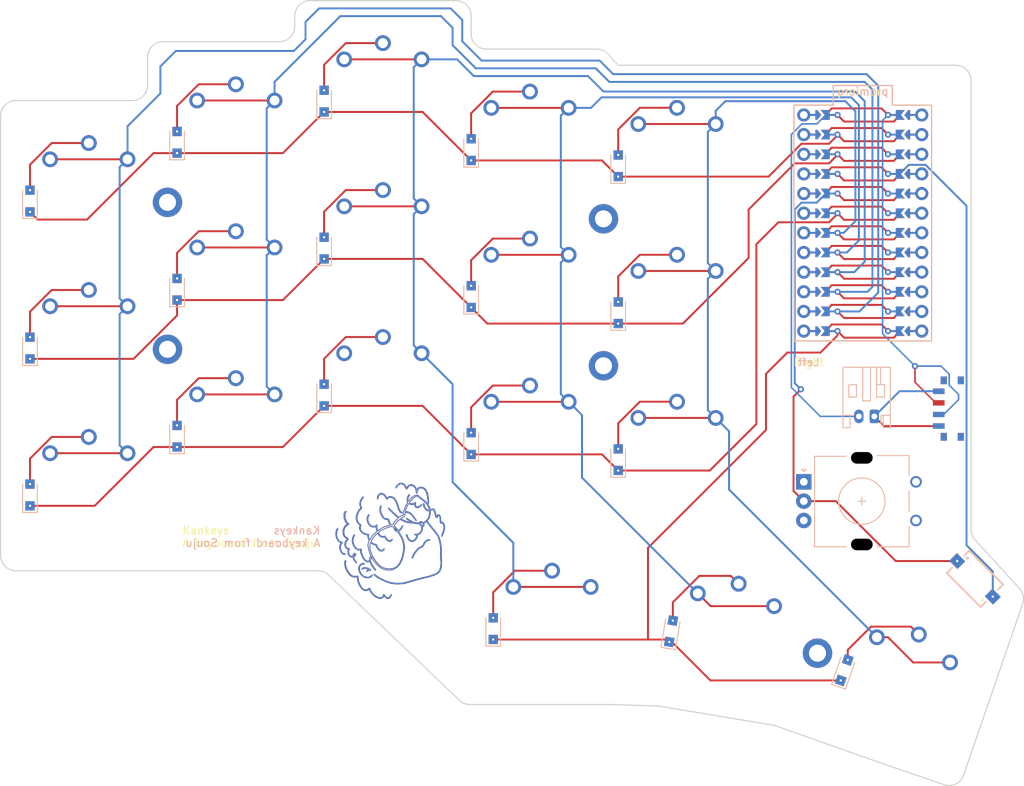
<source format=kicad_pcb>
(kicad_pcb (version 20240108) (generator "pcbnew") (generator_version "8.0")
  (title_block (title "kankeys") (rev "0.0.1") (company "Souju"))
  (layers (0 "F.Cu" signal) (31 "B.Cu" signal) (34 "B.Paste" user) (35 "F.Paste" user) (36 "B.SilkS" user "B.Silkscreen") (37 "F.SilkS" user "F.Silkscreen") (38 "B.Mask" user) (39 "F.Mask" user) (44 "Edge.Cuts" user))
  (net 0 "")
  (net 1 "P2")
  (net 2 "P0")
  (net 3 "P1")
  (net 4 "P8")
  (net 5 "P7")
  (net 6 "P6")
  (net 7 "P5")
  (net 8 "P4")
  (net 9 "P3")
  (net 10 "P21")
  (net 11 "P20")
  (net 12 "P19")
  (net 13 "P18")
  (net 14 "P15")
  (net 15 "P14")
  (net 16 "P16")
  (net 17 "RAW")
  (net 18 "B+")
  (net 19 "B-")
  (net 20 "RST")
  (net 21 "VCC")
  (net 22 "GND")
  (net 23 "_1_0")
  (net 24 "_1_23")
  (net 25 "_1_1")
  (net 26 "_1_22")
  (net 27 "_1_2")
  (net 28 "_1_21")
  (net 29 "_1_3")
  (net 30 "_1_20")
  (net 31 "_1_4")
  (net 32 "_1_19")
  (net 33 "_1_5")
  (net 34 "_1_18")
  (net 35 "_1_6")
  (net 36 "_1_17")
  (net 37 "_1_7")
  (net 38 "_1_16")
  (net 39 "_1_8")
  (net 40 "_1_15")
  (net 41 "_1_9")
  (net 42 "_1_14")
  (net 43 "_1_10")
  (net 44 "_1_13")
  (net 45 "_1_11")
  (net 46 "_1_12")
  (net 47 "ENCA")
  (net 48 "ENCB")
  (net 49 "pos")
  (footprint "Diode_SMD:Nexperia_CFP3_SOD-123W" (layer "F.Cu") (at 261.65 132.85 90)
    (property "Reference" "D14" (hide yes))
    (property "Value" "Nexperia_CFP3_SOD-123W" (hide yes))
  )
  (footprint "Diode_SMD:Nexperia_CFP3_SOD-123W" (layer "F.Cu") (at 223.65 143.49 90)
    (property "Reference" "D7" (hide yes))
    (property "Value" "Nexperia_CFP3_SOD-123W" (hide yes))
  )
  (footprint "PG1350" (layer "F.Cu") (at 231.25 141.89)
    (property "Reference" "S7" (hide yes))
    (property "Value" "" (hide yes))
  )
  (footprint "rotary_encoder" (layer "F.Cu") (at 293.25 157.25)
    (property "Reference" "_2" (hide yes))
    (property "Value" "")
  )
  (footprint "PG1350" (layer "F.Cu") (at 212.25 109.21)
    (property "Reference" "S6" (hide yes))
    (property "Value" "" (hide yes))
  )
  (footprint "Diode_SMD:Nexperia_CFP3_SOD-123W" (layer "F.Cu") (at 204.65 110.81 90)
    (property "Reference" "D6" (hide yes))
    (property "Value" "Nexperia_CFP3_SOD-123W" (hide yes))
  )
  (footprint "PG1350" (layer "F.Cu") (at 276.240099 173.707038 -9.5)
    (property "Reference" "S17" (hide yes))
    (property "Value" "" (hide yes))
  )
  (footprint "mounting_hole" (layer "F.Cu") (at 259.75 120.705)
    (property "Reference" "H3" (hide yes))
    (property "Value" "")
  )
  (footprint "Connector_JST:JST_PH_S2B-PH-K_1x02_P2.00mm_Horizontal" (layer "F.Cu") (at 294.75 146.25 180)
    (property "Reference" "_3" (hide yes))
    (property "Value" "" (hide yes))
  )
  (footprint "PG1350" (layer "F.Cu") (at 193.25 116.81)
    (property "Reference" "S3" (hide yes))
    (property "Value" "" (hide yes))
  )
  (footprint "Diode_SMD:Nexperia_CFP3_SOD-123W" (layer "F.Cu") (at 261.65 113.85 90)
    (property "Reference" "D15" (hide yes))
    (property "Value" "Nexperia_CFP3_SOD-123W" (hide yes))
  )
  (footprint "Diode_SMD:Nexperia_CFP3_SOD-123W" (layer "F.Cu") (at 185.65 118.41 90)
    (property "Reference" "D3" (hide yes))
    (property "Value" "Nexperia_CFP3_SOD-123W" (hide yes))
  )
  (footprint "PG1350" (layer "F.Cu") (at 193.25 135.81)
    (property "Reference" "S2" (hide yes))
    (property "Value" "" (hide yes))
  )
  (footprint "PG1350" (layer "F.Cu") (at 193.25 154.81)
    (property "Reference" "S1" (hide yes))
    (property "Value" "" (hide yes))
  )
  (footprint "PG1350" (layer "F.Cu") (at 231.25 122.89)
    (property "Reference" "S8" (hide yes))
    (property "Value" "" (hide yes))
  )
  (footprint "Diode_SMD:Nexperia_CFP3_SOD-123W" (layer "F.Cu") (at 242.65 149.76 90)
    (property "Reference" "D10" (hide yes))
    (property "Value" "Nexperia_CFP3_SOD-123W" (hide yes))
  )
  (footprint "PG1350" (layer "F.Cu") (at 253.1 172.1)
    (property "Reference" "S16" (hide yes))
    (property "Value" "" (hide yes))
  )
  (footprint "PG1350" (layer "F.Cu") (at 250.25 148.16)
    (property "Reference" "S10" (hide yes))
    (property "Value" "" (hide yes))
  )
  (footprint "Diode_SMD:Nexperia_CFP3_SOD-123W" (layer "F.Cu") (at 185.65 156.41 90)
    (property "Reference" "D1" (hide yes))
    (property "Value" "Nexperia_CFP3_SOD-123W" (hide yes))
  )
  (footprint "Diode_SMD:Nexperia_CFP3_SOD-123W" (layer "F.Cu") (at 185.65 137.41 90)
    (property "Reference" "D2" (hide yes))
    (property "Value" "Nexperia_CFP3_SOD-123W" (hide yes))
  )
  (footprint "PG1350" (layer "F.Cu") (at 298.565235 180.026222 -19)
    (property "Reference" "S18" (hide yes))
    (property "Value" "" (hide yes))
  )
  (footprint "Diode_SMD:Nexperia_CFP3_SOD-123W" (layer "F.Cu") (at 204.65 148.81 90)
    (property "Reference" "D4" (hide yes))
    (property "Value" "Nexperia_CFP3_SOD-123W" (hide yes))
  )
  (footprint "PG1350" (layer "F.Cu") (at 231.25 103.89)
    (property "Reference" "S9" (hide yes))
    (property "Value" "" (hide yes))
  )
  (footprint "PG1350" (layer "F.Cu") (at 212.25 147.21)
    (property "Reference" "S4" (hide yes))
    (property "Value" "" (hide yes))
  )
  (footprint "PG1350" (layer "F.Cu") (at 269.25 150.25)
    (property "Reference" "S13" (hide yes))
    (property "Value" "" (hide yes))
  )
  (footprint "Diode_SMD:Nexperia_CFP3_SOD-123W" (layer "F.Cu") (at 223.65 105.49 90)
    (property "Reference" "D9" (hide yes))
    (property "Value" "Nexperia_CFP3_SOD-123W" (hide yes))
  )
  (footprint "Diode_SMD:Nexperia_CFP3_SOD-123W" (layer "F.Cu") (at 290.858385 179.064734 71)
    (property "Reference" "D18" (hide yes))
    (property "Value" "Nexperia_CFP3_SOD-123W" (hide yes))
  )
  (footprint "Diode_SMD:Nexperia_CFP3_SOD-123W" (layer "F.Cu") (at 242.65 111.76 90)
    (property "Reference" "D12" (hide yes))
    (property "Value" "Nexperia_CFP3_SOD-123W" (hide yes))
  )
  (footprint "mounting_hole" (layer "F.Cu") (at 203.416667 137.576667)
    (property "Reference" "H2" (hide yes))
    (property "Value" "")
  )
  (footprint "Button_Switch_SMD:SW_SPDT_PCM12" (layer "F.Cu") (at 304.5 145.25 90)
    (property "Reference" "T1" (hide yes))
    (property "Value" "" (hide yes))
  )
  (footprint "Diode_SMD:Nexperia_CFP3_SOD-123W" (layer "F.Cu") (at 242.65 130.76 90)
    (property "Reference" "D11" (hide yes))
    (property "Value" "Nexperia_CFP3_SOD-123W" (hide yes))
  )
  (footprint "PG1350" (layer "F.Cu") (at 250.25 129.16)
    (property "Reference" "S11" (hide yes))
    (property "Value" "" (hide yes))
  )
  (footprint "mounting_hole" (layer "F.Cu") (at 287.402667 176.86663 -14.25)
    (property "Reference" "H5" (hide yes))
    (property "Value" "")
  )
  (footprint "mounting_hole" (layer "F.Cu") (at 259.75 139.705)
    (property "Reference" "H4" (hide yes))
    (property "Value" "")
  )
  (footprint "ProMicro" (layer "F.Cu") (at 293.25 121.25)
    (property "Reference" "")
    (property "Value" "")
  )
  (footprint "PG1350" (layer "F.Cu") (at 250.25 110.16)
    (property "Reference" "S12" (hide yes))
    (property "Value" "" (hide yes))
  )
  (footprint "Diode_SMD:Nexperia_CFP3_SOD-123W" (layer "F.Cu") (at 245.5 173.7 90)
    (property "Reference" "D16" (hide yes))
    (property "Value" "Nexperia_CFP3_SOD-123W" (hide yes))
  )
  (footprint "PG1350" (layer "F.Cu") (at 269.25 112.25)
    (property "Reference" "S15" (hide yes))
    (property "Value" "" (hide yes))
  )
  (footprint "434121025816" (layer "F.Cu") (at 307.75 167.25 135)
    (property "Reference" "S19" (hide yes))
    (property "Value" "" (hide yes))
  )
  (footprint "PG1350" (layer "F.Cu") (at 269.25 131.25)
    (property "Reference" "S14" (hide yes))
    (property "Value" "" (hide yes))
  )
  (footprint "PG1350" (layer "F.Cu") (at 212.25 128.21)
    (property "Reference" "S5" (hide yes))
    (property "Value" "" (hide yes))
  )
  (footprint "mounting_hole" (layer "F.Cu") (at 203.416667 118.576667)
    (property "Reference" "H1" (hide yes))
    (property "Value" "")
  )
  (footprint "Diode_SMD:Nexperia_CFP3_SOD-123W" (layer "F.Cu") (at 268.480252 174.030734 80.5)
    (property "Reference" "D17" (hide yes))
    (property "Value" "Nexperia_CFP3_SOD-123W" (hide yes))
  )
  (footprint "Diode_SMD:Nexperia_CFP3_SOD-123W" (layer "F.Cu") (at 204.65 129.81 90)
    (property "Reference" "D5" (hide yes))
    (property "Value" "Nexperia_CFP3_SOD-123W" (hide yes))
  )
  (footprint "Diode_SMD:Nexperia_CFP3_SOD-123W" (layer "F.Cu") (at 223.65 124.49 90)
    (property "Reference" "D8" (hide yes))
    (property "Value" "Nexperia_CFP3_SOD-123W" (hide yes))
  )
  (footprint "Diode_SMD:Nexperia_CFP3_SOD-123W" (layer "F.Cu") (at 261.65 151.85 90)
    (property "Reference" "D13" (hide yes))
    (property "Value" "Nexperia_CFP3_SOD-123W" (hide yes))
  )
  (gr_poly (pts (xy 236.96 159.885411) (xy 236.998743 159.974927) (xy 237.04451 160.056013) (xy 237.103325 160.13665) (xy 237.158595 160.218595) (xy 237.217059 160.298824) (xy 237.278074 160.378141) (xy 237.340914 160.455723) (xy 237.406848 160.53106) (xy 237.469141 160.608711) (xy 237.532617 160.682617) (xy 237.596712 160.75863) (xy 237.658128 160.837593) (xy 237.722894 160.913859) (xy 237.782877 160.993835) (xy 237.842831 161.073964) (xy 237.905008 161.151256) (xy 237.966162 161.226162) (xy 238.028125 161.304733) (xy 238.091447 161.381929) (xy 238.151563 161.461563) (xy 238.20737 161.544438) (xy 238.259506 161.629011) (xy 238.324532 161.704532) (xy 238.359978 161.779971) (xy 238.398831 161.872076) (xy 238.440665 161.961664) (xy 238.466248 162.057488) (xy 238.496891 162.150672) (xy 238.520722 162.246303) (xy 238.538086 162.344761) (xy 238.566325 162.440578) (xy 238.592311 162.537156) (xy 238.612639 162.635071) (xy 238.628949 162.733692) (xy 238.647921 162.831723) (xy 238.66 162.930648) (xy 238.665216 163.030146) (xy 238.679618 163.12925) (xy 238.689889 163.228645) (xy 238.694111 163.328656) (xy 238.69827 163.428469) (xy 238.697954 163.528387) (xy 238.697683 163.62836) (xy 238.698119 163.728214) (xy 238.691465 163.828028) (xy 238.692363 163.928025) (xy 238.69 164.027923) (xy 238.684816 164.127649) (xy 238.683552 164.227558) (xy 238.68608 164.327658) (xy 238.691449 164.427433) (xy 238.699708 164.52707) (xy 238.704619 164.627009) (xy 238.709374 164.726864) (xy 238.721005 164.826074) (xy 238.727241 164.925856) (xy 238.734388 165.025708) (xy 238.738886 165.125602) (xy 238.739076 165.225572) (xy 238.734958 165.325478) (xy 238.73 165.425312) (xy 238.719005 165.523979) (xy 238.703752 165.622479) (xy 238.693109 165.722017) (xy 238.672325 165.819188) (xy 238.641637 165.914272) (xy 238.61076 166.008481) (xy 238.57526 166.101849) (xy 238.529753 166.190494) (xy 238.478032 166.272625) (xy 238.420095 166.353344) (xy 238.347842 166.421438) (xy 238.26357 166.475269) (xy 238.176333 166.524282) (xy 238.087971 166.571015) (xy 237.9985 166.61575) (xy 237.908959 166.660347) (xy 237.814676 166.693511) (xy 237.720467 166.726568) (xy 237.624757 166.755858) (xy 237.532233 166.79325) (xy 237.43743 166.825062) (xy 237.34243 166.855047) (xy 237.249526 166.880518) (xy 237.156055 166.909766) (xy 237.058882 166.93278) (xy 236.962876 166.956781) (xy 236.878558 166.980288) (xy 236.783904 167.003219) (xy 236.68698 167.026353) (xy 236.596141 167.050965) (xy 236.499063 167.075234) (xy 236.400393 167.091558) (xy 236.302352 167.111139) (xy 236.206071 167.137976) (xy 236.111912 167.168743) (xy 236.014385 167.190176) (xy 235.916789 167.21107) (xy 235.821666 167.241791) (xy 235.724356 167.264519) (xy 235.627695 167.290454) (xy 235.532083 167.319487) (xy 235.434894 167.342254) (xy 235.337764 167.365919) (xy 235.241648 167.393588) (xy 235.14744 167.426957) (xy 235.049652 167.44657) (xy 234.956078 167.48) (xy 234.86 167.5) (xy 234.765687 167.529522) (xy 234.671906 167.564205) (xy 234.577251 167.596376) (xy 234.481773 167.626019) (xy 234.385394 167.653153) (xy 234.292646 167.685785) (xy 234.209077 167.7) (xy 234.112517 167.724995) (xy 234.015074 167.746418) (xy 233.919328 167.77) (xy 233.820469 167.78) (xy 233.72154 167.791692) (xy 233.622409 167.8) (xy 233.52268 167.805753) (xy 233.422832 167.813264) (xy 233.323113 167.817599) (xy 233.223031 167.818781) (xy 233.123087 167.816797) (xy 233.023215 167.811651) (xy 232.923257 167.807675) (xy 232.823387 167.802226) (xy 232.723748 167.794046) (xy 232.624396 167.783144) (xy 232.525386 167.769527) (xy 232.426576 167.753167) (xy 232.328421 167.734136) (xy 232.230973 167.71246) (xy 232.133811 167.688453) (xy 232.037344 167.663672) (xy 231.9435 167.63175) (xy 231.850751 167.595709) (xy 231.756406 167.562627) (xy 231.664841 167.522421) (xy 231.570192 167.490064) (xy 231.48335 167.446675) (xy 231.394007 167.402003) (xy 231.304494 167.357247) (xy 231.214477 167.313605) (xy 231.12375 167.271731) (xy 231.034219 167.22711) (xy 230.94165 167.190119) (xy 230.853542 167.142676) (xy 230.771967 167.09518) (xy 230.689165 167.039582) (xy 230.604973 166.98623) (xy 230.523167 166.928778) (xy 230.442479 166.869983) (xy 230.363421 166.808947) (xy 230.285434 166.746195) (xy 230.209513 166.681315) (xy 230.117683 166.650528) (xy 230.104258 166.73306) (xy 230.174454 166.804454) (xy 230.254992 166.862496) (xy 230.330725 166.926905) (xy 230.410116 166.987519) (xy 230.492586 167.044103) (xy 230.575848 167.099396) (xy 230.659908 167.153495) (xy 230.744766 167.204766) (xy 230.831569 167.251569) (xy 230.915499 167.302062) (xy 231.008194 167.339373) (xy 231.096364 167.377751) (xy 231.186801 167.42059) (xy 231.277277 167.463003) (xy 231.366621 167.507981) (xy 231.456145 167.552304) (xy 231.547625 167.59175) (xy 231.635361 167.627681) (xy 231.725702 167.668567) (xy 231.81951 167.703099) (xy 231.913826 167.735727) (xy 232.008655 167.766218) (xy 232.104797 167.793699) (xy 232.200807 167.821242) (xy 232.298051 167.84451) (xy 232.397126 167.858101) (xy 232.496355 167.869544) (xy 232.59089 167.880303) (xy 232.687829 167.904002) (xy 232.787475 167.91043) (xy 232.886666 167.92) (xy 232.986659 167.92014) (xy 233.086753 167.919517) (xy 233.186712 167.917895) (xy 233.286644 167.915276) (xy 233.386659 167.911654) (xy 233.486516 167.907038) (xy 233.586325 167.901425) (xy 233.686193 167.894807) (xy 233.785766 167.887209) (xy 233.885425 167.878072) (xy 233.984695 167.866531) (xy 234.083829 167.853719) (xy 234.179028 167.824902) (xy 234.271061 167.803576) (xy 234.362723 167.765759) (xy 234.458689 167.738142) (xy 234.555185 167.711337) (xy 234.651142 167.684429) (xy 234.745404 167.652919) (xy 234.842486 167.628699) (xy 234.937963 167.599492) (xy 235.03208 167.565335) (xy 235.123268 167.53) (xy 235.220072 167.509986) (xy 235.318092 167.490382) (xy 235.415537 167.468154) (xy 235.5105 167.4365) (xy 235.605935 167.407344) (xy 235.704532 167.390911) (xy 235.798002 167.357) (xy 235.88891 167.326562) (xy 235.987151 167.308212) (xy 236.082831 167.279596) (xy 236.180527 167.259824) (xy 236.273961 167.23401) (xy 236.372109 167.214605) (xy 236.470187 167.194953) (xy 236.566286 167.167905) (xy 236.65838 167.143365) (xy 236.755887 167.122367) (xy 236.852391 167.097201) (xy 236.943497 167.068072) (xy 237.041326 167.048192) (xy 237.127774 167.02) (xy 237.225496 167.004144) (xy 237.320672 166.973109) (xy 237.415445 166.941518) (xy 237.511134 166.912533) (xy 237.605308 166.88274) (xy 237.698757 166.84714) (xy 237.793784 166.82) (xy 237.868438 166.771563) (xy 237.962861 166.75104) (xy 238.054094 166.710199) (xy 238.144635 166.667798) (xy 238.233845 166.622318) (xy 238.320311 166.572273) (xy 238.39863 166.51039) (xy 238.47458 166.445326) (xy 238.540243 166.369957) (xy 238.597265 166.287805) (xy 238.636839 166.198275) (xy 238.687161 166.11201) (xy 238.729373 166.021462) (xy 238.757013 165.925454) (xy 238.780577 165.828269) (xy 238.804255 165.731701) (xy 238.813681 165.632147) (xy 238.822498 165.532517) (xy 238.831799 165.433217) (xy 238.835643 165.333283) (xy 238.83949 165.233251) (xy 238.84 165.133366) (xy 238.84 165.033294) (xy 238.839808 164.933299) (xy 238.836891 164.833324) (xy 238.830823 164.733507) (xy 238.821608 164.633921) (xy 238.809462 164.534624) (xy 238.8 164.435177) (xy 238.798814 164.335254) (xy 238.79 164.236385) (xy 238.792446 164.136397) (xy 238.796291 164.036445) (xy 238.8 163.936529) (xy 238.8 163.836485) (xy 238.800157 163.736544) (xy 238.804693 163.636764) (xy 238.80924 163.536716) (xy 238.809089 163.436802) (xy 238.802264 163.337131) (xy 238.79 163.241451) (xy 238.79 163.14147) (xy 238.782421 163.041786) (xy 238.767819 162.942857) (xy 238.75223 162.844126) (xy 238.740538 162.744839) (xy 238.721342 162.646709) (xy 238.69093 162.555298) (xy 238.67802 162.456137) (xy 238.657053 162.358778) (xy 238.630536 162.262269) (xy 238.607579 162.165159) (xy 238.582325 162.070812) (xy 238.551881 161.975643) (xy 238.52076 161.881519) (xy 238.48774 161.791622) (xy 238.435908 161.706576) (xy 238.38722 161.620831) (xy 238.328229 161.540382) (xy 238.27582 161.455313) (xy 238.215703 161.375703) (xy 238.159121 161.295512) (xy 238.10082 161.216025) (xy 238.032831 161.142831) (xy 237.975561 161.061123) (xy 237.913922 160.983922) (xy 237.855672 160.902806) (xy 237.78861 160.82861) (xy 237.730736 160.748479) (xy 237.663801 160.674186) (xy 237.598442 160.598526) (xy 237.53468 160.521522) (xy 237.472447 160.443085) (xy 237.411945 160.363469) (xy 237.353784 160.282315) (xy 237.285882 160.208859) (xy 237.223971 160.130526) (xy 237.170329 160.046231) (xy 237.113699 159.963855) (xy 237.061984 159.878388)) (stroke (width 0.1)) (fill none) (layer "F.Cu"))
  (gr_poly (pts (xy 230.949957 156.200007) (xy 230.857381 156.231746) (xy 230.774749 156.28461) (xy 230.704383 156.355363) (xy 230.647579 156.437262) (xy 230.600661 156.522231) (xy 230.558828 156.612997) (xy 230.533823 156.70959) (xy 230.52 156.806408) (xy 230.523076 156.905617) (xy 230.587586 156.938713) (xy 230.63 156.889343) (xy 230.63 156.789173) (xy 230.647679 156.691235) (xy 230.688215 156.600624) (xy 230.737849 156.513764) (xy 230.783691 156.435386) (xy 230.852793 156.363766) (xy 230.937124 156.313219) (xy 231.033071 156.285643) (xy 231.127489 156.300389) (xy 231.222892 156.328984) (xy 231.30685 156.38048) (xy 231.37176 156.438429) (xy 231.446516 156.501403) (xy 231.500703 156.585103) (xy 231.557736 156.667057) (xy 231.60422 156.752385) (xy 231.653855 156.839247) (xy 231.693724 156.927447) (xy 231.776935 156.964889) (xy 231.855559 156.904441) (xy 231.920703 156.829297) (xy 231.996974 156.765351) (xy 232.084263 156.719147) (xy 232.183323 156.71) (xy 232.28339 156.71) (xy 232.378222 156.738547) (xy 232.47214 156.77107) (xy 232.55236 156.829888) (xy 232.629687 156.893072) (xy 232.696381 156.963969) (xy 232.761802 157.03907) (xy 232.817054 157.121161) (xy 232.863782 157.200672) (xy 232.906446 157.289339) (xy 232.951286 157.378215) (xy 232.990785 157.462354) (xy 233.020995 157.557487) (xy 233.059775 157.649551) (xy 233.091634 157.743268) (xy 233.119717 157.838869) (xy 233.159707 157.928828) (xy 233.184824 158.024473) (xy 233.21482 158.11964) (xy 233.253039 158.211725) (xy 233.282836 158.307076) (xy 233.324012 158.398023) (xy 233.36459 158.4888) (xy 233.420482 158.571447) (xy 233.483566 158.644853) (xy 233.564833 158.702354) (xy 233.659632 158.73107) (xy 233.758959 158.73763) (xy 233.85764 158.722472) (xy 233.912654 158.756732) (xy 233.90217 158.856132) (xy 233.9 158.956048) (xy 233.864911 159.033935) (xy 233.770177 159.053274) (xy 233.675169 159.084944) (xy 233.591041 159.133982) (xy 233.501928 159.178072) (xy 233.41865 159.23281) (xy 233.341643 159.295571) (xy 233.260337 159.26627) (xy 233.184437 159.201383) (xy 233.105017 159.140726) (xy 233.028329 159.07812) (xy 232.961804 159.00328) (xy 232.889209 158.934735) (xy 232.813097 158.869823) (xy 232.747171 158.802173) (xy 232.670112 158.740112) (xy 232.607161 158.674322) (xy 232.539164 158.606109) (xy 232.468858 158.546072) (xy 232.397474 158.477279) (xy 232.319523 158.414652) (xy 232.252849 158.341467) (xy 232.179671 158.273472) (xy 232.126457 158.197081) (xy 232.065495 158.124853) (xy 231.97512 158.132649) (xy 232.001111 158.221204) (xy 232.068935 158.29468) (xy 232.135189 158.369529) (xy 232.198369 158.446695) (xy 232.273072 158.513072) (xy 232.351916 158.572235) (xy 232.420719 158.644573) (xy 232.475822 158.699105) (xy 232.547958 158.768245) (xy 232.623386 158.833386) (xy 232.697534 158.897354) (xy 232.768223 158.967531) (xy 232.836079 159.032625) (xy 232.904586 159.09799) (xy 232.975566 159.167912) (xy 233.048154 159.229942) (xy 233.121989 159.296492) (xy 233.200859 159.356164) (xy 233.199621 159.432226) (xy 233.123605 159.496395) (xy 233.052853 159.567147) (xy 232.983865 159.639438) (xy 232.915222 159.712118) (xy 232.843243 159.781405) (xy 232.776658 159.855012) (xy 232.721191 159.938213) (xy 232.667781 160.022219) (xy 232.61082 160.103975) (xy 232.563005 160.190493) (xy 232.484934 160.242533) (xy 232.393987 160.278366) (xy 232.299884 160.273134) (xy 232.245829 160.190267) (xy 232.199592 160.102653) (xy 232.149005 160.017014) (xy 232.120347 159.921215) (xy 232.071978 159.83743) (xy 232.052875 159.740331) (xy 232.029561 159.643023) (xy 231.996677 159.549615) (xy 231.918324 159.492597) (xy 231.818409 159.490003) (xy 231.718635 159.484576) (xy 231.621169 159.47) (xy 231.529369 159.432441) (xy 231.440661 159.387108) (xy 231.371211 159.329766) (xy 231.321593 159.249176) (xy 231.267984 159.173306) (xy 231.216507 159.087512) (xy 231.163213 159.01482) (xy 231.122421 158.924841) (xy 231.084953 158.832336) (xy 231.04361 158.74361) (xy 231.014766 158.649531) (xy 230.989356 158.555491) (xy 230.970689 158.457473) (xy 230.960121 158.358428) (xy 230.962182 158.258538) (xy 230.967438 158.158683) (xy 230.980048 158.059719) (xy 231.009575 157.964468) (xy 231.041079 157.869595) (xy 231.019888 157.810112) (xy 230.952589 157.826199) (xy 230.903021 157.912369) (xy 230.878481 158.009113) (xy 230.855404 158.105715) (xy 230.850289 158.205518) (xy 230.85 158.30547) (xy 230.851108 158.405477) (xy 230.864305 158.504529) (xy 230.886383 158.601916) (xy 230.917049 158.695573) (xy 230.943782 158.791345) (xy 230.984532 158.879064) (xy 231.023541 158.971006) (xy 231.065785 159.06157) (xy 231.114385 159.14877) (xy 231.165168 159.234866) (xy 231.226413 159.313815) (xy 231.29025 159.390613) (xy 231.362366 159.459701) (xy 231.44483 159.516121) (xy 231.535388 159.558316) (xy 231.63144 159.582246) (xy 231.731187 159.58937) (xy 231.830907 159.596493) (xy 231.913559 159.634237) (xy 231.937842 159.73137) (xy 231.959024 159.828788) (xy 231.992607 159.923001) (xy 232.035986 160.003749) (xy 232.078775 160.09408) (xy 232.12 160.182897) (xy 232.159687 160.272759) (xy 232.124786 160.326449) (xy 232.02753 160.349636) (xy 231.930317 160.372421) (xy 231.833791 160.398057) (xy 231.736864 160.422741) (xy 231.640769 160.450459) (xy 231.546486 160.483775) (xy 231.454438 160.522781) (xy 231.365105 160.567447) (xy 231.273668 160.608166) (xy 231.189888 160.66) (xy 231.101247 160.703573) (xy 231.014158 160.752348) (xy 230.931998 160.809001) (xy 230.847905 160.862095) (xy 230.767325 160.920872) (xy 230.698573 160.977618) (xy 230.615445 161.033036) (xy 230.56026 160.987273) (xy 230.532 160.891998) (xy 230.510965 160.794341) (xy 230.489023 160.699252) (xy 230.479888 160.599775) (xy 230.466614 160.506928) (xy 230.480476 160.409985) (xy 230.524381 160.325999) (xy 230.450828 160.275604) (xy 230.375333 160.338334) (xy 230.298808 160.399082) (xy 230.204876 160.432892) (xy 230.107294 160.452973) (xy 230.007807 160.457781) (xy 229.909164 160.443055) (xy 229.815685 160.407842) (xy 229.730678 160.356623) (xy 229.648368 160.29964) (xy 229.57536 160.23536) (xy 229.514184 160.168367) (xy 229.469215 160.079215) (xy 229.412319 160.002319) (xy 229.379414 159.908243) (xy 229.348072 159.816144) (xy 229.324432 159.721016) (xy 229.311902 159.621821) (xy 229.309242 159.521858) (xy 229.316462 159.422266) (xy 229.334047 159.323811) (xy 229.36893 159.23214) (xy 229.409141 159.141289) (xy 229.454901 159.052746) (xy 229.491153 158.965022) (xy 229.406144 158.953856) (xy 229.360909 159.010908) (xy 229.309992 159.084497) (xy 229.267006 159.168983) (xy 229.232866 159.262836) (xy 229.209401 159.359924) (xy 229.19939 159.4594) (xy 229.194967 159.559268) (xy 229.196906 159.659224) (xy 229.215439 159.757195) (xy 229.24 159.846836) (xy 229.266614 159.943072) (xy 229.31157 160.027252) (xy 229.350494 160.110742) (xy 229.407728 160.191545) (xy 229.461905 160.269882) (xy 229.531215 160.341754) (xy 229.605727 160.40847) (xy 229.688377 160.464424) (xy 229.77803 160.508841) (xy 229.872452 160.541226) (xy 229.967607 160.565551) (xy 230.067447 160.569417) (xy 230.16658 160.557714) (xy 230.262826 160.530689) (xy 230.349962 160.517965) (xy 230.361569 160.617062) (xy 230.38 160.715122) (xy 230.400566 160.812265) (xy 230.422373 160.909491) (xy 230.448693 161.006078) (xy 230.484661 161.098613) (xy 230.440117 161.179912) (xy 230.360347 161.239653) (xy 230.276726 161.293274) (xy 230.202549 161.355817) (xy 230.126929 161.413071) (xy 230.071928 161.488072) (xy 230 161.551991) (xy 229.942662 161.62645) (xy 229.881139 161.698861) (xy 229.829059 161.78309) (xy 229.780234 161.864648) (xy 229.730234 161.949766) (xy 229.674122 162.031757) (xy 229.621991 162.117014) (xy 229.560784 162.196135) (xy 229.512118 162.136863) (xy 229.467879 162.047879) (xy 229.4454 161.953959) (xy 229.415827 161.858467) (xy 229.401431 161.759688) (xy 229.405308 161.659993) (xy 229.420883 161.561379) (xy 229.364057 161.492265) (xy 229.264197 161.486712) (xy 229.165424 161.471675) (xy 229.069171 161.444723) (xy 228.97482 161.411607) (xy 228.884171 161.370095) (xy 228.794322 161.327161) (xy 228.709067 161.276087) (xy 228.626502 161.226502) (xy 228.559288 161.157835) (xy 228.498829 161.078829) (xy 228.436217 161.001265) (xy 228.386675 160.914458) (xy 228.354299 160.822897) (xy 228.333038 160.725188) (xy 228.327254 160.626195) (xy 228.345682 160.528023) (xy 228.384357 160.436929) (xy 228.432467 160.355408) (xy 228.412106 160.271053) (xy 228.331167 160.213205) (xy 228.251848 160.152191) (xy 228.17418 160.091016) (xy 228.11124 160.013279) (xy 228.048009 159.936018) (xy 228.008553 159.846624) (xy 227.967672 159.755345) (xy 227.932523 159.662617) (xy 227.918081 159.563697) (xy 227.910199 159.463916) (xy 227.908899 159.363945) (xy 227.914173 159.264109) (xy 227.925982 159.164947) (xy 227.948127 159.06749) (xy 227.971607 158.97036) (xy 228.001438 158.877123) (xy 228.046516 158.788709) (xy 228.080117 158.694707) (xy 228.130494 158.608764) (xy 228.171226 158.517548) (xy 228.229522 158.436669) (xy 228.283562 158.352876) (xy 228.338438 158.281563) (xy 228.42211 158.22789) (xy 228.493198 158.157695) (xy 228.5 158.059189) (xy 228.464693 157.969386) (xy 228.426159 157.88196) (xy 228.398853 157.787706) (xy 228.375158 157.691637) (xy 228.369585 157.591698) (xy 228.370513 157.491716) (xy 228.385518 157.393446) (xy 228.402294 157.296559) (xy 228.435 157.205) (xy 228.475784 157.116503) (xy 228.521075 157.027849) (xy 228.568645 156.939872) (xy 228.621229 156.868138) (xy 228.67666 156.79334) (xy 228.754841 156.732738) (xy 228.75 156.665561) (xy 228.670523 156.662175) (xy 228.598676 156.731341) (xy 228.529313 156.803442) (xy 228.472462 156.885144) (xy 228.422803 156.97115) (xy 228.380863 157.061953) (xy 228.342269 157.150923) (xy 228.307385 157.243073) (xy 228.298072 157.338072) (xy 228.268797 157.427358) (xy 228.260358 157.526964) (xy 228.26 157.627044) (xy 228.267067 157.726538) (xy 228.295468 157.821873) (xy 228.324183 157.914183) (xy 228.362265 158.005663) (xy 228.399435 158.098586) (xy 228.323411 158.161791) (xy 228.245785 158.224215) (xy 228.187681 158.304639) (xy 228.129883 158.385146) (xy 228.074535 158.468198) (xy 228.030931 158.557828) (xy 227.982548 158.645413) (xy 227.940202 158.734727) (xy 227.902683 158.827072) (xy 227.87 158.921312) (xy 227.836559 159.013766) (xy 227.81763 159.111849) (xy 227.799077 159.210151) (xy 227.790029 159.309684) (xy 227.79 159.409739) (xy 227.795614 159.509297) (xy 227.81 159.607778) (xy 227.836673 159.702799) (xy 227.866796 159.798186) (xy 227.90082 159.89205) (xy 227.948774 159.978774) (xy 228.001705 160.060853) (xy 228.067757 160.132025) (xy 228.139278 160.201937) (xy 228.214546 160.267725) (xy 228.297082 160.323643) (xy 228.28 160.414766) (xy 228.234096 160.489519) (xy 228.216012 160.58764) (xy 228.217499 160.687399) (xy 228.229449 160.786663) (xy 228.257715 160.882539) (xy 228.299012 160.973604) (xy 228.345321 161.06135) (xy 228.402584 161.13764) (xy 228.465709 161.214905) (xy 228.537345 161.284642) (xy 228.616882 161.345107) (xy 228.700687 161.398964) (xy 228.787509 161.448576) (xy 228.880356 161.485319) (xy 228.976467 161.511392) (xy 229.061699 161.55434) (xy 229.159886 161.573059) (xy 229.258691 161.58826) (xy 229.3 161.653533) (xy 229.3 161.753416) (xy 229.3 161.853487) (xy 229.320577 161.951154) (xy 229.35786 162.043579) (xy 229.393451 162.136903) (xy 229.432738 162.227896) (xy 229.47672 162.316731) (xy 229.447675 162.410812) (xy 229.400586 162.498829) (xy 229.371524 162.593904) (xy 229.34727 162.690918) (xy 229.320389 162.78692) (xy 229.317624 162.886704) (xy 229.329544 162.985899) (xy 229.347962 163.083886) (xy 229.368774 163.181417) (xy 229.384046 163.279697) (xy 229.406928 163.376943) (xy 229.424231 163.475388) (xy 229.441846 163.573691) (xy 229.469753 163.668517) (xy 229.500253 163.752336) (xy 229.524291 163.849163) (xy 229.556726 163.943451) (xy 229.589297 164.037892) (xy 229.628272 164.128726) (xy 229.67341 164.217673) (xy 229.715276 164.30829) (xy 229.768113 164.393175) (xy 229.819391 164.479003) (xy 229.869099 164.565751) (xy 229.920819 164.650819) (xy 229.957455 164.741081) (xy 230.013771 164.822951) (xy 230.067961 164.906942) (xy 230.132426 164.983304) (xy 230.192602 165.063219) (xy 230.254576 165.141666) (xy 230.318411 165.218723) (xy 230.3839 165.294145) (xy 230.4512 165.368116) (xy 230.520191 165.440498) (xy 230.590945 165.511361) (xy 230.663133 165.58038) (xy 230.737029 165.647821) (xy 230.812396 165.713467) (xy 230.88931 165.777383) (xy 230.971693 165.833701) (xy 231.059498 165.881219) (xy 231.148783 165.926327) (xy 231.239313 165.968897) (xy 231.330659 166.009472) (xy 231.425889 166.039444) (xy 231.524561 166.054912) (xy 231.622989 166.072795) (xy 231.721952 166.087087) (xy 231.821325 166.097944) (xy 231.921144 166.105365) (xy 232.020939 166.109321) (xy 232.120917 166.11) (xy 232.220977 166.11) (xy 232.320176 166.099971) (xy 232.419063 166.085117) (xy 232.517247 166.070918) (xy 232.611563 166.038438) (xy 232.696877 165.993081) (xy 232.780422 165.938654) (xy 232.864535 165.885465) (xy 232.952412 165.838553) (xy 233.037994 165.78835) (xy 233.110586 165.719414) (xy 233.184578 165.652245) (xy 233.254341 165.580732) (xy 233.321968 165.507375) (xy 233.383662 165.428567) (xy 233.441772 165.347336) (xy 233.493286 165.261588) (xy 233.540073 165.173212) (xy 233.59 165.088688) (xy 233.626754 164.999737) (xy 233.668858 164.909499) (xy 233.710495 164.818713) (xy 233.746403 164.725351) (xy 233.77599 164.630049) (xy 233.809855 164.537654) (xy 233.827551 164.444205) (xy 233.855875 164.352375) (xy 233.88 164.255759) (xy 233.896438 164.157466) (xy 233.916559 164.060324) (xy 233.942533 163.963998) (xy 233.962675 163.866027) (xy 233.980642 163.767642) (xy 233.996428 163.668881) (xy 234.010059 163.569854) (xy 234.02 163.473386) (xy 234.036614 163.39) (xy 234.0444 163.293611) (xy 234.048751 163.193742) (xy 234.041885 163.094101) (xy 234.041228 162.99478) (xy 234.02 162.898143) (xy 234.007425 162.799699) (xy 233.989988 162.701354) (xy 233.972263 162.603058) (xy 233.950633 162.505447) (xy 233.925111 162.40864) (xy 233.895806 162.31305) (xy 233.862765 162.218786) (xy 233.83 162.125255) (xy 233.783766 162.037531) (xy 233.751307 161.943922) (xy 233.71 161.867681) (xy 233.666386 161.778961) (xy 233.615134 161.693241) (xy 233.566122 161.606034) (xy 233.509365 161.523734) (xy 233.462421 161.442421) (xy 233.417073 161.354877) (xy 233.364824 161.269766) (xy 233.312421 161.184841) (xy 233.316238 161.093762) (xy 233.401226 161.048774) (xy 233.459432 161.000359) (xy 233.526446 160.929948) (xy 233.589216 160.859315) (xy 233.652039 160.78157) (xy 233.696048 160.697905) (xy 233.734281 160.642509) (xy 233.78041 160.553975) (xy 233.8 160.470493) (xy 233.819215 160.430785) (xy 233.824063 160.347061) (xy 233.790284 160.381154) (xy 233.754219 160.444063) (xy 233.709396 160.494845) (xy 233.652053 160.576679) (xy 233.614498 160.647337) (xy 233.550703 160.724121) (xy 233.488693 160.802615) (xy 233.424746 160.876441) (xy 233.352535 160.941771) (xy 233.261998 160.984001) (xy 233.190989 160.96391) (xy 233.133419 160.882755) (xy 233.065951 160.808808) (xy 233.001801 160.732247) (xy 232.942106 160.653159) (xy 232.877378 160.577378) (xy 232.806759 160.506759) (xy 232.726516 160.448258) (xy 232.730094 160.367289) (xy 232.777416 160.280112) (xy 232.83861 160.20139) (xy 232.89214 160.116789) (xy 232.952339 160.037661) (xy 233.018568 159.962602) (xy 233.083543 159.886792) (xy 233.153345 159.815297) (xy 233.221723 159.742809) (xy 233.297664 159.677717) (xy 233.37601 159.616995) (xy 233.457147 159.55911) (xy 233.545027 159.597016) (xy 233.629078 159.65077) (xy 233.713999 159.697) (xy 233.803221 159.741288) (xy 233.890923 159.780923) (xy 233.981226 159.82) (xy 234.07214 159.85107) (xy 234.164727 159.886945) (xy 234.258033 159.921607) (xy 234.352804 159.951402) (xy 234.450522 159.96732) (xy 234.548491 159.985983) (xy 234.646921 160.00398) (xy 234.746073 160.016341) (xy 234.845258 160.02921) (xy 234.944299 160.041097) (xy 235.044187 160.046336) (xy 235.143724 160.054594) (xy 235.243201 160.065901) (xy 235.342069 160.080194) (xy 235.440595 160.098119) (xy 235.538431 160.118072) (xy 235.636347 160.114039) (xy 235.735714 160.126531) (xy 235.833033 160.148258) (xy 235.927231 160.169077) (xy 236.013351 160.22001) (xy 236.090475 160.283097) (xy 236.153811 160.360309) (xy 236.213469 160.437347) (xy 236.25 160.52838) (xy 236.25 160.628456) (xy 236.25 160.728438) (xy 236.246483 160.828164) (xy 236.227126 160.926274) (xy 236.197159 161.021568) (xy 236.158809 161.110596) (xy 236.097579 161.186077) (xy 236.031435 161.261233) (xy 235.960812 161.331956) (xy 235.880286 161.390265) (xy 235.790931 161.435217) (xy 235.697404 161.470577) (xy 235.599544 161.49) (xy 235.499593 161.49) (xy 235.39961 161.490072) (xy 235.323662 161.51088) (xy 235.389657 161.573219) (xy 235.488295 161.58522) (xy 235.586814 161.595255) (xy 235.686022 161.588669) (xy 235.780776 161.566275) (xy 235.87112 161.523515) (xy 235.955169 161.469956) (xy 236.033072 161.413542) (xy 236.105313 161.344688) (xy 236.170586 161.269414) (xy 236.226424 161.187151) (xy 236.27485 161.100301) (xy 236.31 161.008595) (xy 236.338892 160.915542) (xy 236.351024 160.816298) (xy 236.36151 160.716879) (xy 236.364 160.616995) (xy 236.354723 160.517615) (xy 236.321191 160.423574) (xy 236.276443 160.334277) (xy 236.216183 160.254549) (xy 236.148639 160.180877) (xy 236.070719 160.12536) (xy 235.981684 160.079883) (xy 235.886912 160.048047) (xy 235.788583 160.031226) (xy 235.690143 160.012966) (xy 235.591776 159.995608) (xy 235.493082 159.978682) (xy 235.394848 159.960277) (xy 235.297026 159.93981) (xy 235.19965 159.917288) (xy 235.110451 159.875226) (xy 235.021846 159.830923) (xy 234.935902 159.782951) (xy 234.848467 159.734704) (xy 234.764862 159.679908) (xy 234.679991 159.627493) (xy 234.596427 159.573213) (xy 234.519425 159.509617) (xy 234.436329 159.454219) (xy 234.343576 159.419841) (xy 234.276322 159.469228) (xy 234.347517 159.531432) (xy 234.426956 159.583097) (xy 234.508254 159.641011) (xy 234.588994 159.699978) (xy 234.673519 159.753352) (xy 234.76001 159.80334) (xy 234.845668 159.854667) (xy 234.933856 159.901928) (xy 234.887076 159.918567) (xy 234.787311 159.912332) (xy 234.688799 159.896936) (xy 234.590718 159.877851) (xy 234.492075 159.860933) (xy 234.394115 159.841911) (xy 234.298732 159.812104) (xy 234.202285 159.785571) (xy 234.110665 159.750333) (xy 234.019414 159.712281) (xy 233.928947 159.674474) (xy 233.838333 159.632807) (xy 233.74992 159.586274) (xy 233.660966 159.54912) (xy 233.580623 159.49211) (xy 233.626739 159.426631) (xy 233.714554 159.379084) (xy 233.799878 159.327576) (xy 233.885878 159.279414) (xy 233.960425 159.22049) (xy 234.034241 159.173036) (xy 234.064789 159.078739) (xy 234.078087 158.979666) (xy 234.088581 158.88027) (xy 234.096277 158.780415) (xy 234.120865 158.68918) (xy 234.217383 158.670006) (xy 234.317429 158.67) (xy 234.415089 158.688772) (xy 234.513 158.708833) (xy 234.601017 158.754012) (xy 234.686131 158.802452) (xy 234.772416 158.85082) (xy 234.839906 158.91243) (xy 234.916364 158.976364) (xy 234.980337 159.052539) (xy 235.043999 159.127) (xy 235.110117 159.200117) (xy 235.162202 159.282202) (xy 235.221256 159.361256) (xy 235.283891 159.437781) (xy 235.34 159.49221) (xy 235.387299 159.57294) (xy 235.443091 159.64309) (xy 235.510936 159.684532) (xy 235.538437 159.731249) (xy 235.560112 159.749888) (xy 235.566727 159.67509) (xy 235.517344 159.588872) (xy 235.461312 159.521312) (xy 235.404355 159.439063) (xy 235.347961 159.356432) (xy 235.295966 159.271288) (xy 235.236109 159.192219) (xy 235.176297 159.114832) (xy 235.116109 159.039164) (xy 235.058615 158.959681) (xy 234.991675 158.896749) (xy 234.929479 158.83) (xy 234.861517 158.773638) (xy 234.780057 158.720029) (xy 234.698598 158.664299) (xy 234.614954 158.631651) (xy 234.539912 158.599941) (xy 234.444182 158.573938) (xy 234.345122 158.563781) (xy 234.245557 158.56) (xy 234.145481 158.56) (xy 234.156248 158.467521) (xy 234.18 158.372375) (xy 234.21108 158.280813) (xy 234.244428 158.186717) (xy 234.281163 158.094938) (xy 234.31639 158.01) (xy 234.362038 157.923296) (xy 234.405679 157.833286) (xy 234.449292 157.743334) (xy 234.492319 157.653042) (xy 234.528766 157.56882) (xy 234.599058 157.514661) (xy 234.677084 157.574518) (xy 234.767334 157.617151) (xy 234.864008 157.642536) (xy 234.963347 157.652641) (xy 235.063281 157.652286) (xy 235.160639 157.632332) (xy 235.254086 157.596823) (xy 235.337381 157.559539) (xy 235.342319 157.659429) (xy 235.348189 157.759214) (xy 235.377814 157.852995) (xy 235.432485 157.936443) (xy 235.503342 158.005561) (xy 235.595185 158.043179) (xy 235.691556 158.061541) (xy 235.788882 158.052344) (xy 235.876162 158.02) (xy 235.967371 157.985992) (xy 236.05 157.93) (xy 236.125423 157.864577) (xy 236.191744 157.789908) (xy 236.239873 157.717309) (xy 236.23 157.660057) (xy 236.211302 157.698998) (xy 236.167447 157.71) (xy 236.108981 157.753137) (xy 236.024249 157.806345) (xy 235.938751 157.85819) (xy 235.851676 157.907328) (xy 235.760719 157.94732) (xy 235.661695 157.947353) (xy 235.569959 157.911251) (xy 235.498573 157.842066) (xy 235.451976 157.755927) (xy 235.448906 157.65685) (xy 235.462634 157.557896) (xy 235.487267 157.462733) (xy 235.49 157.374067) (xy 235.404271 157.384726) (xy 235.322735 157.442588) (xy 235.234182 157.488914) (xy 235.140936 157.524532) (xy 235.044603 157.54) (xy 234.944521 157.539906) (xy 234.84596 157.526946) (xy 234.753243 157.489297) (xy 234.677034 157.427034) (xy 234.706873 157.352145) (xy 234.766738 157.273054) (xy 234.836405 157.201417) (xy 234.905252 157.128817) (xy 234.973179 157.055358) (xy 235.040178 156.981048) (xy 235.106153 156.905997) (xy 235.17485 156.833275) (xy 235.248295 156.765627) (xy 235.327065 156.704067) (xy 235.412659 156.656404) (xy 235.498223 156.604622) (xy 235.594617 156.580113) (xy 235.691778 156.57133) (xy 235.780923 156.613193) (xy 235.854675 156.680795) (xy 235.931201 156.745033) (xy 236.011413 156.80461) (xy 236.087976 156.865953) (xy 236.169649 156.919649) (xy 236.25361 156.97) (xy 236.323466 157.038413) (xy 236.403628 157.096903) (xy 236.478802 157.162862) (xy 236.555759 157.22665) (xy 236.631286 157.292376) (xy 236.707866 157.356494) (xy 236.782834 157.422728) (xy 236.849649 157.494824) (xy 236.902665 157.572259) (xy 236.957312 157.655699) (xy 237.015462 157.733193) (xy 237.06459 157.819414) (xy 237.112095 157.906286) (xy 237.146334 158.000225) (xy 237.1814 158.093733) (xy 237.214047 158.188213) (xy 237.233724 158.286065) (xy 237.224465 158.367781) (xy 237.12508 158.35678) (xy 237.029098 158.329741) (xy 236.941943 158.281421) (xy 236.865711 158.216743) (xy 236.793711 158.147466) (xy 236.736516 158.066516) (xy 236.686945 157.980836) (xy 236.641331 157.892329) (xy 236.613302 157.79651) (xy 236.59 157.700092) (xy 236.59 157.600051) (xy 236.571171 157.513724) (xy 236.496479 157.534583) (xy 236.476513 157.631741) (xy 236.48 157.731403) (xy 236.501344 157.82836) (xy 236.538484 157.92121) (xy 236.576554 158.013553) (xy 236.623201 158.102125) (xy 236.678732 158.185061) (xy 236.74278 158.261843) (xy 236.813997 158.327309) (xy 236.894945 158.385432) (xy 236.982302 158.434313) (xy 237.076502 158.464867) (xy 237.175617 158.478082) (xy 237.259579 158.504783) (xy 237.256205 158.604687) (xy 237.251917 158.704552) (xy 237.246714 158.804372) (xy 237.240597 158.904142) (xy 237.233555 159.00399) (xy 237.216939 159.102244) (xy 237.189423 159.198205) (xy 237.151873 159.290787) (xy 237.109141 159.381289) (xy 237.063227 159.469624) (xy 237.004795 159.550234) (xy 236.942836 159.628597) (xy 236.87441 159.700698) (xy 236.797383 159.764531) (xy 236.721516 159.829732) (xy 236.646828 159.896285) (xy 236.570714 159.956813) (xy 236.599243 160.034878) (xy 236.688357 160.004429) (xy 236.771075 159.948387) (xy 236.841465 159.878828) (xy 236.916045 159.812614) (xy 236.986793 159.742022) (xy 237.054866 159.669187) (xy 237.113784 159.588288) (xy 237.163771 159.502458) (xy 237.215066 159.417335) (xy 237.252278 159.324532) (xy 237.290771 159.23215) (xy 237.31479 159.135629) (xy 237.339575 159.038935) (xy 237.357985 158.940746) (xy 237.368524 158.842951) (xy 237.374832 158.743369) (xy 237.379826 158.643471) (xy 237.38 158.543515) (xy 237.38 158.443471) (xy 237.465 158.395) (xy 237.552804 158.348598) (xy 237.643653 158.312865) (xy 237.741883 158.320424) (xy 237.822241 158.378414) (xy 237.861661 158.468594) (xy 237.891783 158.56398) (xy 237.92 158.658809) (xy 237.945029 158.755205) (xy 237.97 158.850936) (xy 237.989753 158.948764) (xy 238.022595 159.043184) (xy 238.050567 159.139088) (xy 238.078602 159.235206) (xy 238.1304 159.318987) (xy 238.220541 159.3454) (xy 238.291701 159.277421) (xy 238.328675 159.184789) (xy 238.375157 159.096609) (xy 238.459413 159.059711) (xy 238.529848 159.122484) (xy 238.579506 159.209011) (xy 238.605176 159.305645) (xy 238.62541 159.403278) (xy 238.635701 159.502712) (xy 238.64 159.602517) (xy 238.646333 159.702331) (xy 238.65 159.802161) (xy 238.65 159.902128) (xy 238.671001 159.998334) (xy 238.744413 160.054566) (xy 238.842462 160.036074) (xy 238.935212 160.063816) (xy 238.998849 160.140662) (xy 239.047081 160.228139) (xy 239.080931 160.322172) (xy 239.11349 160.41602) (xy 239.122419 160.515464) (xy 239.124432 160.615514) (xy 239.119498 160.715395) (xy 239.107656 160.814608) (xy 239.088925 160.912931) (xy 239.054335 161.004465) (xy 239.032065 161.10174) (xy 238.996549 161.193628) (xy 238.963441 161.286234) (xy 238.93 161.37627) (xy 238.900029 161.469914) (xy 238.882219 161.535561) (xy 238.857976 161.632024) (xy 238.849914 161.700029) (xy 238.821447 161.76) (xy 238.905892 161.728215) (xy 238.94751 161.640964) (xy 238.959269 161.590654) (xy 238.997625 161.503001) (xy 239.037447 161.411382) (xy 239.07107 161.32893) (xy 239.101347 161.23596) (xy 239.138295 161.14341) (xy 239.165126 161.050192) (xy 239.189368 160.953724) (xy 239.21 160.857712) (xy 239.229239 160.759947) (xy 239.223164 160.67) (xy 239.23 160.577365) (xy 239.231834 160.479171) (xy 239.215088 160.380527) (xy 239.188013 160.292339) (xy 239.156785 160.201875) (xy 239.111286 160.113087) (xy 239.055244 160.030353) (xy 238.982656 159.961914) (xy 238.888619 159.929383) (xy 238.789002 159.93) (xy 238.755635 159.859178) (xy 238.747772 159.75938) (xy 238.737942 159.659994) (xy 238.726108 159.560631) (xy 238.712293 159.46153) (xy 238.696536 159.362928) (xy 238.678775 159.264439) (xy 238.659046 159.166301) (xy 238.634063 159.070149) (xy 238.563811 159.000598) (xy 238.483984 158.948509) (xy 238.387054 158.952946) (xy 238.316322 159.009597) (xy 238.256018 159.088959) (xy 238.215807 159.180482) (xy 238.16976 159.172692) (xy 238.136142 159.078425) (xy 238.107147 158.982871) (xy 238.083782 158.885798) (xy 238.066219 158.787317) (xy 238.042908 158.690179) (xy 238.01599 158.593961) (xy 237.992269 158.496807) (xy 237.959077 158.408154) (xy 237.91043 158.33043) (xy 237.851331 158.251331) (xy 237.764043 158.20827) (xy 237.664267 158.201618) (xy 237.569935 158.228492) (xy 237.479123 158.270365) (xy 237.387177 158.309265) (xy 237.337256 158.263243) (xy 237.320643 158.164658) (xy 237.294099 158.068362) (xy 237.256276 157.976276) (xy 237.225082 157.885306) (xy 237.178334 157.796877) (xy 237.125781 157.712968) (xy 237.074412 157.627353) (xy 237.015089 157.546785) (xy 236.963325 157.463325) (xy 236.899924 157.38691) (xy 236.829131 157.31623) (xy 236.754444 157.249686) (xy 236.675525 157.188585) (xy 236.600261 157.122729) (xy 236.523421 157.058947) (xy 236.442615 157.001307) (xy 236.371312 156.931312) (xy 236.29161 156.871615) (xy 236.209357 156.81494) (xy 236.136317 156.765231) (xy 236.052354 156.711569) (xy 235.975698 156.647485) (xy 235.900651 156.58137) (xy 235.827209 156.513577) (xy 235.757262 156.442691) (xy 235.664769 156.417379) (xy 235.566095 156.424171) (xy 235.470267 156.452781) (xy 235.377014 156.480995) (xy 235.288517 156.524322) (xy 235.199001 156.567) (xy 235.120225 156.619775) (xy 235.043999 156.676001) (xy 234.968403 156.740899) (xy 234.900834 156.814137) (xy 234.838072 156.881928) (xy 234.771915 156.951498) (xy 234.710449 157.019326) (xy 234.655047 157.10243) (xy 234.592488 157.175014) (xy 234.540059 157.220117) (xy 234.5 157.130812) (xy 234.49 157.032382) (xy 234.489072 156.933429) (xy 234.507805 156.835362) (xy 234.536276 156.741171) (xy 234.573036 156.649686) (xy 234.611563 156.566875) (xy 234.666362 156.493638) (xy 234.709753 156.409506) (xy 234.634956 156.374527) (xy 234.55824 156.436535) (xy 234.506436 156.521419) (xy 234.460348 156.603534) (xy 234.433164 156.696836) (xy 234.409827 156.790432) (xy 234.378853 156.884805) (xy 234.375045 156.984691) (xy 234.379534 157.084519) (xy 234.399683 157.181786) (xy 234.439343 157.27339) (xy 234.453367 157.371099) (xy 234.394841 157.450317) (xy 234.346218 157.537563) (xy 234.296107 157.624024) (xy 234.253929 157.714572) (xy 234.211053 157.797894) (xy 234.167003 157.886964) (xy 234.128238 157.979098) (xy 234.090879 158.071805) (xy 234.054862 158.165255) (xy 234.020337 158.259061) (xy 234.000712 158.357036) (xy 233.975011 158.453656) (xy 233.946836 158.549492) (xy 233.881908 158.612188) (xy 233.783155 158.625264) (xy 233.683856 158.624987) (xy 233.590896 158.590391) (xy 233.522661 158.520215) (xy 233.465317 158.438674) (xy 233.418729 158.350306) (xy 233.378566 158.258712) (xy 233.345091 158.164462) (xy 233.318504 158.06815) (xy 233.281766 157.976719) (xy 233.2565 157.880666) (xy 233.222267 157.786802) (xy 233.19062 157.691861) (xy 233.158481 157.597585) (xy 233.124031 157.51004) (xy 233.08361 157.42722) (xy 233.049288 157.33822) (xy 233.01 157.246614) (xy 232.969667 157.159335) (xy 232.918538 157.07424) (xy 232.85965 156.993269) (xy 232.809019 156.921018) (xy 232.745311 156.84578) (xy 232.670963 156.778867) (xy 232.59124 156.718744) (xy 232.503441 156.672294) (xy 232.421623 156.638487) (xy 232.325198 156.612508) (xy 232.226437 156.59769) (xy 232.12648 156.598503) (xy 232.032984 156.63209) (xy 231.947231 156.681846) (xy 231.865122 156.738658) (xy 231.79999 156.80334) (xy 231.737559 156.765101) (xy 231.69625 156.674063) (xy 231.642533 156.597337) (xy 231.588879 156.513273) (xy 231.525066 156.436333) (xy 231.458925 156.368925) (xy 231.388955 156.299991) (xy 231.302158 156.260719) (xy 231.224384 156.207345) (xy 231.127221 156.184889)) (stroke (width 0.1)) (fill none) (layer "F.Cu"))
  (gr_poly (pts (xy 236.089943 159.86) (xy 235.997304 159.889785) (xy 235.930916 159.958169) (xy 235.962001 160.023) (xy 236.040343 159.979657) (xy 236.13636 159.97) (xy 236.235701 159.96) (xy 236.322907 160.007826) (xy 236.395224 160.076123) (xy 236.443062 160.16332) (xy 236.464214 160.260913) (xy 236.457528 160.357416) (xy 236.41 160.441857) (xy 236.390428 160.530762) (xy 236.443724 160.512553) (xy 236.477742 160.484531) (xy 236.540245 160.408827) (xy 236.567889 160.31301) (xy 236.566219 160.213536) (xy 236.54 160.117879) (xy 236.506904 160.034871) (xy 236.440417 159.96059) (xy 236.362107 159.898731) (xy 236.268223 159.86674)) (stroke (width 0.1)) (fill none) (layer "F.Cu"))
  (gr_poly (pts (xy 228.639971 165.240007) (xy 228.543091 165.264376) (xy 228.462219 165.317781) (xy 228.378925 165.370538) (xy 228.305206 165.426712) (xy 228.247675 165.508487) (xy 228.187411 165.58769) (xy 228.148823 165.679905) (xy 228.123562 165.776096) (xy 228.104073 165.873198) (xy 228.103904 165.973123) (xy 228.114957 166.072545) (xy 228.137063 166.169978) (xy 228.170095 166.264266) (xy 228.208394 166.356477) (xy 228.248947 166.447894) (xy 228.29 166.536875) (xy 228.347277 166.617277) (xy 228.39634 166.687125) (xy 228.46487 166.759928) (xy 228.537121 166.829233) (xy 228.612683 166.894647) (xy 228.692024 166.954047) (xy 228.774171 167.004171) (xy 228.860057 167.050029) (xy 228.948127 167.084532) (xy 229.043064 167.114279) (xy 229.142194 167.127944) (xy 229.241928 167.134113) (xy 229.341839 167.132778) (xy 229.441504 167.123929) (xy 229.536903 167.095524) (xy 229.628246 167.054975) (xy 229.713672 167.003164) (xy 229.789868 166.938866) (xy 229.858992 166.866612) (xy 229.885255 166.785255) (xy 229.831409 166.748248) (xy 229.755771 166.813585) (xy 229.687238 166.886006) (xy 229.610604 166.941517) (xy 229.520703 166.984649) (xy 229.427833 167.020691) (xy 229.328432 167.0308) (xy 229.228615 167.028281) (xy 229.12902 167.019301) (xy 229.031831 166.997277) (xy 228.938215 166.964108) (xy 228.847164 166.922866) (xy 228.758263 166.877201) (xy 228.675237 166.821712) (xy 228.602446 166.753384) (xy 228.535279 166.679179) (xy 228.473111 166.600956) (xy 228.418471 166.517452) (xy 228.366337 166.432675) (xy 228.320972 166.343574) (xy 228.2781 166.253413) (xy 228.253431 166.156631) (xy 228.230419 166.059696) (xy 228.220224 165.960297) (xy 228.220415 165.860319) (xy 228.240157 165.762916) (xy 228.262421 165.667579) (xy 228.317781 165.585273) (xy 228.389151 165.515427) (xy 228.46191 165.446701) (xy 228.54192 165.388725) (xy 228.634784 165.353978) (xy 228.734219 165.35237) (xy 228.831608 165.374745) (xy 228.867107 165.311209) (xy 228.795958 165.256383)) (stroke (width 0.1)) (fill none) (layer "F.Cu"))
  (gr_poly (pts (xy 227.635294 164.12332) (xy 227.581331 164.206301) (xy 227.504933 164.270543) (xy 227.502084 164.198087) (xy 227.549976 164.110509)) (stroke (width 0.1)) (fill none) (layer "F.Cu"))
  (gr_poly (pts (xy 226.335644 164.936015) (xy 226.320751 165.034392) (xy 226.312294 165.133941) (xy 226.310742 165.233779) (xy 226.314223 165.333584) (xy 226.320543 165.433469) (xy 226.329694 165.533146) (xy 226.348774 165.628774) (xy 226.366109 165.725869) (xy 226.395264 165.821054) (xy 226.433693 165.908679) (xy 226.465875 165.997625) (xy 226.508598 166.087196) (xy 226.552733 166.172733) (xy 226.591992 166.263918) (xy 226.643856 166.335784) (xy 226.697267 166.414535) (xy 226.749344 166.498688) (xy 226.808925 166.578387) (xy 226.87431 166.654079) (xy 226.936645 166.732313) (xy 227.004379 166.803128) (xy 227.087385 166.858693) (xy 227.161878 166.91874) (xy 227.249015 166.963005) (xy 227.341613 167.000538) (xy 227.435997 167.02) (xy 227.524948 167.038909) (xy 227.624653 167.035941) (xy 227.724288 167.026883) (xy 227.823825 167.017617) (xy 227.9235 167.01) (xy 227.94 167.093506) (xy 227.941904 167.193331) (xy 227.954707 167.292365) (xy 227.97 167.390481) (xy 227.989141 167.487422) (xy 228.002839 167.585678) (xy 228.039423 167.678558) (xy 228.07 167.766025) (xy 228.102421 167.854841) (xy 228.143895 167.94558) (xy 228.18016 168.038455) (xy 228.226838 168.126696) (xy 228.280538 168.211075) (xy 228.3338 168.295066) (xy 228.392515 168.37609) (xy 228.453982 168.454977) (xy 228.519889 168.529889) (xy 228.589719 168.601405) (xy 228.66726 168.664557) (xy 228.751893 168.715947) (xy 228.840432 168.76) (xy 228.939277 168.77) (xy 229.037427 168.780405) (xy 229.136921 168.770709) (xy 229.226841 168.731053) (xy 229.317397 168.68906) (xy 229.404235 168.639625) (xy 229.492118 168.592627) (xy 229.526321 168.677738) (xy 229.566545 168.76918) (xy 229.61 168.858072) (xy 229.653397 168.943051) (xy 229.710836 169.024727) (xy 229.767646 169.106861) (xy 229.835234 169.170469) (xy 229.901226 169.241226) (xy 229.958359 169.301549) (xy 230.020273 169.370033) (xy 230.094837 169.434837) (xy 230.16757 169.502523) (xy 230.250423 169.554099) (xy 230.332558 169.602558) (xy 230.41617 169.654073) (xy 230.50043 169.680859) (xy 230.571123 169.730449) (xy 230.663895 169.767558) (xy 230.760152 169.791692) (xy 230.859372 169.8) (xy 230.959483 169.8) (xy 231.056346 169.786827) (xy 231.146715 169.745116) (xy 231.22774 169.686189) (xy 231.295365 169.613567) (xy 231.346362 169.531517) (xy 231.394281 169.455351) (xy 231.460192 169.530319) (xy 231.521262 169.608121) (xy 231.596794 169.673633) (xy 231.673969 169.737203) (xy 231.756962 169.789643) (xy 231.85328 169.809446) (xy 231.953097 169.808273) (xy 232.046768 169.776616) (xy 232.126996 169.728609) (xy 232.183451 169.673274) (xy 232.231198 169.591745) (xy 232.275859 169.511355) (xy 232.3 169.440094) (xy 232.34 169.365878) (xy 232.358032 169.3) (xy 232.3 169.298366) (xy 232.286313 169.357072) (xy 232.213559 169.408501) (xy 232.181699 169.477169) (xy 232.125255 169.544745) (xy 232.066219 169.62362) (xy 231.982484 169.675839) (xy 231.887054 169.702946) (xy 231.797033 169.675678) (xy 231.712584 169.63519) (xy 231.642988 169.56347) (xy 231.57582 169.489402) (xy 231.508524 169.425573) (xy 231.462421 169.344841) (xy 231.405134 169.264415) (xy 231.320016 169.289297) (xy 231.288363 169.384092) (xy 231.25361 169.47639) (xy 231.202951 169.560998) (xy 231.131001 169.628999) (xy 231.046165 169.677344) (xy 230.947254 169.691336) (xy 230.847309 169.694693) (xy 230.750044 169.677285) (xy 230.653535 169.650964) (xy 230.562019 169.610865) (xy 230.483072 169.569843) (xy 230.399328 169.516218) (xy 230.318127 169.459064) (xy 230.245804 169.402153) (xy 230.173635 169.347913) (xy 230.098623 169.281726) (xy 230.023287 169.216072) (xy 229.952289 169.146385) (xy 229.889663 169.069551) (xy 229.829506 168.989506) (xy 229.771989 168.908481) (xy 229.713373 168.828294) (xy 229.672627 168.752627) (xy 229.641692 168.660922) (xy 229.603274 168.569823) (xy 229.580535 168.472407) (xy 229.487543 168.457256) (xy 229.404334 168.511809) (xy 229.321276 168.565958) (xy 229.233229 168.613386) (xy 229.144241 168.657879) (xy 229.04625 168.673906) (xy 228.946736 168.666177) (xy 228.851049 168.639122) (xy 228.763507 168.595672) (xy 228.680344 168.540229) (xy 228.611996 168.471664) (xy 228.546614 168.403229) (xy 228.491846 168.331846) (xy 228.434393 168.251885) (xy 228.402373 168.174746) (xy 228.346962 168.102406) (xy 228.303042 168.012824) (xy 228.253782 167.930672) (xy 228.220482 167.841929) (xy 228.186333 167.748999) (xy 228.148853 167.656559) (xy 228.113386 167.563542) (xy 228.099515 167.464429) (xy 228.084279 167.365599) (xy 228.065787 167.267473) (xy 228.052575 167.169398) (xy 228.057358 167.069865) (xy 228.052372 166.970085) (xy 228.030225 166.89) (xy 227.946404 166.881438) (xy 227.850481 166.906587) (xy 227.751556 166.921206) (xy 227.652171 166.93) (xy 227.553262 166.922322) (xy 227.454157 166.912873) (xy 227.357661 166.89) (xy 227.268846 166.849135) (xy 227.196516 166.788258) (xy 227.115674 166.730955) (xy 227.039322 166.666349) (xy 226.975809 166.589761) (xy 226.914507 166.510964) (xy 226.860218 166.42688) (xy 226.802008 166.345742) (xy 226.750178 166.260312) (xy 226.697681 166.177681) (xy 226.643769 166.096291) (xy 226.602412 166.005306) (xy 226.570283 165.91099) (xy 226.52957 165.81957) (xy 226.500141 165.730707) (xy 226.477903 165.633124) (xy 226.453922 165.536131) (xy 226.437267 165.44) (xy 226.43 165.347245) (xy 226.43 165.247171) (xy 226.430424 165.147314) (xy 226.446032 165.048464) (xy 226.461719 164.949686) (xy 226.437344 164.865938)) (stroke (width 0.1)) (fill none) (layer "F.Cu"))
  (gr_poly (pts (xy 226.400909 158.530908) (xy 226.328688 158.581968) (xy 226.291775 158.673788) (xy 226.247805 158.753167) (xy 226.227277 158.850891) (xy 226.21 158.948857) (xy 226.21 159.048837) (xy 226.213526 159.148588) (xy 226.224243 159.248023) (xy 226.237286 159.347176) (xy 226.25353 159.445883) (xy 226.277579 159.542738) (xy 226.305088 159.595439) (xy 226.331535 159.691515) (xy 226.369006 159.783971) (xy 226.418295 159.868295) (xy 226.47 159.937548) (xy 226.517548 160.025095) (xy 226.591605 160.091605) (xy 226.662325 160.162325) (xy 226.593139 160.209092) (xy 226.51059 160.265845) (xy 226.432375 160.327625) (xy 226.366877 160.403164) (xy 226.308591 160.483906) (xy 226.25485 160.567726) (xy 226.21 160.650656) (xy 226.171309 160.737109) (xy 226.143055 160.831672) (xy 226.115699 160.925618) (xy 226.096295 161.023541) (xy 226.087373 161.123137) (xy 226.08 161.222324) (xy 226.08 161.322413) (xy 226.09361 161.420831) (xy 226.115468 161.516404) (xy 226.148714 161.610499) (xy 226.190225 161.700449) (xy 226.243672 161.783672) (xy 226.309297 161.854649) (xy 226.385361 161.917681) (xy 226.455493 161.973923) (xy 226.538595 162.029297) (xy 226.618487 162.088487) (xy 226.581442 162.167981) (xy 226.514322 162.241355) (xy 226.458359 162.323741) (xy 226.407047 162.409498) (xy 226.369518 162.501929) (xy 226.34358 162.598301) (xy 226.326585 162.696948) (xy 226.32 162.796464) (xy 226.324621 162.896348) (xy 226.343112 162.994514) (xy 226.374476 163.089331) (xy 226.418264 163.179324) (xy 226.477124 163.25957) (xy 226.546404 163.330936) (xy 226.632593 163.381172) (xy 226.725347 163.418253) (xy 226.776993 163.47902) (xy 226.745395 163.573816) (xy 226.72145 163.653691) (xy 226.72 163.753623) (xy 226.719919 163.853479) (xy 226.737656 163.951818) (xy 226.764073 164.048268) (xy 226.802164 164.138711) (xy 226.850936 164.216404) (xy 226.912319 164.294639) (xy 226.983422 164.36335) (xy 227.067878 164.415578) (xy 227.159957 164.449986) (xy 227.258769 164.463483) (xy 227.358213 164.467432) (xy 227.392949 164.552372) (xy 227.426162 164.642325) (xy 227.454846 164.735785) (xy 227.505703 164.820937) (xy 227.562553 164.902553) (xy 227.616285 164.985631) (xy 227.681718 165.061183) (xy 227.732509 165.119871) (xy 227.805643 165.171286) (xy 227.875267 165.198288) (xy 227.846446 165.119339) (xy 227.789181 165.039181) (xy 227.736054 164.956757) (xy 227.673215 164.879822) (xy 227.622106 164.794212) (xy 227.569526 164.709511) (xy 227.526296 164.619686) (xy 227.496378 164.527324) (xy 227.486642 164.430146) (xy 227.559008 164.372279) (xy 227.633668 164.305862) (xy 227.697419 164.228737) (xy 227.75 164.146141) (xy 227.744183 164.046732) (xy 227.680471 163.980004) (xy 227.64923 163.955846) (xy 227.551804 163.967049) (xy 227.467863 164.018581) (xy 227.422024 164.103929) (xy 227.39 164.167267) (xy 227.364532 164.262809) (xy 227.347637 164.35) (xy 227.247554 164.35) (xy 227.154234 164.329499) (xy 227.065879 164.284039) (xy 226.989649 164.224473) (xy 226.938999 164.138999) (xy 226.885701 164.055701) (xy 226.850029 163.970086) (xy 226.834007 163.871448) (xy 226.826595 163.771717) (xy 226.829685 163.671954) (xy 226.863594 163.578003) (xy 226.910109 163.489556) (xy 226.95824 163.408581) (xy 226.893933 163.356787) (xy 226.799808 163.329872) (xy 226.708305 163.292373) (xy 226.623463 163.246078) (xy 226.550337 163.180449) (xy 226.499519 163.094941) (xy 226.455585 163.005585) (xy 226.44 162.908438) (xy 226.436105 162.811159) (xy 226.44327 162.711539) (xy 226.459797 162.613114) (xy 226.490048 162.517758) (xy 226.533275 162.427822) (xy 226.585806 162.342711) (xy 226.651832 162.268168) (xy 226.722552 162.197448) (xy 226.778774 162.12) (xy 226.767744 162.048264) (xy 226.686798 161.989613) (xy 226.602938 161.935292) (xy 226.519681 161.879808) (xy 226.446568 161.815858) (xy 226.374392 161.751791) (xy 226.315785 161.67157) (xy 226.269297 161.583243) (xy 226.240656 161.490656) (xy 226.215333 161.395507) (xy 226.211466 161.3208) (xy 226.21 161.221621) (xy 226.216836 161.122148) (xy 226.22962 161.023038) (xy 226.255875 160.9265) (xy 226.28 160.833784) (xy 226.305615 160.738771) (xy 226.353946 160.651405) (xy 226.402756 160.564487) (xy 226.465234 160.49) (xy 226.530855 160.417881) (xy 226.605073 160.350681) (xy 226.686966 160.293818) (xy 226.778049 160.253099) (xy 226.854762 160.195556) (xy 226.810923 160.110923) (xy 226.730113 160.054598) (xy 226.658525 159.984811) (xy 226.602001 159.903002) (xy 226.549328 159.818655) (xy 226.500694 159.731215) (xy 226.466049 159.638146) (xy 226.428095 159.56671) (xy 226.419147 159.467442) (xy 226.392395 159.371976) (xy 226.37 159.275719) (xy 226.36 159.177049) (xy 226.361253 159.080129) (xy 226.364854 158.985732) (xy 226.38 158.886872) (xy 226.4 158.795122) (xy 226.430661 158.701556) (xy 226.489214 158.626355) (xy 226.515933 158.535933)) (stroke (width 0.1)) (fill none) (layer "F.Cu"))
  (gr_poly (pts (xy 225.357477 160.757477) (xy 225.302065 160.816902) (xy 225.261438 160.907123) (xy 225.236001 161.000999) (xy 225.205759 161.092723) (xy 225.183257 161.187202) (xy 225.17 161.286362) (xy 225.16 161.38147) (xy 225.153712 161.478079) (xy 225.170785 161.576277) (xy 225.182952 161.675586) (xy 225.200177 161.774095) (xy 225.226395 161.870447) (xy 225.258651 161.963257) (xy 225.301328 162.053388) (xy 225.340799 162.145284) (xy 225.38586 162.234558) (xy 225.442092 162.316685) (xy 225.507358 162.392472) (xy 225.582358 162.458378) (xy 225.664766 162.514766) (xy 225.753508 162.556754) (xy 225.846553 162.590114) (xy 225.829914 162.6586) (xy 225.775089 162.742245) (xy 225.729777 162.831395) (xy 225.69741 162.923451) (xy 225.667628 163.012681) (xy 225.660878 163.106846) (xy 225.656907 163.206528) (xy 225.667938 163.305833) (xy 225.688515 163.403594) (xy 225.708754 163.501276) (xy 225.745562 163.593905) (xy 225.782137 163.68706) (xy 225.817786 163.780252) (xy 225.870516 163.865075) (xy 225.928009 163.947014) (xy 226.005146 164.010117) (xy 226.089507 164.063005) (xy 226.181021 164.094688) (xy 226.280604 164.102121) (xy 226.374356 164.098472) (xy 226.380665 164.030333) (xy 226.291109 164.000058) (xy 226.193814 163.982632) (xy 226.101657 163.944438) (xy 226.019683 163.887262) (xy 225.96289 163.810521) (xy 225.90893 163.726789) (xy 225.871402 163.634206) (xy 225.842452 163.538583) (xy 225.813788 163.445153) (xy 225.789631 163.348114) (xy 225.775384 163.249034) (xy 225.771013 163.14926) (xy 225.776539 163.049338) (xy 225.794954 162.951744) (xy 225.83414 162.860994) (xy 225.881834 162.794498) (xy 225.931424 162.708576) (xy 225.993342 162.631097) (xy 226.008968 162.537077) (xy 225.923951 162.495134) (xy 225.827369 162.471685) (xy 225.736362 162.430332) (xy 225.651139 162.39038) (xy 225.582302 162.336949) (xy 225.528774 162.258774) (xy 225.476238 162.174357) (xy 225.426404 162.088277) (xy 225.389492 161.995313) (xy 225.360661 161.899825) (xy 225.323855 161.806755) (xy 225.302666 161.711666) (xy 225.279676 161.614937) (xy 225.275838 161.515038) (xy 225.276848 161.415141) (xy 225.282708 161.315314) (xy 225.293412 161.215842) (xy 225.313273 161.117997) (xy 225.342347 161.02227) (xy 225.381882 160.931649) (xy 225.42228 160.840506) (xy 225.461742 160.766516) (xy 225.430209 160.751585)) (stroke (width 0.1)) (fill none) (layer "F.Cu"))
  (gr_poly (pts (xy 236.310029 157.63) (xy 236.270351 157.650233) (xy 236.269505 157.64011)) (stroke (width 0.1)) (fill none) (layer "F.Cu"))
  (gr_poly (pts (xy 227.54359 161.554771) (xy 227.480978 161.6323) (xy 227.428258 161.715226) (xy 227.388344 161.806623) (xy 227.364108 161.903566) (xy 227.325776 161.995231) (xy 227.301078 162.091797) (xy 227.29 162.190211) (xy 227.280086 162.289395) (xy 227.289859 162.388869) (xy 227.298949 162.488436) (xy 227.316134 162.586802) (xy 227.33733 162.684508) (xy 227.366566 162.78006) (xy 227.403183 162.87323) (xy 227.447076 162.962989) (xy 227.499077 163.048393) (xy 227.558783 163.128519) (xy 227.61187 163.212598) (xy 227.681172 163.284732) (xy 227.752838 163.354423) (xy 227.825796 163.422442) (xy 227.908631 163.478409) (xy 227.997108 163.513554) (xy 228.093991 163.53) (xy 228.19399 163.53) (xy 228.292469 163.516883) (xy 228.356517 163.541351) (xy 228.353709 163.640804) (xy 228.36 163.740526) (xy 228.377161 163.838645) (xy 228.401403 163.935613) (xy 228.421438 164.033596) (xy 228.461267 164.125066) (xy 228.498633 164.217266) (xy 228.549888 164.299888) (xy 228.581518 164.394555) (xy 228.619005 164.487014) (xy 228.67139 164.57139) (xy 228.722439 164.654878) (xy 228.778281 164.737422) (xy 228.840469 164.810469) (xy 228.91413 164.87413) (xy 228.98108 164.948107) (xy 229.061857 165.003952) (xy 229.149906 165.047477) (xy 229.247024 165.069698) (xy 229.346804 165.072755) (xy 229.441592 165.043249) (xy 229.523514 164.986591) (xy 229.565602 165.01766) (xy 229.593972 165.106417) (xy 229.628154 165.194463) (xy 229.662733 165.288198) (xy 229.707373 165.374745) (xy 229.761406 165.451563) (xy 229.800601 165.527303) (xy 229.839826 165.609479) (xy 229.899147 165.688295) (xy 229.955527 165.770703) (xy 230.019789 165.847236) (xy 230.083038 165.924556) (xy 230.143668 166.003668) (xy 230.201117 166.084735) (xy 230.257165 166.122512) (xy 230.330174 166.159479) (xy 230.291144 166.11571) (xy 230.305525 166.033422) (xy 230.259264 165.986077) (xy 230.202455 165.904092) (xy 230.138853 165.827706) (xy 230.078258 165.75) (xy 230.018213 165.675831) (xy 229.97114 165.588796) (xy 229.913919 165.506972) (xy 229.864391 165.420185) (xy 229.806276 165.342553) (xy 229.769545 165.268406) (xy 229.739843 165.172916) (xy 229.696652 165.08884) (xy 229.675159 164.993055) (xy 229.651186 164.895932) (xy 229.670234 164.804883) (xy 229.705759 164.718483) (xy 229.731862 164.622351) (xy 229.736326 164.522547) (xy 229.713393 164.426785) (xy 229.626739 164.395164) (xy 229.56243 164.445141) (xy 229.52955 164.538769) (xy 229.51 164.636715) (xy 229.51 164.736827) (xy 229.513997 164.836289) (xy 229.460538 164.919462) (xy 229.365692 164.950067) (xy 229.266999 164.963735) (xy 229.173936 164.934089) (xy 229.08678 164.885064) (xy 229.005672 164.829941) (xy 228.939787 164.755959) (xy 228.878323 164.678323) (xy 228.819011 164.598764) (xy 228.759423 164.518558) (xy 228.718677 164.427354) (xy 228.682196 164.334392) (xy 228.633197 164.255547) (xy 228.6 164.170665) (xy 228.570112 164.080449) (xy 228.53459 163.988361) (xy 228.507992 163.891968) (xy 228.483729 163.794915) (xy 228.47 163.696689) (xy 228.47 163.596697) (xy 228.47 163.496704) (xy 228.458146 163.404073) (xy 228.365313 163.391563) (xy 228.270512 163.419924) (xy 228.175062 163.43) (xy 228.075107 163.43) (xy 227.982905 163.396894) (xy 227.899727 163.341684) (xy 227.821497 163.279386) (xy 227.75312 163.206633) (xy 227.691171 163.128618) (xy 227.629971 163.049943) (xy 227.575089 162.966785) (xy 227.530656 162.880656) (xy 227.489775 162.789775) (xy 227.463576 162.715363) (xy 227.442072 162.618288) (xy 227.413709 162.527094) (xy 227.404328 162.427608) (xy 227.392601 162.328209) (xy 227.4 162.229102) (xy 227.406584 162.130249) (xy 227.433608 162.034167) (xy 227.462844 161.938977) (xy 227.498154 161.845537) (xy 227.539978 161.760029) (xy 227.589686 161.67335) (xy 227.63 161.585089)) (stroke (width 0.1)) (fill none) (layer "F.Cu"))
  (gr_poly (pts (xy 234.247698 161.520739) (xy 234.276836 161.61) (xy 234.301788 161.695363) (xy 234.328598 161.791495) (xy 234.372029 161.880049) (xy 234.416218 161.969328) (xy 234.470011 162.05116) (xy 234.524081 162.128105) (xy 234.585562 162.206952) (xy 234.654468 162.278723) (xy 234.73278 162.340241) (xy 234.814853 162.387547) (xy 234.909165 162.419791) (xy 235.007433 162.43) (xy 235.107465 162.43) (xy 235.204746 162.407627) (xy 235.293663 162.362193) (xy 235.377852 162.308677) (xy 235.452053 162.241483) (xy 235.517318 162.166006) (xy 235.577924 162.086492) (xy 235.627122 162.000332) (xy 235.656663 161.909382) (xy 235.699977 161.837674) (xy 235.728403 161.742238) (xy 235.707649 161.660222) (xy 235.67893 161.65) (xy 235.64 161.693005) (xy 235.596363 161.781864) (xy 235.563748 161.876124) (xy 235.51833 161.963002) (xy 235.46636 162.048434) (xy 235.402722 162.125468) (xy 235.332195 162.196081) (xy 235.25178 162.255624) (xy 235.164043 162.302951) (xy 235.068067 162.329995) (xy 234.968379 162.322617) (xy 234.872857 162.295898) (xy 234.788154 162.24272) (xy 234.710394 162.180117) (xy 234.644678 162.104619) (xy 234.579462 162.028925) (xy 234.524216 161.946503) (xy 234.478853 161.857706) (xy 234.443727 161.764317) (xy 234.407134 161.672836) (xy 234.372951 161.578853)) (stroke (width 0.1)) (fill none) (layer "F.Cu"))
  (gr_poly (pts (xy 233.529949 154.88) (xy 233.440423 154.901712) (xy 233.345452 154.930439) (xy 233.268198 154.984535) (xy 233.187123 155.042158) (xy 233.123079 155.108339) (xy 233.062135 155.187153) (xy 233.002739 155.263153) (xy 232.945701 155.341495) (xy 232.909077 155.433691) (xy 232.937477 155.507477) (xy 233.018759 155.461241) (xy 233.057 155.369001) (xy 233.11135 155.291571) (xy 233.170813 155.215639) (xy 233.235159 155.142421) (xy 233.314727 155.082219) (xy 233.394845 155.033638) (xy 233.485736 154.998853) (xy 233.581908 154.972697) (xy 233.672634 154.98) (xy 233.768469 155.004235) (xy 233.855625 155.0525) (xy 233.933745 155.114996) (xy 233.999843 155.189769) (xy 234.058883 155.270344) (xy 234.104427 155.355902) (xy 234.159479 155.439132) (xy 234.210117 155.525176) (xy 234.245688 155.617518) (xy 234.326407 155.663181) (xy 234.392663 155.589171) (xy 234.440703 155.518595) (xy 234.486771 155.431133) (xy 234.551563 155.355313) (xy 234.613161 155.283024) (xy 234.699823 155.233451) (xy 234.788901 155.194745) (xy 234.885561 155.172219) (xy 234.981196 155.19106) (xy 235.077196 155.214299) (xy 235.166658 155.256658) (xy 235.241098 155.323165) (xy 235.312852 155.392897) (xy 235.375568 155.470579) (xy 235.43 155.553484) (xy 235.465704 155.644991) (xy 235.498941 155.739226) (xy 235.532946 155.832946) (xy 235.55051 155.927135) (xy 235.557643 156.026999) (xy 235.565061 156.126694) (xy 235.617954 156.196919) (xy 235.680566 156.141506) (xy 235.687228 156.041584) (xy 235.69 155.941731) (xy 235.731075 155.851742) (xy 235.76637 155.758093) (xy 235.81631 155.673165) (xy 235.883464 155.599341) (xy 235.962625 155.538688) (xy 236.055313 155.501563) (xy 236.154896 155.504313) (xy 236.254763 155.508853) (xy 236.349888 155.529888) (xy 236.437049 155.578524) (xy 236.520831 155.61722) (xy 236.593007 155.67932) (xy 236.661331 155.741331) (xy 236.719646 155.819469) (xy 236.77221 155.90442) (xy 236.820665 155.991664) (xy 236.853173 156.086106) (xy 236.89 156.168529) (xy 236.91 156.263869) (xy 236.93893 156.35786) (xy 236.964725 156.453444) (xy 236.978064 156.552585) (xy 236.994896 156.65118) (xy 237.015206 156.749138) (xy 237.02 156.848601) (xy 237.04 156.933323) (xy 237.04071 157.033255) (xy 237.057643 157.116428) (xy 237.07 157.215333) (xy 237.083469 157.314286) (xy 237.093856 157.41) (xy 237.115817 157.472549) (xy 237.133 157.510999) (xy 237.162472 157.437416) (xy 237.168567 157.338597) (xy 237.16 157.250477) (xy 237.151834 157.176332) (xy 237.160673 157.083367) (xy 237.144971 156.984736) (xy 237.138774 156.885095) (xy 237.127034 156.78642) (xy 237.113813 156.755206) (xy 237.10861 156.68861) (xy 237.099785 156.617892) (xy 237.08907 156.518774) (xy 237.074299 156.421495) (xy 237.05 156.325255) (xy 237.032553 156.230211) (xy 236.999344 156.136719) (xy 236.964941 156.044824) (xy 236.922289 155.954577) (xy 236.889888 155.869775) (xy 236.836492 155.786492) (xy 236.782713 155.704908) (xy 236.717712 155.629641) (xy 236.63877 155.56918) (xy 236.562406 155.505444) (xy 236.472773 155.466263) (xy 236.397769 155.425215) (xy 236.302784 155.394016) (xy 236.203862 155.39) (xy 236.103808 155.39) (xy 236.006683 155.405752) (xy 235.929766 155.425645) (xy 235.845695 155.478057) (xy 235.769979 155.543351) (xy 235.712274 155.622876) (xy 235.667103 155.711495) (xy 235.614122 155.743536) (xy 235.571651 155.653303) (xy 235.545162 155.557452) (xy 235.500247 155.470989) (xy 235.447428 155.387428) (xy 235.383891 155.310836) (xy 235.322022 155.232426) (xy 235.239878 155.175927) (xy 235.155363 155.123576) (xy 235.061855 155.088948) (xy 234.963307 155.07264) (xy 234.863636 155.069055) (xy 234.766476 155.090052) (xy 234.67452 155.120938) (xy 234.591402 155.172897) (xy 234.521283 155.223126) (xy 234.450784 155.293498) (xy 234.393762 155.374357) (xy 234.339339 155.457769) (xy 234.283117 155.439676) (xy 234.228071 155.356141) (xy 234.182663 155.267161) (xy 234.130315 155.181878) (xy 234.07139 155.10139) (xy 234.00326 155.028215) (xy 233.926385 154.964565) (xy 233.837549 154.918775) (xy 233.745829 154.88) (xy 233.64877 154.865474)) (stroke (width 0.1)) (fill none) (layer "F.Cu"))
  (gr_poly (pts (xy 232.362024 160.472024) (xy 232.452688 160.510538) (xy 232.550525 160.531228) (xy 232.644113 160.562798) (xy 232.673386 160.656928) (xy 232.694883 160.754414) (xy 232.722269 160.849077) (xy 232.767745 160.936242) (xy 232.826502 161.016502) (xy 232.90442 161.07221) (xy 232.994824 161.114941) (xy 233.091973 161.13485) (xy 233.179766 161.16965) (xy 233.232354 161.254708) (xy 233.279888 161.339888) (xy 233.321634 161.427451) (xy 233.382155 161.507056) (xy 233.435147 161.591508) (xy 233.48536 161.678039) (xy 233.532877 161.765753) (xy 233.580923 161.852769) (xy 233.62459 161.942263) (xy 233.670521 162.031041) (xy 233.707879 162.123638) (xy 233.739971 162.209885) (xy 233.77639 162.30278) (xy 233.801053 162.397632) (xy 233.822121 162.494241) (xy 233.845358 162.590961) (xy 233.866076 162.688784) (xy 233.892316 162.785275) (xy 233.908189 162.883702) (xy 233.91596 162.98344) (xy 233.923075 163.083052) (xy 233.930133 163.182835) (xy 233.931906 163.282816) (xy 233.928033 163.382704) (xy 233.919404 163.482382) (xy 233.894212 163.57894) (xy 233.883035 163.678156) (xy 233.868046 163.777047) (xy 233.84739 163.874789) (xy 233.82999 163.973392) (xy 233.801033 164.066902) (xy 233.781019 164.164904) (xy 233.763396 164.263115) (xy 233.75 164.361147) (xy 233.722195 164.454638) (xy 233.69 164.547428) (xy 233.657731 164.639077) (xy 233.618921 164.729823) (xy 233.580011 164.821792) (xy 233.541051 164.91388) (xy 233.505176 165.004473) (xy 233.463895 165.088315) (xy 233.420865 165.178269) (xy 233.368336 165.262329) (xy 233.310703 165.343946) (xy 233.256218 165.427563) (xy 233.186317 165.489297) (xy 233.121849 165.565781) (xy 233.052278 165.637722) (xy 232.970703 165.694649) (xy 232.889971 165.750937) (xy 232.80949 165.802627) (xy 232.719135 165.843562) (xy 232.627471 165.883485) (xy 232.53205 165.913093) (xy 232.433848 165.932078) (xy 232.335933 165.935933) (xy 232.239216 165.941541) (xy 232.139796 165.95) (xy 232.03976 165.95) (xy 231.939718 165.95) (xy 231.839856 165.947486) (xy 231.741015 165.932419) (xy 231.642899 165.912905) (xy 231.545831 165.889009) (xy 231.449956 165.860774) (xy 231.355421 165.828241) (xy 231.262372 165.791454) (xy 231.171275 165.750607) (xy 231.084667 165.701001) (xy 231.00803 165.636883) (xy 230.926404 165.580936) (xy 230.846147 165.521534) (xy 230.768191 165.458966) (xy 230.697949 165.387927) (xy 230.629788 165.314845) (xy 230.561535 165.241637) (xy 230.491291 165.170486) (xy 230.427493 165.09351) (xy 230.370776 165.011241) (xy 230.31082 164.93123) (xy 230.252951 164.852951) (xy 230.19418 164.772688) (xy 230.14118 164.687888) (xy 230.082839 164.606707) (xy 230.026591 164.524021) (xy 229.974408 164.438771) (xy 229.926378 164.351107) (xy 229.882588 164.261178) (xy 229.840324 164.170649) (xy 229.802739 164.079586) (xy 229.762746 163.988042) (xy 229.731077 163.893473) (xy 229.702892 163.797563) (xy 229.67368 163.701816) (xy 229.660333 163.602994) (xy 229.63 163.510469) (xy 229.607731 163.414116) (xy 229.591894 163.315417) (xy 229.576493 163.216687) (xy 229.566028 163.117264) (xy 229.561953 163.017514) (xy 229.560983 162.917644) (xy 229.579971 162.820143) (xy 229.6 162.722523) (xy 229.635351 162.634649) (xy 229.679375 162.569375) (xy 229.751831 162.638193) (xy 229.828277 162.702809) (xy 229.907054 162.754108) (xy 229.992369 162.801133) (xy 230.081613 162.840538) (xy 230.176903 162.866726) (xy 230.273243 162.89) (xy 230.340949 162.940004) (xy 230.376697 163.025046) (xy 230.415462 163.105387) (xy 230.468316 163.189047) (xy 230.507034 163.269378) (xy 230.556099 163.346458) (xy 230.616369 163.422396) (xy 230.684533 163.495462) (xy 230.759314 163.561702) (xy 230.838198 163.612733) (xy 230.929888 163.649205) (xy 231.027599 163.67) (xy 231.126709 163.661242) (xy 231.224948 163.642822) (xy 231.30819 163.590074) (xy 231.381449 163.521955) (xy 231.416836 163.429492) (xy 231.405485 163.360598) (xy 231.344269 163.385731) (xy 231.280589 163.462424) (xy 231.210669 163.532762) (xy 231.115194 163.561169) (xy 231.015453 163.556807) (xy 230.918087 163.535137) (xy 230.834293 163.484293) (xy 230.763581 163.413581) (xy 230.693929 163.341905) (xy 230.632951 163.262837) (xy 230.579576 163.179435) (xy 230.535361 163.093042) (xy 230.485759 163.007277) (xy 230.454125 162.912375) (xy 230.411689 162.822702) (xy 230.321837 162.78319) (xy 230.22215 162.775764) (xy 230.128369 162.743036) (xy 230.036671 162.702919) (xy 229.950408 162.653101) (xy 229.870502 162.593005) (xy 229.792617 162.530094) (xy 229.724934 162.457429) (xy 229.738295 162.372558) (xy 229.779135 162.281731) (xy 229.831899 162.196962) (xy 229.885147 162.112279) (xy 229.943829 162.031406) (xy 230.000002 161.949764) (xy 230.058015 161.870522) (xy 230.1 161.822001) (xy 230.161403 161.75534) (xy 230.222502 161.676247) (xy 230.278009 161.592986) (xy 230.353096 161.527268) (xy 230.428034 161.461146) (xy 230.503078 161.394931) (xy 230.575226 161.356967) (xy 230.628395 161.441083) (xy 230.677928 161.51891) (xy 230.731388 161.602992) (xy 230.79268 161.68181) (xy 230.870493 161.743662) (xy 230.951873 161.800936) (xy 231.043376 161.840965) (xy 231.138675 161.871264) (xy 231.236763 161.888772) (xy 231.335693 161.876685) (xy 231.429294 161.84218) (xy 231.498809 161.898213) (xy 231.547879 161.983638) (xy 231.610174 162.060521) (xy 231.662914 162.144016) (xy 231.727103 162.22058) (xy 231.800936 162.287963) (xy 231.88413 162.343098) (xy 231.965466 162.39849) (xy 232.062517 162.422605) (xy 232.161645 162.426895) (xy 232.258217 162.401142) (xy 232.338464 162.348331) (xy 232.406351 162.274786) (xy 232.45 162.188315) (xy 232.471646 162.143857) (xy 232.397648 162.143939) (xy 232.340247 162.219753) (xy 232.254684 162.26708) (xy 232.166833 162.312195) (xy 232.068027 162.312575) (xy 231.978449 162.274448) (xy 231.894262 162.220592) (xy 231.817447 162.157447) (xy 231.754633 162.079783) (xy 231.696218 161.999328) (xy 231.641685 161.91558) (xy 231.582946 161.845892) (xy 231.537882 161.76051) (xy 231.458429 161.710839) (xy 231.369888 161.755056) (xy 231.273452 161.778153) (xy 231.173803 161.771555) (xy 231.081495 161.738598) (xy 230.98907 161.701802) (xy 230.915005 161.635005) (xy 230.84425 161.56425) (xy 230.779404 161.488809) (xy 230.732171 161.400647) (xy 230.683975 161.313155) (xy 230.68318 161.22691) (xy 230.761517 161.166362) (xy 230.839994 161.104507) (xy 230.924691 161.051763) (xy 231.009188 160.998487) (xy 231.100665 160.959667) (xy 231.180234 160.92) (xy 231.270665 160.879667) (xy 231.358195 160.831876) (xy 231.424954 160.786697) (xy 231.516332 160.751834) (xy 231.601914 160.720195) (xy 231.69 160.685) (xy 231.783439 160.649447) (xy 231.876649 160.61334) (xy 231.969551 160.580225) (xy 232.062882 160.551186) (xy 232.151613 160.51) (xy 232.245445 160.485759)) (stroke (width 0.1)) (fill none) (layer "F.Cu"))
  (gr_poly (pts (xy 228.799957 165.790007) (xy 228.705931 165.819468) (xy 228.619173 165.869044) (xy 228.551274 165.940908) (xy 228.536219 166.024878) (xy 228.61375 166.037188) (xy 228.675333 165.961001) (xy 228.763484 165.915712) (xy 228.862033 165.900098) (xy 228.956427 165.89) (xy 229.049683 165.912421) (xy 229.147416 165.932472) (xy 229.242104 165.964841) (xy 229.333615 166.004538) (xy 229.415007 166.048356) (xy 229.318857 166.073273) (xy 229.232688 166.123152) (xy 229.17541 166.198361) (xy 229.195702 166.26) (xy 229.171171 166.29) (xy 229.14 166.346432) (xy 229.17 166.321634) (xy 229.230412 166.286398) (xy 229.286732 166.217451) (xy 229.373099 166.169105) (xy 229.472728 166.163801) (xy 229.572441 166.171993) (xy 229.670217 166.161261) (xy 229.666931 166.073841) (xy 229.591365 166.010929) (xy 229.503521 165.963125) (xy 229.413441 165.919962) (xy 229.321156 165.881452) (xy 229.226999 165.847746) (xy 229.131156 165.818916) (xy 229.034139 165.795108) (xy 228.93463 165.79)) (stroke (width 0.1)) (fill none) (layer "F.Cu"))
  (gr_poly (pts (xy 237.11375 162.19) (xy 237.017231 162.21) (xy 236.925794 162.242804) (xy 236.838281 162.290859) (xy 236.76785 162.35215) (xy 236.697123 162.422877) (xy 236.629193 162.496037) (xy 236.57482 162.579813) (xy 236.527057 162.667651) (xy 236.477722 162.754557) (xy 236.432978 162.844044) (xy 236.373351 162.923309) (xy 236.318118 163.006469) (xy 236.24625 163.066875) (xy 236.160085 163.117488) (xy 236.067429 163.154815) (xy 235.974867 163.19174) (xy 235.888166 163.241137) (xy 235.810285 163.300364) (xy 235.731998 163.362315) (xy 235.660185 163.432011) (xy 235.595906 163.508428) (xy 235.537466 163.588972) (xy 235.476404 163.668127) (xy 235.419681 163.750447) (xy 235.362297 163.832325) (xy 235.306165 163.914794) (xy 235.247705 163.995672) (xy 235.194411 164.080384) (xy 235.147829 164.168696) (xy 235.105378 164.259244) (xy 235.066328 164.351016) (xy 235.023672 164.438984) (xy 234.991991 164.534028) (xy 235.029618 164.61) (xy 235.102344 164.557624) (xy 235.13334 164.463319) (xy 235.176443 164.373004) (xy 235.21876 164.282479) (xy 235.265527 164.194121) (xy 235.312548 164.105923) (xy 235.365542 164.021133) (xy 235.418947 163.936579) (xy 235.478483 163.857276) (xy 235.535954 163.775395) (xy 235.592591 163.695918) (xy 235.647267 163.612733) (xy 235.715464 163.539865) (xy 235.786685 163.469499) (xy 235.861227 163.403013) (xy 235.939262 163.340256) (xy 236.025616 163.291754) (xy 236.118479 163.254608) (xy 236.208687 163.214674) (xy 236.296684 163.168138) (xy 236.374491 163.105354) (xy 236.439912 163.030132) (xy 236.491672 162.949697) (xy 236.542553 162.867447) (xy 236.589297 162.780703) (xy 236.637961 162.694077) (xy 236.687016 162.607312) (xy 236.749607 162.529369) (xy 236.812688 162.45164) (xy 236.887971 162.38802) (xy 236.974241 162.337879) (xy 237.067603 162.303404) (xy 237.164561 162.279303) (xy 237.263667 162.27) (xy 237.32 162.224841) (xy 237.277928 162.177241)) (stroke (width 0.1)) (fill none) (layer "F.Cu"))
  (gr_poly (pts (xy 232.843562 160.700343) (xy 232.907618 160.777022) (xy 232.971597 160.853916) (xy 233.033243 160.932541) (xy 233.081274 161.015799) (xy 232.987477 160.99) (xy 232.909531 160.939531) (xy 232.855572 160.85567) (xy 232.813986 160.764728)) (stroke (width 0.1)) (fill none) (layer "F.Cu"))
  (gr_poly (pts (xy 227.635294 164.12332) (xy 227.581331 164.206301) (xy 227.504933 164.270543) (xy 227.502084 164.198087) (xy 227.549976 164.110509)) (stroke (width 0.1)) (fill none) (layer "B.Cu"))
  (gr_poly (pts (xy 237.11375 162.19) (xy 237.017231 162.21) (xy 236.925794 162.242804) (xy 236.838281 162.290859) (xy 236.76785 162.35215) (xy 236.697123 162.422877) (xy 236.629193 162.496037) (xy 236.57482 162.579813) (xy 236.527057 162.667651) (xy 236.477722 162.754557) (xy 236.432978 162.844044) (xy 236.373351 162.923309) (xy 236.318118 163.006469) (xy 236.24625 163.066875) (xy 236.160085 163.117488) (xy 236.067429 163.154815) (xy 235.974867 163.19174) (xy 235.888166 163.241137) (xy 235.810285 163.300364) (xy 235.731998 163.362315) (xy 235.660185 163.432011) (xy 235.595906 163.508428) (xy 235.537466 163.588972) (xy 235.476404 163.668127) (xy 235.419681 163.750447) (xy 235.362297 163.832325) (xy 235.306165 163.914794) (xy 235.247705 163.995672) (xy 235.194411 164.080384) (xy 235.147829 164.168696) (xy 235.105378 164.259244) (xy 235.066328 164.351016) (xy 235.023672 164.438984) (xy 234.991991 164.534028) (xy 235.029618 164.61) (xy 235.102344 164.557624) (xy 235.13334 164.463319) (xy 235.176443 164.373004) (xy 235.21876 164.282479) (xy 235.265527 164.194121) (xy 235.312548 164.105923) (xy 235.365542 164.021133) (xy 235.418947 163.936579) (xy 235.478483 163.857276) (xy 235.535954 163.775395) (xy 235.592591 163.695918) (xy 235.647267 163.612733) (xy 235.715464 163.539865) (xy 235.786685 163.469499) (xy 235.861227 163.403013) (xy 235.939262 163.340256) (xy 236.025616 163.291754) (xy 236.118479 163.254608) (xy 236.208687 163.214674) (xy 236.296684 163.168138) (xy 236.374491 163.105354) (xy 236.439912 163.030132) (xy 236.491672 162.949697) (xy 236.542553 162.867447) (xy 236.589297 162.780703) (xy 236.637961 162.694077) (xy 236.687016 162.607312) (xy 236.749607 162.529369) (xy 236.812688 162.45164) (xy 236.887971 162.38802) (xy 236.974241 162.337879) (xy 237.067603 162.303404) (xy 237.164561 162.279303) (xy 237.263667 162.27) (xy 237.32 162.224841) (xy 237.277928 162.177241)) (stroke (width 0.1)) (fill none) (layer "B.Cu"))
  (gr_poly (pts (xy 228.799957 165.790007) (xy 228.705931 165.819468) (xy 228.619173 165.869044) (xy 228.551274 165.940908) (xy 228.536219 166.024878) (xy 228.61375 166.037188) (xy 228.675333 165.961001) (xy 228.763484 165.915712) (xy 228.862033 165.900098) (xy 228.956427 165.89) (xy 229.049683 165.912421) (xy 229.147416 165.932472) (xy 229.242104 165.964841) (xy 229.333615 166.004538) (xy 229.415007 166.048356) (xy 229.318857 166.073273) (xy 229.232688 166.123152) (xy 229.17541 166.198361) (xy 229.195702 166.26) (xy 229.171171 166.29) (xy 229.14 166.346432) (xy 229.17 166.321634) (xy 229.230412 166.286398) (xy 229.286732 166.217451) (xy 229.373099 166.169105) (xy 229.472728 166.163801) (xy 229.572441 166.171993) (xy 229.670217 166.161261) (xy 229.666931 166.073841) (xy 229.591365 166.010929) (xy 229.503521 165.963125) (xy 229.413441 165.919962) (xy 229.321156 165.881452) (xy 229.226999 165.847746) (xy 229.131156 165.818916) (xy 229.034139 165.795108) (xy 228.93463 165.79)) (stroke (width 0.1)) (fill none) (layer "B.Cu"))
  (gr_poly (pts (xy 236.310029 157.63) (xy 236.270351 157.650233) (xy 236.269505 157.64011)) (stroke (width 0.1)) (fill none) (layer "B.Cu"))
  (gr_poly (pts (xy 232.362024 160.472024) (xy 232.452688 160.510538) (xy 232.550525 160.531228) (xy 232.644113 160.562798) (xy 232.673386 160.656928) (xy 232.694883 160.754414) (xy 232.722269 160.849077) (xy 232.767745 160.936242) (xy 232.826502 161.016502) (xy 232.90442 161.07221) (xy 232.994824 161.114941) (xy 233.091973 161.13485) (xy 233.179766 161.16965) (xy 233.232354 161.254708) (xy 233.279888 161.339888) (xy 233.321634 161.427451) (xy 233.382155 161.507056) (xy 233.435147 161.591508) (xy 233.48536 161.678039) (xy 233.532877 161.765753) (xy 233.580923 161.852769) (xy 233.62459 161.942263) (xy 233.670521 162.031041) (xy 233.707879 162.123638) (xy 233.739971 162.209885) (xy 233.77639 162.30278) (xy 233.801053 162.397632) (xy 233.822121 162.494241) (xy 233.845358 162.590961) (xy 233.866076 162.688784) (xy 233.892316 162.785275) (xy 233.908189 162.883702) (xy 233.91596 162.98344) (xy 233.923075 163.083052) (xy 233.930133 163.182835) (xy 233.931906 163.282816) (xy 233.928033 163.382704) (xy 233.919404 163.482382) (xy 233.894212 163.57894) (xy 233.883035 163.678156) (xy 233.868046 163.777047) (xy 233.84739 163.874789) (xy 233.82999 163.973392) (xy 233.801033 164.066902) (xy 233.781019 164.164904) (xy 233.763396 164.263115) (xy 233.75 164.361147) (xy 233.722195 164.454638) (xy 233.69 164.547428) (xy 233.657731 164.639077) (xy 233.618921 164.729823) (xy 233.580011 164.821792) (xy 233.541051 164.91388) (xy 233.505176 165.004473) (xy 233.463895 165.088315) (xy 233.420865 165.178269) (xy 233.368336 165.262329) (xy 233.310703 165.343946) (xy 233.256218 165.427563) (xy 233.186317 165.489297) (xy 233.121849 165.565781) (xy 233.052278 165.637722) (xy 232.970703 165.694649) (xy 232.889971 165.750937) (xy 232.80949 165.802627) (xy 232.719135 165.843562) (xy 232.627471 165.883485) (xy 232.53205 165.913093) (xy 232.433848 165.932078) (xy 232.335933 165.935933) (xy 232.239216 165.941541) (xy 232.139796 165.95) (xy 232.03976 165.95) (xy 231.939718 165.95) (xy 231.839856 165.947486) (xy 231.741015 165.932419) (xy 231.642899 165.912905) (xy 231.545831 165.889009) (xy 231.449956 165.860774) (xy 231.355421 165.828241) (xy 231.262372 165.791454) (xy 231.171275 165.750607) (xy 231.084667 165.701001) (xy 231.00803 165.636883) (xy 230.926404 165.580936) (xy 230.846147 165.521534) (xy 230.768191 165.458966) (xy 230.697949 165.387927) (xy 230.629788 165.314845) (xy 230.561535 165.241637) (xy 230.491291 165.170486) (xy 230.427493 165.09351) (xy 230.370776 165.011241) (xy 230.31082 164.93123) (xy 230.252951 164.852951) (xy 230.19418 164.772688) (xy 230.14118 164.687888) (xy 230.082839 164.606707) (xy 230.026591 164.524021) (xy 229.974408 164.438771) (xy 229.926378 164.351107) (xy 229.882588 164.261178) (xy 229.840324 164.170649) (xy 229.802739 164.079586) (xy 229.762746 163.988042) (xy 229.731077 163.893473) (xy 229.702892 163.797563) (xy 229.67368 163.701816) (xy 229.660333 163.602994) (xy 229.63 163.510469) (xy 229.607731 163.414116) (xy 229.591894 163.315417) (xy 229.576493 163.216687) (xy 229.566028 163.117264) (xy 229.561953 163.017514) (xy 229.560983 162.917644) (xy 229.579971 162.820143) (xy 229.6 162.722523) (xy 229.635351 162.634649) (xy 229.679375 162.569375) (xy 229.751831 162.638193) (xy 229.828277 162.702809) (xy 229.907054 162.754108) (xy 229.992369 162.801133) (xy 230.081613 162.840538) (xy 230.176903 162.866726) (xy 230.273243 162.89) (xy 230.340949 162.940004) (xy 230.376697 163.025046) (xy 230.415462 163.105387) (xy 230.468316 163.189047) (xy 230.507034 163.269378) (xy 230.556099 163.346458) (xy 230.616369 163.422396) (xy 230.684533 163.495462) (xy 230.759314 163.561702) (xy 230.838198 163.612733) (xy 230.929888 163.649205) (xy 231.027599 163.67) (xy 231.126709 163.661242) (xy 231.224948 163.642822) (xy 231.30819 163.590074) (xy 231.381449 163.521955) (xy 231.416836 163.429492) (xy 231.405485 163.360598) (xy 231.344269 163.385731) (xy 231.280589 163.462424) (xy 231.210669 163.532762) (xy 231.115194 163.561169) (xy 231.015453 163.556807) (xy 230.918087 163.535137) (xy 230.834293 163.484293) (xy 230.763581 163.413581) (xy 230.693929 163.341905) (xy 230.632951 163.262837) (xy 230.579576 163.179435) (xy 230.535361 163.093042) (xy 230.485759 163.007277) (xy 230.454125 162.912375) (xy 230.411689 162.822702) (xy 230.321837 162.78319) (xy 230.22215 162.775764) (xy 230.128369 162.743036) (xy 230.036671 162.702919) (xy 229.950408 162.653101) (xy 229.870502 162.593005) (xy 229.792617 162.530094) (xy 229.724934 162.457429) (xy 229.738295 162.372558) (xy 229.779135 162.281731) (xy 229.831899 162.196962) (xy 229.885147 162.112279) (xy 229.943829 162.031406) (xy 230.000002 161.949764) (xy 230.058015 161.870522) (xy 230.1 161.822001) (xy 230.161403 161.75534) (xy 230.222502 161.676247) (xy 230.278009 161.592986) (xy 230.353096 161.527268) (xy 230.428034 161.461146) (xy 230.503078 161.394931) (xy 230.575226 161.356967) (xy 230.628395 161.441083) (xy 230.677928 161.51891) (xy 230.731388 161.602992) (xy 230.79268 161.68181) (xy 230.870493 161.743662) (xy 230.951873 161.800936) (xy 231.043376 161.840965) (xy 231.138675 161.871264) (xy 231.236763 161.888772) (xy 231.335693 161.876685) (xy 231.429294 161.84218) (xy 231.498809 161.898213) (xy 231.547879 161.983638) (xy 231.610174 162.060521) (xy 231.662914 162.144016) (xy 231.727103 162.22058) (xy 231.800936 162.287963) (xy 231.88413 162.343098) (xy 231.965466 162.39849) (xy 232.062517 162.422605) (xy 232.161645 162.426895) (xy 232.258217 162.401142) (xy 232.338464 162.348331) (xy 232.406351 162.274786) (xy 232.45 162.188315) (xy 232.471646 162.143857) (xy 232.397648 162.143939) (xy 232.340247 162.219753) (xy 232.254684 162.26708) (xy 232.166833 162.312195) (xy 232.068027 162.312575) (xy 231.978449 162.274448) (xy 231.894262 162.220592) (xy 231.817447 162.157447) (xy 231.754633 162.079783) (xy 231.696218 161.999328) (xy 231.641685 161.91558) (xy 231.582946 161.845892) (xy 231.537882 161.76051) (xy 231.458429 161.710839) (xy 231.369888 161.755056) (xy 231.273452 161.778153) (xy 231.173803 161.771555) (xy 231.081495 161.738598) (xy 230.98907 161.701802) (xy 230.915005 161.635005) (xy 230.84425 161.56425) (xy 230.779404 161.488809) (xy 230.732171 161.400647) (xy 230.683975 161.313155) (xy 230.68318 161.22691) (xy 230.761517 161.166362) (xy 230.839994 161.104507) (xy 230.924691 161.051763) (xy 231.009188 160.998487) (xy 231.100665 160.959667) (xy 231.180234 160.92) (xy 231.270665 160.879667) (xy 231.358195 160.831876) (xy 231.424954 160.786697) (xy 231.516332 160.751834) (xy 231.601914 160.720195) (xy 231.69 160.685) (xy 231.783439 160.649447) (xy 231.876649 160.61334) (xy 231.969551 160.580225) (xy 232.062882 160.551186) (xy 232.151613 160.51) (xy 232.245445 160.485759)) (stroke (width 0.1)) (fill none) (layer "B.Cu"))
  (gr_poly (pts (xy 230.949957 156.200007) (xy 230.857381 156.231746) (xy 230.774749 156.28461) (xy 230.704383 156.355363) (xy 230.647579 156.437262) (xy 230.600661 156.522231) (xy 230.558828 156.612997) (xy 230.533823 156.70959) (xy 230.52 156.806408) (xy 230.523076 156.905617) (xy 230.587586 156.938713) (xy 230.63 156.889343) (xy 230.63 156.789173) (xy 230.647679 156.691235) (xy 230.688215 156.600624) (xy 230.737849 156.513764) (xy 230.783691 156.435386) (xy 230.852793 156.363766) (xy 230.937124 156.313219) (xy 231.033071 156.285643) (xy 231.127489 156.300389) (xy 231.222892 156.328984) (xy 231.30685 156.38048) (xy 231.37176 156.438429) (xy 231.446516 156.501403) (xy 231.500703 156.585103) (xy 231.557736 156.667057) (xy 231.60422 156.752385) (xy 231.653855 156.839247) (xy 231.693724 156.927447) (xy 231.776935 156.964889) (xy 231.855559 156.904441) (xy 231.920703 156.829297) (xy 231.996974 156.765351) (xy 232.084263 156.719147) (xy 232.183323 156.71) (xy 232.28339 156.71) (xy 232.378222 156.738547) (xy 232.47214 156.77107) (xy 232.55236 156.829888) (xy 232.629687 156.893072) (xy 232.696381 156.963969) (xy 232.761802 157.03907) (xy 232.817054 157.121161) (xy 232.863782 157.200672) (xy 232.906446 157.289339) (xy 232.951286 157.378215) (xy 232.990785 157.462354) (xy 233.020995 157.557487) (xy 233.059775 157.649551) (xy 233.091634 157.743268) (xy 233.119717 157.838869) (xy 233.159707 157.928828) (xy 233.184824 158.024473) (xy 233.21482 158.11964) (xy 233.253039 158.211725) (xy 233.282836 158.307076) (xy 233.324012 158.398023) (xy 233.36459 158.4888) (xy 233.420482 158.571447) (xy 233.483566 158.644853) (xy 233.564833 158.702354) (xy 233.659632 158.73107) (xy 233.758959 158.73763) (xy 233.85764 158.722472) (xy 233.912654 158.756732) (xy 233.90217 158.856132) (xy 233.9 158.956048) (xy 233.864911 159.033935) (xy 233.770177 159.053274) (xy 233.675169 159.084944) (xy 233.591041 159.133982) (xy 233.501928 159.178072) (xy 233.41865 159.23281) (xy 233.341643 159.295571) (xy 233.260337 159.26627) (xy 233.184437 159.201383) (xy 233.105017 159.140726) (xy 233.028329 159.07812) (xy 232.961804 159.00328) (xy 232.889209 158.934735) (xy 232.813097 158.869823) (xy 232.747171 158.802173) (xy 232.670112 158.740112) (xy 232.607161 158.674322) (xy 232.539164 158.606109) (xy 232.468858 158.546072) (xy 232.397474 158.477279) (xy 232.319523 158.414652) (xy 232.252849 158.341467) (xy 232.179671 158.273472) (xy 232.126457 158.197081) (xy 232.065495 158.124853) (xy 231.97512 158.132649) (xy 232.001111 158.221204) (xy 232.068935 158.29468) (xy 232.135189 158.369529) (xy 232.198369 158.446695) (xy 232.273072 158.513072) (xy 232.351916 158.572235) (xy 232.420719 158.644573) (xy 232.475822 158.699105) (xy 232.547958 158.768245) (xy 232.623386 158.833386) (xy 232.697534 158.897354) (xy 232.768223 158.967531) (xy 232.836079 159.032625) (xy 232.904586 159.09799) (xy 232.975566 159.167912) (xy 233.048154 159.229942) (xy 233.121989 159.296492) (xy 233.200859 159.356164) (xy 233.199621 159.432226) (xy 233.123605 159.496395) (xy 233.052853 159.567147) (xy 232.983865 159.639438) (xy 232.915222 159.712118) (xy 232.843243 159.781405) (xy 232.776658 159.855012) (xy 232.721191 159.938213) (xy 232.667781 160.022219) (xy 232.61082 160.103975) (xy 232.563005 160.190493) (xy 232.484934 160.242533) (xy 232.393987 160.278366) (xy 232.299884 160.273134) (xy 232.245829 160.190267) (xy 232.199592 160.102653) (xy 232.149005 160.017014) (xy 232.120347 159.921215) (xy 232.071978 159.83743) (xy 232.052875 159.740331) (xy 232.029561 159.643023) (xy 231.996677 159.549615) (xy 231.918324 159.492597) (xy 231.818409 159.490003) (xy 231.718635 159.484576) (xy 231.621169 159.47) (xy 231.529369 159.432441) (xy 231.440661 159.387108) (xy 231.371211 159.329766) (xy 231.321593 159.249176) (xy 231.267984 159.173306) (xy 231.216507 159.087512) (xy 231.163213 159.01482) (xy 231.122421 158.924841) (xy 231.084953 158.832336) (xy 231.04361 158.74361) (xy 231.014766 158.649531) (xy 230.989356 158.555491) (xy 230.970689 158.457473) (xy 230.960121 158.358428) (xy 230.962182 158.258538) (xy 230.967438 158.158683) (xy 230.980048 158.059719) (xy 231.009575 157.964468) (xy 231.041079 157.869595) (xy 231.019888 157.810112) (xy 230.952589 157.826199) (xy 230.903021 157.912369) (xy 230.878481 158.009113) (xy 230.855404 158.105715) (xy 230.850289 158.205518) (xy 230.85 158.30547) (xy 230.851108 158.405477) (xy 230.864305 158.504529) (xy 230.886383 158.601916) (xy 230.917049 158.695573) (xy 230.943782 158.791345) (xy 230.984532 158.879064) (xy 231.023541 158.971006) (xy 231.065785 159.06157) (xy 231.114385 159.14877) (xy 231.165168 159.234866) (xy 231.226413 159.313815) (xy 231.29025 159.390613) (xy 231.362366 159.459701) (xy 231.44483 159.516121) (xy 231.535388 159.558316) (xy 231.63144 159.582246) (xy 231.731187 159.58937) (xy 231.830907 159.596493) (xy 231.913559 159.634237) (xy 231.937842 159.73137) (xy 231.959024 159.828788) (xy 231.992607 159.923001) (xy 232.035986 160.003749) (xy 232.078775 160.09408) (xy 232.12 160.182897) (xy 232.159687 160.272759) (xy 232.124786 160.326449) (xy 232.02753 160.349636) (xy 231.930317 160.372421) (xy 231.833791 160.398057) (xy 231.736864 160.422741) (xy 231.640769 160.450459) (xy 231.546486 160.483775) (xy 231.454438 160.522781) (xy 231.365105 160.567447) (xy 231.273668 160.608166) (xy 231.189888 160.66) (xy 231.101247 160.703573) (xy 231.014158 160.752348) (xy 230.931998 160.809001) (xy 230.847905 160.862095) (xy 230.767325 160.920872) (xy 230.698573 160.977618) (xy 230.615445 161.033036) (xy 230.56026 160.987273) (xy 230.532 160.891998) (xy 230.510965 160.794341) (xy 230.489023 160.699252) (xy 230.479888 160.599775) (xy 230.466614 160.506928) (xy 230.480476 160.409985) (xy 230.524381 160.325999) (xy 230.450828 160.275604) (xy 230.375333 160.338334) (xy 230.298808 160.399082) (xy 230.204876 160.432892) (xy 230.107294 160.452973) (xy 230.007807 160.457781) (xy 229.909164 160.443055) (xy 229.815685 160.407842) (xy 229.730678 160.356623) (xy 229.648368 160.29964) (xy 229.57536 160.23536) (xy 229.514184 160.168367) (xy 229.469215 160.079215) (xy 229.412319 160.002319) (xy 229.379414 159.908243) (xy 229.348072 159.816144) (xy 229.324432 159.721016) (xy 229.311902 159.621821) (xy 229.309242 159.521858) (xy 229.316462 159.422266) (xy 229.334047 159.323811) (xy 229.36893 159.23214) (xy 229.409141 159.141289) (xy 229.454901 159.052746) (xy 229.491153 158.965022) (xy 229.406144 158.953856) (xy 229.360909 159.010908) (xy 229.309992 159.084497) (xy 229.267006 159.168983) (xy 229.232866 159.262836) (xy 229.209401 159.359924) (xy 229.19939 159.4594) (xy 229.194967 159.559268) (xy 229.196906 159.659224) (xy 229.215439 159.757195) (xy 229.24 159.846836) (xy 229.266614 159.943072) (xy 229.31157 160.027252) (xy 229.350494 160.110742) (xy 229.407728 160.191545) (xy 229.461905 160.269882) (xy 229.531215 160.341754) (xy 229.605727 160.40847) (xy 229.688377 160.464424) (xy 229.77803 160.508841) (xy 229.872452 160.541226) (xy 229.967607 160.565551) (xy 230.067447 160.569417) (xy 230.16658 160.557714) (xy 230.262826 160.530689) (xy 230.349962 160.517965) (xy 230.361569 160.617062) (xy 230.38 160.715122) (xy 230.400566 160.812265) (xy 230.422373 160.909491) (xy 230.448693 161.006078) (xy 230.484661 161.098613) (xy 230.440117 161.179912) (xy 230.360347 161.239653) (xy 230.276726 161.293274) (xy 230.202549 161.355817) (xy 230.126929 161.413071) (xy 230.071928 161.488072) (xy 230 161.551991) (xy 229.942662 161.62645) (xy 229.881139 161.698861) (xy 229.829059 161.78309) (xy 229.780234 161.864648) (xy 229.730234 161.949766) (xy 229.674122 162.031757) (xy 229.621991 162.117014) (xy 229.560784 162.196135) (xy 229.512118 162.136863) (xy 229.467879 162.047879) (xy 229.4454 161.953959) (xy 229.415827 161.858467) (xy 229.401431 161.759688) (xy 229.405308 161.659993) (xy 229.420883 161.561379) (xy 229.364057 161.492265) (xy 229.264197 161.486712) (xy 229.165424 161.471675) (xy 229.069171 161.444723) (xy 228.97482 161.411607) (xy 228.884171 161.370095) (xy 228.794322 161.327161) (xy 228.709067 161.276087) (xy 228.626502 161.226502) (xy 228.559288 161.157835) (xy 228.498829 161.078829) (xy 228.436217 161.001265) (xy 228.386675 160.914458) (xy 228.354299 160.822897) (xy 228.333038 160.725188) (xy 228.327254 160.626195) (xy 228.345682 160.528023) (xy 228.384357 160.436929) (xy 228.432467 160.355408) (xy 228.412106 160.271053) (xy 228.331167 160.213205) (xy 228.251848 160.152191) (xy 228.17418 160.091016) (xy 228.11124 160.013279) (xy 228.048009 159.936018) (xy 228.008553 159.846624) (xy 227.967672 159.755345) (xy 227.932523 159.662617) (xy 227.918081 159.563697) (xy 227.910199 159.463916) (xy 227.908899 159.363945) (xy 227.914173 159.264109) (xy 227.925982 159.164947) (xy 227.948127 159.06749) (xy 227.971607 158.97036) (xy 228.001438 158.877123) (xy 228.046516 158.788709) (xy 228.080117 158.694707) (xy 228.130494 158.608764) (xy 228.171226 158.517548) (xy 228.229522 158.436669) (xy 228.283562 158.352876) (xy 228.338438 158.281563) (xy 228.42211 158.22789) (xy 228.493198 158.157695) (xy 228.5 158.059189) (xy 228.464693 157.969386) (xy 228.426159 157.88196) (xy 228.398853 157.787706) (xy 228.375158 157.691637) (xy 228.369585 157.591698) (xy 228.370513 157.491716) (xy 228.385518 157.393446) (xy 228.402294 157.296559) (xy 228.435 157.205) (xy 228.475784 157.116503) (xy 228.521075 157.027849) (xy 228.568645 156.939872) (xy 228.621229 156.868138) (xy 228.67666 156.79334) (xy 228.754841 156.732738) (xy 228.75 156.665561) (xy 228.670523 156.662175) (xy 228.598676 156.731341) (xy 228.529313 156.803442) (xy 228.472462 156.885144) (xy 228.422803 156.97115) (xy 228.380863 157.061953) (xy 228.342269 157.150923) (xy 228.307385 157.243073) (xy 228.298072 157.338072) (xy 228.268797 157.427358) (xy 228.260358 157.526964) (xy 228.26 157.627044) (xy 228.267067 157.726538) (xy 228.295468 157.821873) (xy 228.324183 157.914183) (xy 228.362265 158.005663) (xy 228.399435 158.098586) (xy 228.323411 158.161791) (xy 228.245785 158.224215) (xy 228.187681 158.304639) (xy 228.129883 158.385146) (xy 228.074535 158.468198) (xy 228.030931 158.557828) (xy 227.982548 158.645413) (xy 227.940202 158.734727) (xy 227.902683 158.827072) (xy 227.87 158.921312) (xy 227.836559 159.013766) (xy 227.81763 159.111849) (xy 227.799077 159.210151) (xy 227.790029 159.309684) (xy 227.79 159.409739) (xy 227.795614 159.509297) (xy 227.81 159.607778) (xy 227.836673 159.702799) (xy 227.866796 159.798186) (xy 227.90082 159.89205) (xy 227.948774 159.978774) (xy 228.001705 160.060853) (xy 228.067757 160.132025) (xy 228.139278 160.201937) (xy 228.214546 160.267725) (xy 228.297082 160.323643) (xy 228.28 160.414766) (xy 228.234096 160.489519) (xy 228.216012 160.58764) (xy 228.217499 160.687399) (xy 228.229449 160.786663) (xy 228.257715 160.882539) (xy 228.299012 160.973604) (xy 228.345321 161.06135) (xy 228.402584 161.13764) (xy 228.465709 161.214905) (xy 228.537345 161.284642) (xy 228.616882 161.345107) (xy 228.700687 161.398964) (xy 228.787509 161.448576) (xy 228.880356 161.485319) (xy 228.976467 161.511392) (xy 229.061699 161.55434) (xy 229.159886 161.573059) (xy 229.258691 161.58826) (xy 229.3 161.653533) (xy 229.3 161.753416) (xy 229.3 161.853487) (xy 229.320577 161.951154) (xy 229.35786 162.043579) (xy 229.393451 162.136903) (xy 229.432738 162.227896) (xy 229.47672 162.316731) (xy 229.447675 162.410812) (xy 229.400586 162.498829) (xy 229.371524 162.593904) (xy 229.34727 162.690918) (xy 229.320389 162.78692) (xy 229.317624 162.886704) (xy 229.329544 162.985899) (xy 229.347962 163.083886) (xy 229.368774 163.181417) (xy 229.384046 163.279697) (xy 229.406928 163.376943) (xy 229.424231 163.475388) (xy 229.441846 163.573691) (xy 229.469753 163.668517) (xy 229.500253 163.752336) (xy 229.524291 163.849163) (xy 229.556726 163.943451) (xy 229.589297 164.037892) (xy 229.628272 164.128726) (xy 229.67341 164.217673) (xy 229.715276 164.30829) (xy 229.768113 164.393175) (xy 229.819391 164.479003) (xy 229.869099 164.565751) (xy 229.920819 164.650819) (xy 229.957455 164.741081) (xy 230.013771 164.822951) (xy 230.067961 164.906942) (xy 230.132426 164.983304) (xy 230.192602 165.063219) (xy 230.254576 165.141666) (xy 230.318411 165.218723) (xy 230.3839 165.294145) (xy 230.4512 165.368116) (xy 230.520191 165.440498) (xy 230.590945 165.511361) (xy 230.663133 165.58038) (xy 230.737029 165.647821) (xy 230.812396 165.713467) (xy 230.88931 165.777383) (xy 230.971693 165.833701) (xy 231.059498 165.881219) (xy 231.148783 165.926327) (xy 231.239313 165.968897) (xy 231.330659 166.009472) (xy 231.425889 166.039444) (xy 231.524561 166.054912) (xy 231.622989 166.072795) (xy 231.721952 166.087087) (xy 231.821325 166.097944) (xy 231.921144 166.105365) (xy 232.020939 166.109321) (xy 232.120917 166.11) (xy 232.220977 166.11) (xy 232.320176 166.099971) (xy 232.419063 166.085117) (xy 232.517247 166.070918) (xy 232.611563 166.038438) (xy 232.696877 165.993081) (xy 232.780422 165.938654) (xy 232.864535 165.885465) (xy 232.952412 165.838553) (xy 233.037994 165.78835) (xy 233.110586 165.719414) (xy 233.184578 165.652245) (xy 233.254341 165.580732) (xy 233.321968 165.507375) (xy 233.383662 165.428567) (xy 233.441772 165.347336) (xy 233.493286 165.261588) (xy 233.540073 165.173212) (xy 233.59 165.088688) (xy 233.626754 164.999737) (xy 233.668858 164.909499) (xy 233.710495 164.818713) (xy 233.746403 164.725351) (xy 233.77599 164.630049) (xy 233.809855 164.537654) (xy 233.827551 164.444205) (xy 233.855875 164.352375) (xy 233.88 164.255759) (xy 233.896438 164.157466) (xy 233.916559 164.060324) (xy 233.942533 163.963998) (xy 233.962675 163.866027) (xy 233.980642 163.767642) (xy 233.996428 163.668881) (xy 234.010059 163.569854) (xy 234.02 163.473386) (xy 234.036614 163.39) (xy 234.0444 163.293611) (xy 234.048751 163.193742) (xy 234.041885 163.094101) (xy 234.041228 162.99478) (xy 234.02 162.898143) (xy 234.007425 162.799699) (xy 233.989988 162.701354) (xy 233.972263 162.603058) (xy 233.950633 162.505447) (xy 233.925111 162.40864) (xy 233.895806 162.31305) (xy 233.862765 162.218786) (xy 233.83 162.125255) (xy 233.783766 162.037531) (xy 233.751307 161.943922) (xy 233.71 161.867681) (xy 233.666386 161.778961) (xy 233.615134 161.693241) (xy 233.566122 161.606034) (xy 233.509365 161.523734) (xy 233.462421 161.442421) (xy 233.417073 161.354877) (xy 233.364824 161.269766) (xy 233.312421 161.184841) (xy 233.316238 161.093762) (xy 233.401226 161.048774) (xy 233.459432 161.000359) (xy 233.526446 160.929948) (xy 233.589216 160.859315) (xy 233.652039 160.78157) (xy 233.696048 160.697905) (xy 233.734281 160.642509) (xy 233.78041 160.553975) (xy 233.8 160.470493) (xy 233.819215 160.430785) (xy 233.824063 160.347061) (xy 233.790284 160.381154) (xy 233.754219 160.444063) (xy 233.709396 160.494845) (xy 233.652053 160.576679) (xy 233.614498 160.647337) (xy 233.550703 160.724121) (xy 233.488693 160.802615) (xy 233.424746 160.876441) (xy 233.352535 160.941771) (xy 233.261998 160.984001) (xy 233.190989 160.96391) (xy 233.133419 160.882755) (xy 233.065951 160.808808) (xy 233.001801 160.732247) (xy 232.942106 160.653159) (xy 232.877378 160.577378) (xy 232.806759 160.506759) (xy 232.726516 160.448258) (xy 232.730094 160.367289) (xy 232.777416 160.280112) (xy 232.83861 160.20139) (xy 232.89214 160.116789) (xy 232.952339 160.037661) (xy 233.018568 159.962602) (xy 233.083543 159.886792) (xy 233.153345 159.815297) (xy 233.221723 159.742809) (xy 233.297664 159.677717) (xy 233.37601 159.616995) (xy 233.457147 159.55911) (xy 233.545027 159.597016) (xy 233.629078 159.65077) (xy 233.713999 159.697) (xy 233.803221 159.741288) (xy 233.890923 159.780923) (xy 233.981226 159.82) (xy 234.07214 159.85107) (xy 234.164727 159.886945) (xy 234.258033 159.921607) (xy 234.352804 159.951402) (xy 234.450522 159.96732) (xy 234.548491 159.985983) (xy 234.646921 160.00398) (xy 234.746073 160.016341) (xy 234.845258 160.02921) (xy 234.944299 160.041097) (xy 235.044187 160.046336) (xy 235.143724 160.054594) (xy 235.243201 160.065901) (xy 235.342069 160.080194) (xy 235.440595 160.098119) (xy 235.538431 160.118072) (xy 235.636347 160.114039) (xy 235.735714 160.126531) (xy 235.833033 160.148258) (xy 235.927231 160.169077) (xy 236.013351 160.22001) (xy 236.090475 160.283097) (xy 236.153811 160.360309) (xy 236.213469 160.437347) (xy 236.25 160.52838) (xy 236.25 160.628456) (xy 236.25 160.728438) (xy 236.246483 160.828164) (xy 236.227126 160.926274) (xy 236.197159 161.021568) (xy 236.158809 161.110596) (xy 236.097579 161.186077) (xy 236.031435 161.261233) (xy 235.960812 161.331956) (xy 235.880286 161.390265) (xy 235.790931 161.435217) (xy 235.697404 161.470577) (xy 235.599544 161.49) (xy 235.499593 161.49) (xy 235.39961 161.490072) (xy 235.323662 161.51088) (xy 235.389657 161.573219) (xy 235.488295 161.58522) (xy 235.586814 161.595255) (xy 235.686022 161.588669) (xy 235.780776 161.566275) (xy 235.87112 161.523515) (xy 235.955169 161.469956) (xy 236.033072 161.413542) (xy 236.105313 161.344688) (xy 236.170586 161.269414) (xy 236.226424 161.187151) (xy 236.27485 161.100301) (xy 236.31 161.008595) (xy 236.338892 160.915542) (xy 236.351024 160.816298) (xy 236.36151 160.716879) (xy 236.364 160.616995) (xy 236.354723 160.517615) (xy 236.321191 160.423574) (xy 236.276443 160.334277) (xy 236.216183 160.254549) (xy 236.148639 160.180877) (xy 236.070719 160.12536) (xy 235.981684 160.079883) (xy 235.886912 160.048047) (xy 235.788583 160.031226) (xy 235.690143 160.012966) (xy 235.591776 159.995608) (xy 235.493082 159.978682) (xy 235.394848 159.960277) (xy 235.297026 159.93981) (xy 235.19965 159.917288) (xy 235.110451 159.875226) (xy 235.021846 159.830923) (xy 234.935902 159.782951) (xy 234.848467 159.734704) (xy 234.764862 159.679908) (xy 234.679991 159.627493) (xy 234.596427 159.573213) (xy 234.519425 159.509617) (xy 234.436329 159.454219) (xy 234.343576 159.419841) (xy 234.276322 159.469228) (xy 234.347517 159.531432) (xy 234.426956 159.583097) (xy 234.508254 159.641011) (xy 234.588994 159.699978) (xy 234.673519 159.753352) (xy 234.76001 159.80334) (xy 234.845668 159.854667) (xy 234.933856 159.901928) (xy 234.887076 159.918567) (xy 234.787311 159.912332) (xy 234.688799 159.896936) (xy 234.590718 159.877851) (xy 234.492075 159.860933) (xy 234.394115 159.841911) (xy 234.298732 159.812104) (xy 234.202285 159.785571) (xy 234.110665 159.750333) (xy 234.019414 159.712281) (xy 233.928947 159.674474) (xy 233.838333 159.632807) (xy 233.74992 159.586274) (xy 233.660966 159.54912) (xy 233.580623 159.49211) (xy 233.626739 159.426631) (xy 233.714554 159.379084) (xy 233.799878 159.327576) (xy 233.885878 159.279414) (xy 233.960425 159.22049) (xy 234.034241 159.173036) (xy 234.064789 159.078739) (xy 234.078087 158.979666) (xy 234.088581 158.88027) (xy 234.096277 158.780415) (xy 234.120865 158.68918) (xy 234.217383 158.670006) (xy 234.317429 158.67) (xy 234.415089 158.688772) (xy 234.513 158.708833) (xy 234.601017 158.754012) (xy 234.686131 158.802452) (xy 234.772416 158.85082) (xy 234.839906 158.91243) (xy 234.916364 158.976364) (xy 234.980337 159.052539) (xy 235.043999 159.127) (xy 235.110117 159.200117) (xy 235.162202 159.282202) (xy 235.221256 159.361256) (xy 235.283891 159.437781) (xy 235.34 159.49221) (xy 235.387299 159.57294) (xy 235.443091 159.64309) (xy 235.510936 159.684532) (xy 235.538437 159.731249) (xy 235.560112 159.749888) (xy 235.566727 159.67509) (xy 235.517344 159.588872) (xy 235.461312 159.521312) (xy 235.404355 159.439063) (xy 235.347961 159.356432) (xy 235.295966 159.271288) (xy 235.236109 159.192219) (xy 235.176297 159.114832) (xy 235.116109 159.039164) (xy 235.058615 158.959681) (xy 234.991675 158.896749) (xy 234.929479 158.83) (xy 234.861517 158.773638) (xy 234.780057 158.720029) (xy 234.698598 158.664299) (xy 234.614954 158.631651) (xy 234.539912 158.599941) (xy 234.444182 158.573938) (xy 234.345122 158.563781) (xy 234.245557 158.56) (xy 234.145481 158.56) (xy 234.156248 158.467521) (xy 234.18 158.372375) (xy 234.21108 158.280813) (xy 234.244428 158.186717) (xy 234.281163 158.094938) (xy 234.31639 158.01) (xy 234.362038 157.923296) (xy 234.405679 157.833286) (xy 234.449292 157.743334) (xy 234.492319 157.653042) (xy 234.528766 157.56882) (xy 234.599058 157.514661) (xy 234.677084 157.574518) (xy 234.767334 157.617151) (xy 234.864008 157.642536) (xy 234.963347 157.652641) (xy 235.063281 157.652286) (xy 235.160639 157.632332) (xy 235.254086 157.596823) (xy 235.337381 157.559539) (xy 235.342319 157.659429) (xy 235.348189 157.759214) (xy 235.377814 157.852995) (xy 235.432485 157.936443) (xy 235.503342 158.005561) (xy 235.595185 158.043179) (xy 235.691556 158.061541) (xy 235.788882 158.052344) (xy 235.876162 158.02) (xy 235.967371 157.985992) (xy 236.05 157.93) (xy 236.125423 157.864577) (xy 236.191744 157.789908) (xy 236.239873 157.717309) (xy 236.23 157.660057) (xy 236.211302 157.698998) (xy 236.167447 157.71) (xy 236.108981 157.753137) (xy 236.024249 157.806345) (xy 235.938751 157.85819) (xy 235.851676 157.907328) (xy 235.760719 157.94732) (xy 235.661695 157.947353) (xy 235.569959 157.911251) (xy 235.498573 157.842066) (xy 235.451976 157.755927) (xy 235.448906 157.65685) (xy 235.462634 157.557896) (xy 235.487267 157.462733) (xy 235.49 157.374067) (xy 235.404271 157.384726) (xy 235.322735 157.442588) (xy 235.234182 157.488914) (xy 235.140936 157.524532) (xy 235.044603 157.54) (xy 234.944521 157.539906) (xy 234.84596 157.526946) (xy 234.753243 157.489297) (xy 234.677034 157.427034) (xy 234.706873 157.352145) (xy 234.766738 157.273054) (xy 234.836405 157.201417) (xy 234.905252 157.128817) (xy 234.973179 157.055358) (xy 235.040178 156.981048) (xy 235.106153 156.905997) (xy 235.17485 156.833275) (xy 235.248295 156.765627) (xy 235.327065 156.704067) (xy 235.412659 156.656404) (xy 235.498223 156.604622) (xy 235.594617 156.580113) (xy 235.691778 156.57133) (xy 235.780923 156.613193) (xy 235.854675 156.680795) (xy 235.931201 156.745033) (xy 236.011413 156.80461) (xy 236.087976 156.865953) (xy 236.169649 156.919649) (xy 236.25361 156.97) (xy 236.323466 157.038413) (xy 236.403628 157.096903) (xy 236.478802 157.162862) (xy 236.555759 157.22665) (xy 236.631286 157.292376) (xy 236.707866 157.356494) (xy 236.782834 157.422728) (xy 236.849649 157.494824) (xy 236.902665 157.572259) (xy 236.957312 157.655699) (xy 237.015462 157.733193) (xy 237.06459 157.819414) (xy 237.112095 157.906286) (xy 237.146334 158.000225) (xy 237.1814 158.093733) (xy 237.214047 158.188213) (xy 237.233724 158.286065) (xy 237.224465 158.367781) (xy 237.12508 158.35678) (xy 237.029098 158.329741) (xy 236.941943 158.281421) (xy 236.865711 158.216743) (xy 236.793711 158.147466) (xy 236.736516 158.066516) (xy 236.686945 157.980836) (xy 236.641331 157.892329) (xy 236.613302 157.79651) (xy 236.59 157.700092) (xy 236.59 157.600051) (xy 236.571171 157.513724) (xy 236.496479 157.534583) (xy 236.476513 157.631741) (xy 236.48 157.731403) (xy 236.501344 157.82836) (xy 236.538484 157.92121) (xy 236.576554 158.013553) (xy 236.623201 158.102125) (xy 236.678732 158.185061) (xy 236.74278 158.261843) (xy 236.813997 158.327309) (xy 236.894945 158.385432) (xy 236.982302 158.434313) (xy 237.076502 158.464867) (xy 237.175617 158.478082) (xy 237.259579 158.504783) (xy 237.256205 158.604687) (xy 237.251917 158.704552) (xy 237.246714 158.804372) (xy 237.240597 158.904142) (xy 237.233555 159.00399) (xy 237.216939 159.102244) (xy 237.189423 159.198205) (xy 237.151873 159.290787) (xy 237.109141 159.381289) (xy 237.063227 159.469624) (xy 237.004795 159.550234) (xy 236.942836 159.628597) (xy 236.87441 159.700698) (xy 236.797383 159.764531) (xy 236.721516 159.829732) (xy 236.646828 159.896285) (xy 236.570714 159.956813) (xy 236.599243 160.034878) (xy 236.688357 160.004429) (xy 236.771075 159.948387) (xy 236.841465 159.878828) (xy 236.916045 159.812614) (xy 236.986793 159.742022) (xy 237.054866 159.669187) (xy 237.113784 159.588288) (xy 237.163771 159.502458) (xy 237.215066 159.417335) (xy 237.252278 159.324532) (xy 237.290771 159.23215) (xy 237.31479 159.135629) (xy 237.339575 159.038935) (xy 237.357985 158.940746) (xy 237.368524 158.842951) (xy 237.374832 158.743369) (xy 237.379826 158.643471) (xy 237.38 158.543515) (xy 237.38 158.443471) (xy 237.465 158.395) (xy 237.552804 158.348598) (xy 237.643653 158.312865) (xy 237.741883 158.320424) (xy 237.822241 158.378414) (xy 237.861661 158.468594) (xy 237.891783 158.56398) (xy 237.92 158.658809) (xy 237.945029 158.755205) (xy 237.97 158.850936) (xy 237.989753 158.948764) (xy 238.022595 159.043184) (xy 238.050567 159.139088) (xy 238.078602 159.235206) (xy 238.1304 159.318987) (xy 238.220541 159.3454) (xy 238.291701 159.277421) (xy 238.328675 159.184789) (xy 238.375157 159.096609) (xy 238.459413 159.059711) (xy 238.529848 159.122484) (xy 238.579506 159.209011) (xy 238.605176 159.305645) (xy 238.62541 159.403278) (xy 238.635701 159.502712) (xy 238.64 159.602517) (xy 238.646333 159.702331) (xy 238.65 159.802161) (xy 238.65 159.902128) (xy 238.671001 159.998334) (xy 238.744413 160.054566) (xy 238.842462 160.036074) (xy 238.935212 160.063816) (xy 238.998849 160.140662) (xy 239.047081 160.228139) (xy 239.080931 160.322172) (xy 239.11349 160.41602) (xy 239.122419 160.515464) (xy 239.124432 160.615514) (xy 239.119498 160.715395) (xy 239.107656 160.814608) (xy 239.088925 160.912931) (xy 239.054335 161.004465) (xy 239.032065 161.10174) (xy 238.996549 161.193628) (xy 238.963441 161.286234) (xy 238.93 161.37627) (xy 238.900029 161.469914) (xy 238.882219 161.535561) (xy 238.857976 161.632024) (xy 238.849914 161.700029) (xy 238.821447 161.76) (xy 238.905892 161.728215) (xy 238.94751 161.640964) (xy 238.959269 161.590654) (xy 238.997625 161.503001) (xy 239.037447 161.411382) (xy 239.07107 161.32893) (xy 239.101347 161.23596) (xy 239.138295 161.14341) (xy 239.165126 161.050192) (xy 239.189368 160.953724) (xy 239.21 160.857712) (xy 239.229239 160.759947) (xy 239.223164 160.67) (xy 239.23 160.577365) (xy 239.231834 160.479171) (xy 239.215088 160.380527) (xy 239.188013 160.292339) (xy 239.156785 160.201875) (xy 239.111286 160.113087) (xy 239.055244 160.030353) (xy 238.982656 159.961914) (xy 238.888619 159.929383) (xy 238.789002 159.93) (xy 238.755635 159.859178) (xy 238.747772 159.75938) (xy 238.737942 159.659994) (xy 238.726108 159.560631) (xy 238.712293 159.46153) (xy 238.696536 159.362928) (xy 238.678775 159.264439) (xy 238.659046 159.166301) (xy 238.634063 159.070149) (xy 238.563811 159.000598) (xy 238.483984 158.948509) (xy 238.387054 158.952946) (xy 238.316322 159.009597) (xy 238.256018 159.088959) (xy 238.215807 159.180482) (xy 238.16976 159.172692) (xy 238.136142 159.078425) (xy 238.107147 158.982871) (xy 238.083782 158.885798) (xy 238.066219 158.787317) (xy 238.042908 158.690179) (xy 238.01599 158.593961) (xy 237.992269 158.496807) (xy 237.959077 158.408154) (xy 237.91043 158.33043) (xy 237.851331 158.251331) (xy 237.764043 158.20827) (xy 237.664267 158.201618) (xy 237.569935 158.228492) (xy 237.479123 158.270365) (xy 237.387177 158.309265) (xy 237.337256 158.263243) (xy 237.320643 158.164658) (xy 237.294099 158.068362) (xy 237.256276 157.976276) (xy 237.225082 157.885306) (xy 237.178334 157.796877) (xy 237.125781 157.712968) (xy 237.074412 157.627353) (xy 237.015089 157.546785) (xy 236.963325 157.463325) (xy 236.899924 157.38691) (xy 236.829131 157.31623) (xy 236.754444 157.249686) (xy 236.675525 157.188585) (xy 236.600261 157.122729) (xy 236.523421 157.058947) (xy 236.442615 157.001307) (xy 236.371312 156.931312) (xy 236.29161 156.871615) (xy 236.209357 156.81494) (xy 236.136317 156.765231) (xy 236.052354 156.711569) (xy 235.975698 156.647485) (xy 235.900651 156.58137) (xy 235.827209 156.513577) (xy 235.757262 156.442691) (xy 235.664769 156.417379) (xy 235.566095 156.424171) (xy 235.470267 156.452781) (xy 235.377014 156.480995) (xy 235.288517 156.524322) (xy 235.199001 156.567) (xy 235.120225 156.619775) (xy 235.043999 156.676001) (xy 234.968403 156.740899) (xy 234.900834 156.814137) (xy 234.838072 156.881928) (xy 234.771915 156.951498) (xy 234.710449 157.019326) (xy 234.655047 157.10243) (xy 234.592488 157.175014) (xy 234.540059 157.220117) (xy 234.5 157.130812) (xy 234.49 157.032382) (xy 234.489072 156.933429) (xy 234.507805 156.835362) (xy 234.536276 156.741171) (xy 234.573036 156.649686) (xy 234.611563 156.566875) (xy 234.666362 156.493638) (xy 234.709753 156.409506) (xy 234.634956 156.374527) (xy 234.55824 156.436535) (xy 234.506436 156.521419) (xy 234.460348 156.603534) (xy 234.433164 156.696836) (xy 234.409827 156.790432) (xy 234.378853 156.884805) (xy 234.375045 156.984691) (xy 234.379534 157.084519) (xy 234.399683 157.181786) (xy 234.439343 157.27339) (xy 234.453367 157.371099) (xy 234.394841 157.450317) (xy 234.346218 157.537563) (xy 234.296107 157.624024) (xy 234.253929 157.714572) (xy 234.211053 157.797894) (xy 234.167003 157.886964) (xy 234.128238 157.979098) (xy 234.090879 158.071805) (xy 234.054862 158.165255) (xy 234.020337 158.259061) (xy 234.000712 158.357036) (xy 233.975011 158.453656) (xy 233.946836 158.549492) (xy 233.881908 158.612188) (xy 233.783155 158.625264) (xy 233.683856 158.624987) (xy 233.590896 158.590391) (xy 233.522661 158.520215) (xy 233.465317 158.438674) (xy 233.418729 158.350306) (xy 233.378566 158.258712) (xy 233.345091 158.164462) (xy 233.318504 158.06815) (xy 233.281766 157.976719) (xy 233.2565 157.880666) (xy 233.222267 157.786802) (xy 233.19062 157.691861) (xy 233.158481 157.597585) (xy 233.124031 157.51004) (xy 233.08361 157.42722) (xy 233.049288 157.33822) (xy 233.01 157.246614) (xy 232.969667 157.159335) (xy 232.918538 157.07424) (xy 232.85965 156.993269) (xy 232.809019 156.921018) (xy 232.745311 156.84578) (xy 232.670963 156.778867) (xy 232.59124 156.718744) (xy 232.503441 156.672294) (xy 232.421623 156.638487) (xy 232.325198 156.612508) (xy 232.226437 156.59769) (xy 232.12648 156.598503) (xy 232.032984 156.63209) (xy 231.947231 156.681846) (xy 231.865122 156.738658) (xy 231.79999 156.80334) (xy 231.737559 156.765101) (xy 231.69625 156.674063) (xy 231.642533 156.597337) (xy 231.588879 156.513273) (xy 231.525066 156.436333) (xy 231.458925 156.368925) (xy 231.388955 156.299991) (xy 231.302158 156.260719) (xy 231.224384 156.207345) (xy 231.127221 156.184889)) (stroke (width 0.1)) (fill none) (layer "B.Cu"))
  (gr_poly (pts (xy 226.400909 158.530908) (xy 226.328688 158.581968) (xy 226.291775 158.673788) (xy 226.247805 158.753167) (xy 226.227277 158.850891) (xy 226.21 158.948857) (xy 226.21 159.048837) (xy 226.213526 159.148588) (xy 226.224243 159.248023) (xy 226.237286 159.347176) (xy 226.25353 159.445883) (xy 226.277579 159.542738) (xy 226.305088 159.595439) (xy 226.331535 159.691515) (xy 226.369006 159.783971) (xy 226.418295 159.868295) (xy 226.47 159.937548) (xy 226.517548 160.025095) (xy 226.591605 160.091605) (xy 226.662325 160.162325) (xy 226.593139 160.209092) (xy 226.51059 160.265845) (xy 226.432375 160.327625) (xy 226.366877 160.403164) (xy 226.308591 160.483906) (xy 226.25485 160.567726) (xy 226.21 160.650656) (xy 226.171309 160.737109) (xy 226.143055 160.831672) (xy 226.115699 160.925618) (xy 226.096295 161.023541) (xy 226.087373 161.123137) (xy 226.08 161.222324) (xy 226.08 161.322413) (xy 226.09361 161.420831) (xy 226.115468 161.516404) (xy 226.148714 161.610499) (xy 226.190225 161.700449) (xy 226.243672 161.783672) (xy 226.309297 161.854649) (xy 226.385361 161.917681) (xy 226.455493 161.973923) (xy 226.538595 162.029297) (xy 226.618487 162.088487) (xy 226.581442 162.167981) (xy 226.514322 162.241355) (xy 226.458359 162.323741) (xy 226.407047 162.409498) (xy 226.369518 162.501929) (xy 226.34358 162.598301) (xy 226.326585 162.696948) (xy 226.32 162.796464) (xy 226.324621 162.896348) (xy 226.343112 162.994514) (xy 226.374476 163.089331) (xy 226.418264 163.179324) (xy 226.477124 163.25957) (xy 226.546404 163.330936) (xy 226.632593 163.381172) (xy 226.725347 163.418253) (xy 226.776993 163.47902) (xy 226.745395 163.573816) (xy 226.72145 163.653691) (xy 226.72 163.753623) (xy 226.719919 163.853479) (xy 226.737656 163.951818) (xy 226.764073 164.048268) (xy 226.802164 164.138711) (xy 226.850936 164.216404) (xy 226.912319 164.294639) (xy 226.983422 164.36335) (xy 227.067878 164.415578) (xy 227.159957 164.449986) (xy 227.258769 164.463483) (xy 227.358213 164.467432) (xy 227.392949 164.552372) (xy 227.426162 164.642325) (xy 227.454846 164.735785) (xy 227.505703 164.820937) (xy 227.562553 164.902553) (xy 227.616285 164.985631) (xy 227.681718 165.061183) (xy 227.732509 165.119871) (xy 227.805643 165.171286) (xy 227.875267 165.198288) (xy 227.846446 165.119339) (xy 227.789181 165.039181) (xy 227.736054 164.956757) (xy 227.673215 164.879822) (xy 227.622106 164.794212) (xy 227.569526 164.709511) (xy 227.526296 164.619686) (xy 227.496378 164.527324) (xy 227.486642 164.430146) (xy 227.559008 164.372279) (xy 227.633668 164.305862) (xy 227.697419 164.228737) (xy 227.75 164.146141) (xy 227.744183 164.046732) (xy 227.680471 163.980004) (xy 227.64923 163.955846) (xy 227.551804 163.967049) (xy 227.467863 164.018581) (xy 227.422024 164.103929) (xy 227.39 164.167267) (xy 227.364532 164.262809) (xy 227.347637 164.35) (xy 227.247554 164.35) (xy 227.154234 164.329499) (xy 227.065879 164.284039) (xy 226.989649 164.224473) (xy 226.938999 164.138999) (xy 226.885701 164.055701) (xy 226.850029 163.970086) (xy 226.834007 163.871448) (xy 226.826595 163.771717) (xy 226.829685 163.671954) (xy 226.863594 163.578003) (xy 226.910109 163.489556) (xy 226.95824 163.408581) (xy 226.893933 163.356787) (xy 226.799808 163.329872) (xy 226.708305 163.292373) (xy 226.623463 163.246078) (xy 226.550337 163.180449) (xy 226.499519 163.094941) (xy 226.455585 163.005585) (xy 226.44 162.908438) (xy 226.436105 162.811159) (xy 226.44327 162.711539) (xy 226.459797 162.613114) (xy 226.490048 162.517758) (xy 226.533275 162.427822) (xy 226.585806 162.342711) (xy 226.651832 162.268168) (xy 226.722552 162.197448) (xy 226.778774 162.12) (xy 226.767744 162.048264) (xy 226.686798 161.989613) (xy 226.602938 161.935292) (xy 226.519681 161.879808) (xy 226.446568 161.815858) (xy 226.374392 161.751791) (xy 226.315785 161.67157) (xy 226.269297 161.583243) (xy 226.240656 161.490656) (xy 226.215333 161.395507) (xy 226.211466 161.3208) (xy 226.21 161.221621) (xy 226.216836 161.122148) (xy 226.22962 161.023038) (xy 226.255875 160.9265) (xy 226.28 160.833784) (xy 226.305615 160.738771) (xy 226.353946 160.651405) (xy 226.402756 160.564487) (xy 226.465234 160.49) (xy 226.530855 160.417881) (xy 226.605073 160.350681) (xy 226.686966 160.293818) (xy 226.778049 160.253099) (xy 226.854762 160.195556) (xy 226.810923 160.110923) (xy 226.730113 160.054598) (xy 226.658525 159.984811) (xy 226.602001 159.903002) (xy 226.549328 159.818655) (xy 226.500694 159.731215) (xy 226.466049 159.638146) (xy 226.428095 159.56671) (xy 226.419147 159.467442) (xy 226.392395 159.371976) (xy 226.37 159.275719) (xy 226.36 159.177049) (xy 226.361253 159.080129) (xy 226.364854 158.985732) (xy 226.38 158.886872) (xy 226.4 158.795122) (xy 226.430661 158.701556) (xy 226.489214 158.626355) (xy 226.515933 158.535933)) (stroke (width 0.1)) (fill none) (layer "B.Cu"))
  (gr_poly (pts (xy 236.96 159.885411) (xy 236.998743 159.974927) (xy 237.04451 160.056013) (xy 237.103325 160.13665) (xy 237.158595 160.218595) (xy 237.217059 160.298824) (xy 237.278074 160.378141) (xy 237.340914 160.455723) (xy 237.406848 160.53106) (xy 237.469141 160.608711) (xy 237.532617 160.682617) (xy 237.596712 160.75863) (xy 237.658128 160.837593) (xy 237.722894 160.913859) (xy 237.782877 160.993835) (xy 237.842831 161.073964) (xy 237.905008 161.151256) (xy 237.966162 161.226162) (xy 238.028125 161.304733) (xy 238.091447 161.381929) (xy 238.151563 161.461563) (xy 238.20737 161.544438) (xy 238.259506 161.629011) (xy 238.324532 161.704532) (xy 238.359978 161.779971) (xy 238.398831 161.872076) (xy 238.440665 161.961664) (xy 238.466248 162.057488) (xy 238.496891 162.150672) (xy 238.520722 162.246303) (xy 238.538086 162.344761) (xy 238.566325 162.440578) (xy 238.592311 162.537156) (xy 238.612639 162.635071) (xy 238.628949 162.733692) (xy 238.647921 162.831723) (xy 238.66 162.930648) (xy 238.665216 163.030146) (xy 238.679618 163.12925) (xy 238.689889 163.228645) (xy 238.694111 163.328656) (xy 238.69827 163.428469) (xy 238.697954 163.528387) (xy 238.697683 163.62836) (xy 238.698119 163.728214) (xy 238.691465 163.828028) (xy 238.692363 163.928025) (xy 238.69 164.027923) (xy 238.684816 164.127649) (xy 238.683552 164.227558) (xy 238.68608 164.327658) (xy 238.691449 164.427433) (xy 238.699708 164.52707) (xy 238.704619 164.627009) (xy 238.709374 164.726864) (xy 238.721005 164.826074) (xy 238.727241 164.925856) (xy 238.734388 165.025708) (xy 238.738886 165.125602) (xy 238.739076 165.225572) (xy 238.734958 165.325478) (xy 238.73 165.425312) (xy 238.719005 165.523979) (xy 238.703752 165.622479) (xy 238.693109 165.722017) (xy 238.672325 165.819188) (xy 238.641637 165.914272) (xy 238.61076 166.008481) (xy 238.57526 166.101849) (xy 238.529753 166.190494) (xy 238.478032 166.272625) (xy 238.420095 166.353344) (xy 238.347842 166.421438) (xy 238.26357 166.475269) (xy 238.176333 166.524282) (xy 238.087971 166.571015) (xy 237.9985 166.61575) (xy 237.908959 166.660347) (xy 237.814676 166.693511) (xy 237.720467 166.726568) (xy 237.624757 166.755858) (xy 237.532233 166.79325) (xy 237.43743 166.825062) (xy 237.34243 166.855047) (xy 237.249526 166.880518) (xy 237.156055 166.909766) (xy 237.058882 166.93278) (xy 236.962876 166.956781) (xy 236.878558 166.980288) (xy 236.783904 167.003219) (xy 236.68698 167.026353) (xy 236.596141 167.050965) (xy 236.499063 167.075234) (xy 236.400393 167.091558) (xy 236.302352 167.111139) (xy 236.206071 167.137976) (xy 236.111912 167.168743) (xy 236.014385 167.190176) (xy 235.916789 167.21107) (xy 235.821666 167.241791) (xy 235.724356 167.264519) (xy 235.627695 167.290454) (xy 235.532083 167.319487) (xy 235.434894 167.342254) (xy 235.337764 167.365919) (xy 235.241648 167.393588) (xy 235.14744 167.426957) (xy 235.049652 167.44657) (xy 234.956078 167.48) (xy 234.86 167.5) (xy 234.765687 167.529522) (xy 234.671906 167.564205) (xy 234.577251 167.596376) (xy 234.481773 167.626019) (xy 234.385394 167.653153) (xy 234.292646 167.685785) (xy 234.209077 167.7) (xy 234.112517 167.724995) (xy 234.015074 167.746418) (xy 233.919328 167.77) (xy 233.820469 167.78) (xy 233.72154 167.791692) (xy 233.622409 167.8) (xy 233.52268 167.805753) (xy 233.422832 167.813264) (xy 233.323113 167.817599) (xy 233.223031 167.818781) (xy 233.123087 167.816797) (xy 233.023215 167.811651) (xy 232.923257 167.807675) (xy 232.823387 167.802226) (xy 232.723748 167.794046) (xy 232.624396 167.783144) (xy 232.525386 167.769527) (xy 232.426576 167.753167) (xy 232.328421 167.734136) (xy 232.230973 167.71246) (xy 232.133811 167.688453) (xy 232.037344 167.663672) (xy 231.9435 167.63175) (xy 231.850751 167.595709) (xy 231.756406 167.562627) (xy 231.664841 167.522421) (xy 231.570192 167.490064) (xy 231.48335 167.446675) (xy 231.394007 167.402003) (xy 231.304494 167.357247) (xy 231.214477 167.313605) (xy 231.12375 167.271731) (xy 231.034219 167.22711) (xy 230.94165 167.190119) (xy 230.853542 167.142676) (xy 230.771967 167.09518) (xy 230.689165 167.039582) (xy 230.604973 166.98623) (xy 230.523167 166.928778) (xy 230.442479 166.869983) (xy 230.363421 166.808947) (xy 230.285434 166.746195) (xy 230.209513 166.681315) (xy 230.117683 166.650528) (xy 230.104258 166.73306) (xy 230.174454 166.804454) (xy 230.254992 166.862496) (xy 230.330725 166.926905) (xy 230.410116 166.987519) (xy 230.492586 167.044103) (xy 230.575848 167.099396) (xy 230.659908 167.153495) (xy 230.744766 167.204766) (xy 230.831569 167.251569) (xy 230.915499 167.302062) (xy 231.008194 167.339373) (xy 231.096364 167.377751) (xy 231.186801 167.42059) (xy 231.277277 167.463003) (xy 231.366621 167.507981) (xy 231.456145 167.552304) (xy 231.547625 167.59175) (xy 231.635361 167.627681) (xy 231.725702 167.668567) (xy 231.81951 167.703099) (xy 231.913826 167.735727) (xy 232.008655 167.766218) (xy 232.104797 167.793699) (xy 232.200807 167.821242) (xy 232.298051 167.84451) (xy 232.397126 167.858101) (xy 232.496355 167.869544) (xy 232.59089 167.880303) (xy 232.687829 167.904002) (xy 232.787475 167.91043) (xy 232.886666 167.92) (xy 232.986659 167.92014) (xy 233.086753 167.919517) (xy 233.186712 167.917895) (xy 233.286644 167.915276) (xy 233.386659 167.911654) (xy 233.486516 167.907038) (xy 233.586325 167.901425) (xy 233.686193 167.894807) (xy 233.785766 167.887209) (xy 233.885425 167.878072) (xy 233.984695 167.866531) (xy 234.083829 167.853719) (xy 234.179028 167.824902) (xy 234.271061 167.803576) (xy 234.362723 167.765759) (xy 234.458689 167.738142) (xy 234.555185 167.711337) (xy 234.651142 167.684429) (xy 234.745404 167.652919) (xy 234.842486 167.628699) (xy 234.937963 167.599492) (xy 235.03208 167.565335) (xy 235.123268 167.53) (xy 235.220072 167.509986) (xy 235.318092 167.490382) (xy 235.415537 167.468154) (xy 235.5105 167.4365) (xy 235.605935 167.407344) (xy 235.704532 167.390911) (xy 235.798002 167.357) (xy 235.88891 167.326562) (xy 235.987151 167.308212) (xy 236.082831 167.279596) (xy 236.180527 167.259824) (xy 236.273961 167.23401) (xy 236.372109 167.214605) (xy 236.470187 167.194953) (xy 236.566286 167.167905) (xy 236.65838 167.143365) (xy 236.755887 167.122367) (xy 236.852391 167.097201) (xy 236.943497 167.068072) (xy 237.041326 167.048192) (xy 237.127774 167.02) (xy 237.225496 167.004144) (xy 237.320672 166.973109) (xy 237.415445 166.941518) (xy 237.511134 166.912533) (xy 237.605308 166.88274) (xy 237.698757 166.84714) (xy 237.793784 166.82) (xy 237.868438 166.771563) (xy 237.962861 166.75104) (xy 238.054094 166.710199) (xy 238.144635 166.667798) (xy 238.233845 166.622318) (xy 238.320311 166.572273) (xy 238.39863 166.51039) (xy 238.47458 166.445326) (xy 238.540243 166.369957) (xy 238.597265 166.287805) (xy 238.636839 166.198275) (xy 238.687161 166.11201) (xy 238.729373 166.021462) (xy 238.757013 165.925454) (xy 238.780577 165.828269) (xy 238.804255 165.731701) (xy 238.813681 165.632147) (xy 238.822498 165.532517) (xy 238.831799 165.433217) (xy 238.835643 165.333283) (xy 238.83949 165.233251) (xy 238.84 165.133366) (xy 238.84 165.033294) (xy 238.839808 164.933299) (xy 238.836891 164.833324) (xy 238.830823 164.733507) (xy 238.821608 164.633921) (xy 238.809462 164.534624) (xy 238.8 164.435177) (xy 238.798814 164.335254) (xy 238.79 164.236385) (xy 238.792446 164.136397) (xy 238.796291 164.036445) (xy 238.8 163.936529) (xy 238.8 163.836485) (xy 238.800157 163.736544) (xy 238.804693 163.636764) (xy 238.80924 163.536716) (xy 238.809089 163.436802) (xy 238.802264 163.337131) (xy 238.79 163.241451) (xy 238.79 163.14147) (xy 238.782421 163.041786) (xy 238.767819 162.942857) (xy 238.75223 162.844126) (xy 238.740538 162.744839) (xy 238.721342 162.646709) (xy 238.69093 162.555298) (xy 238.67802 162.456137) (xy 238.657053 162.358778) (xy 238.630536 162.262269) (xy 238.607579 162.165159) (xy 238.582325 162.070812) (xy 238.551881 161.975643) (xy 238.52076 161.881519) (xy 238.48774 161.791622) (xy 238.435908 161.706576) (xy 238.38722 161.620831) (xy 238.328229 161.540382) (xy 238.27582 161.455313) (xy 238.215703 161.375703) (xy 238.159121 161.295512) (xy 238.10082 161.216025) (xy 238.032831 161.142831) (xy 237.975561 161.061123) (xy 237.913922 160.983922) (xy 237.855672 160.902806) (xy 237.78861 160.82861) (xy 237.730736 160.748479) (xy 237.663801 160.674186) (xy 237.598442 160.598526) (xy 237.53468 160.521522) (xy 237.472447 160.443085) (xy 237.411945 160.363469) (xy 237.353784 160.282315) (xy 237.285882 160.208859) (xy 237.223971 160.130526) (xy 237.170329 160.046231) (xy 237.113699 159.963855) (xy 237.061984 159.878388)) (stroke (width 0.1)) (fill none) (layer "B.Cu"))
  (gr_poly (pts (xy 233.529949 154.88) (xy 233.440423 154.901712) (xy 233.345452 154.930439) (xy 233.268198 154.984535) (xy 233.187123 155.042158) (xy 233.123079 155.108339) (xy 233.062135 155.187153) (xy 233.002739 155.263153) (xy 232.945701 155.341495) (xy 232.909077 155.433691) (xy 232.937477 155.507477) (xy 233.018759 155.461241) (xy 233.057 155.369001) (xy 233.11135 155.291571) (xy 233.170813 155.215639) (xy 233.235159 155.142421) (xy 233.314727 155.082219) (xy 233.394845 155.033638) (xy 233.485736 154.998853) (xy 233.581908 154.972697) (xy 233.672634 154.98) (xy 233.768469 155.004235) (xy 233.855625 155.0525) (xy 233.933745 155.114996) (xy 233.999843 155.189769) (xy 234.058883 155.270344) (xy 234.104427 155.355902) (xy 234.159479 155.439132) (xy 234.210117 155.525176) (xy 234.245688 155.617518) (xy 234.326407 155.663181) (xy 234.392663 155.589171) (xy 234.440703 155.518595) (xy 234.486771 155.431133) (xy 234.551563 155.355313) (xy 234.613161 155.283024) (xy 234.699823 155.233451) (xy 234.788901 155.194745) (xy 234.885561 155.172219) (xy 234.981196 155.19106) (xy 235.077196 155.214299) (xy 235.166658 155.256658) (xy 235.241098 155.323165) (xy 235.312852 155.392897) (xy 235.375568 155.470579) (xy 235.43 155.553484) (xy 235.465704 155.644991) (xy 235.498941 155.739226) (xy 235.532946 155.832946) (xy 235.55051 155.927135) (xy 235.557643 156.026999) (xy 235.565061 156.126694) (xy 235.617954 156.196919) (xy 235.680566 156.141506) (xy 235.687228 156.041584) (xy 235.69 155.941731) (xy 235.731075 155.851742) (xy 235.76637 155.758093) (xy 235.81631 155.673165) (xy 235.883464 155.599341) (xy 235.962625 155.538688) (xy 236.055313 155.501563) (xy 236.154896 155.504313) (xy 236.254763 155.508853) (xy 236.349888 155.529888) (xy 236.437049 155.578524) (xy 236.520831 155.61722) (xy 236.593007 155.67932) (xy 236.661331 155.741331) (xy 236.719646 155.819469) (xy 236.77221 155.90442) (xy 236.820665 155.991664) (xy 236.853173 156.086106) (xy 236.89 156.168529) (xy 236.91 156.263869) (xy 236.93893 156.35786) (xy 236.964725 156.453444) (xy 236.978064 156.552585) (xy 236.994896 156.65118) (xy 237.015206 156.749138) (xy 237.02 156.848601) (xy 237.04 156.933323) (xy 237.04071 157.033255) (xy 237.057643 157.116428) (xy 237.07 157.215333) (xy 237.083469 157.314286) (xy 237.093856 157.41) (xy 237.115817 157.472549) (xy 237.133 157.510999) (xy 237.162472 157.437416) (xy 237.168567 157.338597) (xy 237.16 157.250477) (xy 237.151834 157.176332) (xy 237.160673 157.083367) (xy 237.144971 156.984736) (xy 237.138774 156.885095) (xy 237.127034 156.78642) (xy 237.113813 156.755206) (xy 237.10861 156.68861) (xy 237.099785 156.617892) (xy 237.08907 156.518774) (xy 237.074299 156.421495) (xy 237.05 156.325255) (xy 237.032553 156.230211) (xy 236.999344 156.136719) (xy 236.964941 156.044824) (xy 236.922289 155.954577) (xy 236.889888 155.869775) (xy 236.836492 155.786492) (xy 236.782713 155.704908) (xy 236.717712 155.629641) (xy 236.63877 155.56918) (xy 236.562406 155.505444) (xy 236.472773 155.466263) (xy 236.397769 155.425215) (xy 236.302784 155.394016) (xy 236.203862 155.39) (xy 236.103808 155.39) (xy 236.006683 155.405752) (xy 235.929766 155.425645) (xy 235.845695 155.478057) (xy 235.769979 155.543351) (xy 235.712274 155.622876) (xy 235.667103 155.711495) (xy 235.614122 155.743536) (xy 235.571651 155.653303) (xy 235.545162 155.557452) (xy 235.500247 155.470989) (xy 235.447428 155.387428) (xy 235.383891 155.310836) (xy 235.322022 155.232426) (xy 235.239878 155.175927) (xy 235.155363 155.123576) (xy 235.061855 155.088948) (xy 234.963307 155.07264) (xy 234.863636 155.069055) (xy 234.766476 155.090052) (xy 234.67452 155.120938) (xy 234.591402 155.172897) (xy 234.521283 155.223126) (xy 234.450784 155.293498) (xy 234.393762 155.374357) (xy 234.339339 155.457769) (xy 234.283117 155.439676) (xy 234.228071 155.356141) (xy 234.182663 155.267161) (xy 234.130315 155.181878) (xy 234.07139 155.10139) (xy 234.00326 155.028215) (xy 233.926385 154.964565) (xy 233.837549 154.918775) (xy 233.745829 154.88) (xy 233.64877 154.865474)) (stroke (width 0.1)) (fill none) (layer "B.Cu"))
  (gr_poly (pts (xy 234.247698 161.520739) (xy 234.276836 161.61) (xy 234.301788 161.695363) (xy 234.328598 161.791495) (xy 234.372029 161.880049) (xy 234.416218 161.969328) (xy 234.470011 162.05116) (xy 234.524081 162.128105) (xy 234.585562 162.206952) (xy 234.654468 162.278723) (xy 234.73278 162.340241) (xy 234.814853 162.387547) (xy 234.909165 162.419791) (xy 235.007433 162.43) (xy 235.107465 162.43) (xy 235.204746 162.407627) (xy 235.293663 162.362193) (xy 235.377852 162.308677) (xy 235.452053 162.241483) (xy 235.517318 162.166006) (xy 235.577924 162.086492) (xy 235.627122 162.000332) (xy 235.656663 161.909382) (xy 235.699977 161.837674) (xy 235.728403 161.742238) (xy 235.707649 161.660222) (xy 235.67893 161.65) (xy 235.64 161.693005) (xy 235.596363 161.781864) (xy 235.563748 161.876124) (xy 235.51833 161.963002) (xy 235.46636 162.048434) (xy 235.402722 162.125468) (xy 235.332195 162.196081) (xy 235.25178 162.255624) (xy 235.164043 162.302951) (xy 235.068067 162.329995) (xy 234.968379 162.322617) (xy 234.872857 162.295898) (xy 234.788154 162.24272) (xy 234.710394 162.180117) (xy 234.644678 162.104619) (xy 234.579462 162.028925) (xy 234.524216 161.946503) (xy 234.478853 161.857706) (xy 234.443727 161.764317) (xy 234.407134 161.672836) (xy 234.372951 161.578853)) (stroke (width 0.1)) (fill none) (layer "B.Cu"))
  (gr_poly (pts (xy 227.54359 161.554771) (xy 227.480978 161.6323) (xy 227.428258 161.715226) (xy 227.388344 161.806623) (xy 227.364108 161.903566) (xy 227.325776 161.995231) (xy 227.301078 162.091797) (xy 227.29 162.190211) (xy 227.280086 162.289395) (xy 227.289859 162.388869) (xy 227.298949 162.488436) (xy 227.316134 162.586802) (xy 227.33733 162.684508) (xy 227.366566 162.78006) (xy 227.403183 162.87323) (xy 227.447076 162.962989) (xy 227.499077 163.048393) (xy 227.558783 163.128519) (xy 227.61187 163.212598) (xy 227.681172 163.284732) (xy 227.752838 163.354423) (xy 227.825796 163.422442) (xy 227.908631 163.478409) (xy 227.997108 163.513554) (xy 228.093991 163.53) (xy 228.19399 163.53) (xy 228.292469 163.516883) (xy 228.356517 163.541351) (xy 228.353709 163.640804) (xy 228.36 163.740526) (xy 228.377161 163.838645) (xy 228.401403 163.935613) (xy 228.421438 164.033596) (xy 228.461267 164.125066) (xy 228.498633 164.217266) (xy 228.549888 164.299888) (xy 228.581518 164.394555) (xy 228.619005 164.487014) (xy 228.67139 164.57139) (xy 228.722439 164.654878) (xy 228.778281 164.737422) (xy 228.840469 164.810469) (xy 228.91413 164.87413) (xy 228.98108 164.948107) (xy 229.061857 165.003952) (xy 229.149906 165.047477) (xy 229.247024 165.069698) (xy 229.346804 165.072755) (xy 229.441592 165.043249) (xy 229.523514 164.986591) (xy 229.565602 165.01766) (xy 229.593972 165.106417) (xy 229.628154 165.194463) (xy 229.662733 165.288198) (xy 229.707373 165.374745) (xy 229.761406 165.451563) (xy 229.800601 165.527303) (xy 229.839826 165.609479) (xy 229.899147 165.688295) (xy 229.955527 165.770703) (xy 230.019789 165.847236) (xy 230.083038 165.924556) (xy 230.143668 166.003668) (xy 230.201117 166.084735) (xy 230.257165 166.122512) (xy 230.330174 166.159479) (xy 230.291144 166.11571) (xy 230.305525 166.033422) (xy 230.259264 165.986077) (xy 230.202455 165.904092) (xy 230.138853 165.827706) (xy 230.078258 165.75) (xy 230.018213 165.675831) (xy 229.97114 165.588796) (xy 229.913919 165.506972) (xy 229.864391 165.420185) (xy 229.806276 165.342553) (xy 229.769545 165.268406) (xy 229.739843 165.172916) (xy 229.696652 165.08884) (xy 229.675159 164.993055) (xy 229.651186 164.895932) (xy 229.670234 164.804883) (xy 229.705759 164.718483) (xy 229.731862 164.622351) (xy 229.736326 164.522547) (xy 229.713393 164.426785) (xy 229.626739 164.395164) (xy 229.56243 164.445141) (xy 229.52955 164.538769) (xy 229.51 164.636715) (xy 229.51 164.736827) (xy 229.513997 164.836289) (xy 229.460538 164.919462) (xy 229.365692 164.950067) (xy 229.266999 164.963735) (xy 229.173936 164.934089) (xy 229.08678 164.885064) (xy 229.005672 164.829941) (xy 228.939787 164.755959) (xy 228.878323 164.678323) (xy 228.819011 164.598764) (xy 228.759423 164.518558) (xy 228.718677 164.427354) (xy 228.682196 164.334392) (xy 228.633197 164.255547) (xy 228.6 164.170665) (xy 228.570112 164.080449) (xy 228.53459 163.988361) (xy 228.507992 163.891968) (xy 228.483729 163.794915) (xy 228.47 163.696689) (xy 228.47 163.596697) (xy 228.47 163.496704) (xy 228.458146 163.404073) (xy 228.365313 163.391563) (xy 228.270512 163.419924) (xy 228.175062 163.43) (xy 228.075107 163.43) (xy 227.982905 163.396894) (xy 227.899727 163.341684) (xy 227.821497 163.279386) (xy 227.75312 163.206633) (xy 227.691171 163.128618) (xy 227.629971 163.049943) (xy 227.575089 162.966785) (xy 227.530656 162.880656) (xy 227.489775 162.789775) (xy 227.463576 162.715363) (xy 227.442072 162.618288) (xy 227.413709 162.527094) (xy 227.404328 162.427608) (xy 227.392601 162.328209) (xy 227.4 162.229102) (xy 227.406584 162.130249) (xy 227.433608 162.034167) (xy 227.462844 161.938977) (xy 227.498154 161.845537) (xy 227.539978 161.760029) (xy 227.589686 161.67335) (xy 227.63 161.585089)) (stroke (width 0.1)) (fill none) (layer "B.Cu"))
  (gr_poly (pts (xy 232.843562 160.700343) (xy 232.907618 160.777022) (xy 232.971597 160.853916) (xy 233.033243 160.932541) (xy 233.081274 161.015799) (xy 232.987477 160.99) (xy 232.909531 160.939531) (xy 232.855572 160.85567) (xy 232.813986 160.764728)) (stroke (width 0.1)) (fill none) (layer "B.Cu"))
  (gr_poly (pts (xy 236.089943 159.86) (xy 235.997304 159.889785) (xy 235.930916 159.958169) (xy 235.962001 160.023) (xy 236.040343 159.979657) (xy 236.13636 159.97) (xy 236.235701 159.96) (xy 236.322907 160.007826) (xy 236.395224 160.076123) (xy 236.443062 160.16332) (xy 236.464214 160.260913) (xy 236.457528 160.357416) (xy 236.41 160.441857) (xy 236.390428 160.530762) (xy 236.443724 160.512553) (xy 236.477742 160.484531) (xy 236.540245 160.408827) (xy 236.567889 160.31301) (xy 236.566219 160.213536) (xy 236.54 160.117879) (xy 236.506904 160.034871) (xy 236.440417 159.96059) (xy 236.362107 159.898731) (xy 236.268223 159.86674)) (stroke (width 0.1)) (fill none) (layer "B.Cu"))
  (gr_poly (pts (xy 225.357477 160.757477) (xy 225.302065 160.816902) (xy 225.261438 160.907123) (xy 225.236001 161.000999) (xy 225.205759 161.092723) (xy 225.183257 161.187202) (xy 225.17 161.286362) (xy 225.16 161.38147) (xy 225.153712 161.478079) (xy 225.170785 161.576277) (xy 225.182952 161.675586) (xy 225.200177 161.774095) (xy 225.226395 161.870447) (xy 225.258651 161.963257) (xy 225.301328 162.053388) (xy 225.340799 162.145284) (xy 225.38586 162.234558) (xy 225.442092 162.316685) (xy 225.507358 162.392472) (xy 225.582358 162.458378) (xy 225.664766 162.514766) (xy 225.753508 162.556754) (xy 225.846553 162.590114) (xy 225.829914 162.6586) (xy 225.775089 162.742245) (xy 225.729777 162.831395) (xy 225.69741 162.923451) (xy 225.667628 163.012681) (xy 225.660878 163.106846) (xy 225.656907 163.206528) (xy 225.667938 163.305833) (xy 225.688515 163.403594) (xy 225.708754 163.501276) (xy 225.745562 163.593905) (xy 225.782137 163.68706) (xy 225.817786 163.780252) (xy 225.870516 163.865075) (xy 225.928009 163.947014) (xy 226.005146 164.010117) (xy 226.089507 164.063005) (xy 226.181021 164.094688) (xy 226.280604 164.102121) (xy 226.374356 164.098472) (xy 226.380665 164.030333) (xy 226.291109 164.000058) (xy 226.193814 163.982632) (xy 226.101657 163.944438) (xy 226.019683 163.887262) (xy 225.96289 163.810521) (xy 225.90893 163.726789) (xy 225.871402 163.634206) (xy 225.842452 163.538583) (xy 225.813788 163.445153) (xy 225.789631 163.348114) (xy 225.775384 163.249034) (xy 225.771013 163.14926) (xy 225.776539 163.049338) (xy 225.794954 162.951744) (xy 225.83414 162.860994) (xy 225.881834 162.794498) (xy 225.931424 162.708576) (xy 225.993342 162.631097) (xy 226.008968 162.537077) (xy 225.923951 162.495134) (xy 225.827369 162.471685) (xy 225.736362 162.430332) (xy 225.651139 162.39038) (xy 225.582302 162.336949) (xy 225.528774 162.258774) (xy 225.476238 162.174357) (xy 225.426404 162.088277) (xy 225.389492 161.995313) (xy 225.360661 161.899825) (xy 225.323855 161.806755) (xy 225.302666 161.711666) (xy 225.279676 161.614937) (xy 225.275838 161.515038) (xy 225.276848 161.415141) (xy 225.282708 161.315314) (xy 225.293412 161.215842) (xy 225.313273 161.117997) (xy 225.342347 161.02227) (xy 225.381882 160.931649) (xy 225.42228 160.840506) (xy 225.461742 160.766516) (xy 225.430209 160.751585)) (stroke (width 0.1)) (fill none) (layer "B.Cu"))
  (gr_poly (pts (xy 228.639971 165.240007) (xy 228.543091 165.264376) (xy 228.462219 165.317781) (xy 228.378925 165.370538) (xy 228.305206 165.426712) (xy 228.247675 165.508487) (xy 228.187411 165.58769) (xy 228.148823 165.679905) (xy 228.123562 165.776096) (xy 228.104073 165.873198) (xy 228.103904 165.973123) (xy 228.114957 166.072545) (xy 228.137063 166.169978) (xy 228.170095 166.264266) (xy 228.208394 166.356477) (xy 228.248947 166.447894) (xy 228.29 166.536875) (xy 228.347277 166.617277) (xy 228.39634 166.687125) (xy 228.46487 166.759928) (xy 228.537121 166.829233) (xy 228.612683 166.894647) (xy 228.692024 166.954047) (xy 228.774171 167.004171) (xy 228.860057 167.050029) (xy 228.948127 167.084532) (xy 229.043064 167.114279) (xy 229.142194 167.127944) (xy 229.241928 167.134113) (xy 229.341839 167.132778) (xy 229.441504 167.123929) (xy 229.536903 167.095524) (xy 229.628246 167.054975) (xy 229.713672 167.003164) (xy 229.789868 166.938866) (xy 229.858992 166.866612) (xy 229.885255 166.785255) (xy 229.831409 166.748248) (xy 229.755771 166.813585) (xy 229.687238 166.886006) (xy 229.610604 166.941517) (xy 229.520703 166.984649) (xy 229.427833 167.020691) (xy 229.328432 167.0308) (xy 229.228615 167.028281) (xy 229.12902 167.019301) (xy 229.031831 166.997277) (xy 228.938215 166.964108) (xy 228.847164 166.922866) (xy 228.758263 166.877201) (xy 228.675237 166.821712) (xy 228.602446 166.753384) (xy 228.535279 166.679179) (xy 228.473111 166.600956) (xy 228.418471 166.517452) (xy 228.366337 166.432675) (xy 228.320972 166.343574) (xy 228.2781 166.253413) (xy 228.253431 166.156631) (xy 228.230419 166.059696) (xy 228.220224 165.960297) (xy 228.220415 165.860319) (xy 228.240157 165.762916) (xy 228.262421 165.667579) (xy 228.317781 165.585273) (xy 228.389151 165.515427) (xy 228.46191 165.446701) (xy 228.54192 165.388725) (xy 228.634784 165.353978) (xy 228.734219 165.35237) (xy 228.831608 165.374745) (xy 228.867107 165.311209) (xy 228.795958 165.256383)) (stroke (width 0.1)) (fill none) (layer "B.Cu"))
  (gr_poly (pts (xy 226.335644 164.936015) (xy 226.320751 165.034392) (xy 226.312294 165.133941) (xy 226.310742 165.233779) (xy 226.314223 165.333584) (xy 226.320543 165.433469) (xy 226.329694 165.533146) (xy 226.348774 165.628774) (xy 226.366109 165.725869) (xy 226.395264 165.821054) (xy 226.433693 165.908679) (xy 226.465875 165.997625) (xy 226.508598 166.087196) (xy 226.552733 166.172733) (xy 226.591992 166.263918) (xy 226.643856 166.335784) (xy 226.697267 166.414535) (xy 226.749344 166.498688) (xy 226.808925 166.578387) (xy 226.87431 166.654079) (xy 226.936645 166.732313) (xy 227.004379 166.803128) (xy 227.087385 166.858693) (xy 227.161878 166.91874) (xy 227.249015 166.963005) (xy 227.341613 167.000538) (xy 227.435997 167.02) (xy 227.524948 167.038909) (xy 227.624653 167.035941) (xy 227.724288 167.026883) (xy 227.823825 167.017617) (xy 227.9235 167.01) (xy 227.94 167.093506) (xy 227.941904 167.193331) (xy 227.954707 167.292365) (xy 227.97 167.390481) (xy 227.989141 167.487422) (xy 228.002839 167.585678) (xy 228.039423 167.678558) (xy 228.07 167.766025) (xy 228.102421 167.854841) (xy 228.143895 167.94558) (xy 228.18016 168.038455) (xy 228.226838 168.126696) (xy 228.280538 168.211075) (xy 228.3338 168.295066) (xy 228.392515 168.37609) (xy 228.453982 168.454977) (xy 228.519889 168.529889) (xy 228.589719 168.601405) (xy 228.66726 168.664557) (xy 228.751893 168.715947) (xy 228.840432 168.76) (xy 228.939277 168.77) (xy 229.037427 168.780405) (xy 229.136921 168.770709) (xy 229.226841 168.731053) (xy 229.317397 168.68906) (xy 229.404235 168.639625) (xy 229.492118 168.592627) (xy 229.526321 168.677738) (xy 229.566545 168.76918) (xy 229.61 168.858072) (xy 229.653397 168.943051) (xy 229.710836 169.024727) (xy 229.767646 169.106861) (xy 229.835234 169.170469) (xy 229.901226 169.241226) (xy 229.958359 169.301549) (xy 230.020273 169.370033) (xy 230.094837 169.434837) (xy 230.16757 169.502523) (xy 230.250423 169.554099) (xy 230.332558 169.602558) (xy 230.41617 169.654073) (xy 230.50043 169.680859) (xy 230.571123 169.730449) (xy 230.663895 169.767558) (xy 230.760152 169.791692) (xy 230.859372 169.8) (xy 230.959483 169.8) (xy 231.056346 169.786827) (xy 231.146715 169.745116) (xy 231.22774 169.686189) (xy 231.295365 169.613567) (xy 231.346362 169.531517) (xy 231.394281 169.455351) (xy 231.460192 169.530319) (xy 231.521262 169.608121) (xy 231.596794 169.673633) (xy 231.673969 169.737203) (xy 231.756962 169.789643) (xy 231.85328 169.809446) (xy 231.953097 169.808273) (xy 232.046768 169.776616) (xy 232.126996 169.728609) (xy 232.183451 169.673274) (xy 232.231198 169.591745) (xy 232.275859 169.511355) (xy 232.3 169.440094) (xy 232.34 169.365878) (xy 232.358032 169.3) (xy 232.3 169.298366) (xy 232.286313 169.357072) (xy 232.213559 169.408501) (xy 232.181699 169.477169) (xy 232.125255 169.544745) (xy 232.066219 169.62362) (xy 231.982484 169.675839) (xy 231.887054 169.702946) (xy 231.797033 169.675678) (xy 231.712584 169.63519) (xy 231.642988 169.56347) (xy 231.57582 169.489402) (xy 231.508524 169.425573) (xy 231.462421 169.344841) (xy 231.405134 169.264415) (xy 231.320016 169.289297) (xy 231.288363 169.384092) (xy 231.25361 169.47639) (xy 231.202951 169.560998) (xy 231.131001 169.628999) (xy 231.046165 169.677344) (xy 230.947254 169.691336) (xy 230.847309 169.694693) (xy 230.750044 169.677285) (xy 230.653535 169.650964) (xy 230.562019 169.610865) (xy 230.483072 169.569843) (xy 230.399328 169.516218) (xy 230.318127 169.459064) (xy 230.245804 169.402153) (xy 230.173635 169.347913) (xy 230.098623 169.281726) (xy 230.023287 169.216072) (xy 229.952289 169.146385) (xy 229.889663 169.069551) (xy 229.829506 168.989506) (xy 229.771989 168.908481) (xy 229.713373 168.828294) (xy 229.672627 168.752627) (xy 229.641692 168.660922) (xy 229.603274 168.569823) (xy 229.580535 168.472407) (xy 229.487543 168.457256) (xy 229.404334 168.511809) (xy 229.321276 168.565958) (xy 229.233229 168.613386) (xy 229.144241 168.657879) (xy 229.04625 168.673906) (xy 228.946736 168.666177) (xy 228.851049 168.639122) (xy 228.763507 168.595672) (xy 228.680344 168.540229) (xy 228.611996 168.471664) (xy 228.546614 168.403229) (xy 228.491846 168.331846) (xy 228.434393 168.251885) (xy 228.402373 168.174746) (xy 228.346962 168.102406) (xy 228.303042 168.012824) (xy 228.253782 167.930672) (xy 228.220482 167.841929) (xy 228.186333 167.748999) (xy 228.148853 167.656559) (xy 228.113386 167.563542) (xy 228.099515 167.464429) (xy 228.084279 167.365599) (xy 228.065787 167.267473) (xy 228.052575 167.169398) (xy 228.057358 167.069865) (xy 228.052372 166.970085) (xy 228.030225 166.89) (xy 227.946404 166.881438) (xy 227.850481 166.906587) (xy 227.751556 166.921206) (xy 227.652171 166.93) (xy 227.553262 166.922322) (xy 227.454157 166.912873) (xy 227.357661 166.89) (xy 227.268846 166.849135) (xy 227.196516 166.788258) (xy 227.115674 166.730955) (xy 227.039322 166.666349) (xy 226.975809 166.589761) (xy 226.914507 166.510964) (xy 226.860218 166.42688) (xy 226.802008 166.345742) (xy 226.750178 166.260312) (xy 226.697681 166.177681) (xy 226.643769 166.096291) (xy 226.602412 166.005306) (xy 226.570283 165.91099) (xy 226.52957 165.81957) (xy 226.500141 165.730707) (xy 226.477903 165.633124) (xy 226.453922 165.536131) (xy 226.437267 165.44) (xy 226.43 165.347245) (xy 226.43 165.247171) (xy 226.430424 165.147314) (xy 226.446032 165.048464) (xy 226.461719 164.949686) (xy 226.437344 164.865938)) (stroke (width 0.1)) (fill none) (layer "B.Cu"))
  (gr_line (start 313.906251 170.488386) (end 306.283806 192.625574) (stroke (width 0.15)) (layer "Edge.Cuts"))
  (gr_arc (start 242.503347 183.5) (mid 241.757889 183.355881) (end 241.119866 182.944293) (stroke (width 0.15)) (layer "Edge.Cuts"))
  (gr_arc (start 307.77283 162.222793) (mid 307.385283 161.597542) (end 307.25 160.874473) (stroke (width 0.15)) (layer "Edge.Cuts"))
  (gr_arc (start 183.85 166.21) (mid 182.435786 165.624214) (end 181.85 164.21) (stroke (width 0.15)) (layer "Edge.Cuts"))
  (gr_line (start 202.85 97.81) (end 217.85 97.81) (stroke (width 0.15)) (layer "Edge.Cuts"))
  (gr_arc (start 294.861793 190.8079) (mid 294.853759 190.805114) (end 294.845736 190.802295) (stroke (width 0.15)) (layer "Edge.Cuts"))
  (gr_line (start 221.85 92.49) (end 240.65 92.49) (stroke (width 0.15)) (layer "Edge.Cuts"))
  (gr_line (start 244.65 98.76) (end 258.86526 98.76) (stroke (width 0.15)) (layer "Edge.Cuts"))
  (gr_arc (start 222.846653 166.21) (mid 223.592111 166.354119) (end 224.230134 166.765707) (stroke (width 0.15)) (layer "Edge.Cuts"))
  (gr_arc (start 240.65 92.49) (mid 242.064214 93.075786) (end 242.65 94.49) (stroke (width 0.15)) (layer "Edge.Cuts"))
  (gr_arc (start 200.85 99.81) (mid 201.435786 98.395786) (end 202.85 97.81) (stroke (width 0.15)) (layer "Edge.Cuts"))
  (gr_line (start 219.85 95.81) (end 219.85 94.49) (stroke (width 0.15)) (layer "Edge.Cuts"))
  (gr_arc (start 200.85 103.41) (mid 200.264214 104.824214) (end 198.85 105.41) (stroke (width 0.15)) (layer "Edge.Cuts"))
  (gr_arc (start 181.85 107.41) (mid 182.435786 105.995786) (end 183.85 105.41) (stroke (width 0.15)) (layer "Edge.Cuts"))
  (gr_line (start 241.119866 182.944293) (end 224.230134 166.765707) (stroke (width 0.15)) (layer "Edge.Cuts"))
  (gr_arc (start 281.681971 186.176214) (mid 281.85242 186.212434) (end 282.019069 186.263353) (stroke (width 0.15)) (layer "Edge.Cuts"))
  (gr_arc (start 306.283806 192.625573) (mid 305.269511 193.772025) (end 303.741633 193.865474) (stroke (width 0.15)) (layer "Edge.Cuts"))
  (gr_line (start 260.668149 183.5) (end 242.503347 183.5) (stroke (width 0.15)) (layer "Edge.Cuts"))
  (gr_line (start 260.34514 99.414654) (end 261.65 100.85) (stroke (width 0.15)) (layer "Edge.Cuts"))
  (gr_line (start 266.728694 183.692061) (end 260.731832 183.501014) (stroke (width 0.15)) (layer "Edge.Cuts"))
  (gr_line (start 281.681971 186.176214) (end 266.995106 183.718475) (stroke (width 0.15)) (layer "Edge.Cuts"))
  (gr_arc (start 313.492384 168.48893) (mid 313.973698 169.431864) (end 313.906251 170.488386) (stroke (width 0.15)) (layer "Edge.Cuts"))
  (gr_line (start 183.85 166.21) (end 222.846653 166.21) (stroke (width 0.15)) (layer "Edge.Cuts"))
  (gr_arc (start 258.86526 98.76) (mid 259.674367 98.930971) (end 260.34514 99.414654) (stroke (width 0.15)) (layer "Edge.Cuts"))
  (gr_line (start 181.85 164.21) (end 181.85 107.41) (stroke (width 0.15)) (layer "Edge.Cuts"))
  (gr_arc (start 260.668149 183.5) (mid 260.699995 183.500254) (end 260.731832 183.501014) (stroke (width 0.15)) (layer "Edge.Cuts"))
  (gr_arc (start 219.85 95.81) (mid 219.264214 97.224214) (end 217.85 97.81) (stroke (width 0.15)) (layer "Edge.Cuts"))
  (gr_arc (start 305.25 100.85) (mid 306.664214 101.435786) (end 307.25 102.85) (stroke (width 0.15)) (layer "Edge.Cuts"))
  (gr_arc (start 244.65 98.76) (mid 243.235786 98.174214) (end 242.65 96.76) (stroke (width 0.15)) (layer "Edge.Cuts"))
  (gr_line (start 307.77283 162.222793) (end 313.492385 168.488929) (stroke (width 0.15)) (layer "Edge.Cuts"))
  (gr_line (start 307.25 102.85) (end 307.25 160.874473) (stroke (width 0.15)) (layer "Edge.Cuts"))
  (gr_line (start 303.741633 193.865475) (end 294.861793 190.807901) (stroke (width 0.15)) (layer "Edge.Cuts"))
  (gr_line (start 183.85 105.41) (end 198.85 105.41) (stroke (width 0.15)) (layer "Edge.Cuts"))
  (gr_line (start 261.65 100.85) (end 305.25 100.85) (stroke (width 0.15)) (layer "Edge.Cuts"))
  (gr_arc (start 219.85 94.49) (mid 220.435786 93.075786) (end 221.85 92.49) (stroke (width 0.15)) (layer "Edge.Cuts"))
  (gr_line (start 200.85 103.41) (end 200.85 99.81) (stroke (width 0.15)) (layer "Edge.Cuts"))
  (gr_line (start 294.845736 190.802295) (end 282.019069 186.263353) (stroke (width 0.15)) (layer "Edge.Cuts"))
  (gr_arc (start 266.728694 183.69206) (mid 266.862343 183.700805) (end 266.995106 183.718475) (stroke (width 0.15)) (layer "Edge.Cuts"))
  (gr_line (start 242.65 94.49) (end 242.65 96.76) (stroke (width 0.15)) (layer "Edge.Cuts"))
  (gr_text "Kankeys\nA keyboard from Souju" (at 223.25 161.81 0) (layer "B.SilkS") (effects (font (size 1 1)) (justify left mirror)))
  (gr_text "Kankeys\nA keyboard from Souju" (at 205.25 161.81 0) (layer "F.SilkS") (effects (font (size 1 1)) (justify left)))
  (segment (start 261.65 153.25) (end 273.483684 153.25) (width 0.25) (layer "F.Cu") (net 1))
  (segment (start 212.25 141.31) (end 207.453539 141.31) (width 0.25) (layer "F.Cu") (net 1))
  (segment (start 298.03 119.98) (end 297.27 120.83) (width 0.25) (layer "F.Cu") (net 1))
  (segment (start 207.453539 141.31) (end 204.65 144.113539) (width 0.25) (layer "F.Cu") (net 1))
  (segment (start 193.25 148.91) (end 188.453539 148.91) (width 0.25) (layer "F.Cu") (net 1))
  (segment (start 273.483684 153.25) (end 279.5 147.233684) (width 0.25) (layer "F.Cu") (net 1))
  (segment (start 264.453539 144.35) (end 261.65 147.153539) (width 0.25) (layer "F.Cu") (net 1))
  (segment (start 204.65 150.21) (end 218.33 150.21) (width 0.25) (layer "F.Cu") (net 1))
  (segment (start 223.65 144.89) (end 236.38 144.89) (width 0.25) (layer "F.Cu") (net 1))
  (segment (start 236.38 144.89) (end 242.65 151.16) (width 0.25) (layer "F.Cu") (net 1))
  (segment (start 242.65 151.16) (end 259.56 151.16) (width 0.25) (layer "F.Cu") (net 1))
  (segment (start 279.5 147.233684) (end 279.5 124) (width 0.25) (layer "F.Cu") (net 1))
  (segment (start 250.25 142.26) (end 245.453539 142.26) (width 0.25) (layer "F.Cu") (net 1))
  (segment (start 204.65 144.113539) (end 204.65 147.41) (width 0.25) (layer "F.Cu") (net 1))
  (segment (start 289.988 120.058692) (end 289.988 119.98) (width 0.25) (layer "F.Cu") (net 1))
  (segment (start 245.453539 142.26) (end 242.65 145.063539) (width 0.25) (layer "F.Cu") (net 1))
  (segment (start 223.65 138.793539) (end 223.65 142.09) (width 0.25) (layer "F.Cu") (net 1))
  (segment (start 269.25 144.35) (end 264.453539 144.35) (width 0.25) (layer "F.Cu") (net 1))
  (segment (start 218.33 150.21) (end 223.65 144.89) (width 0.25) (layer "F.Cu") (net 1))
  (segment (start 259.56 151.16) (end 261.65 153.25) (width 0.25) (layer "F.Cu") (net 1))
  (segment (start 297.27 120.83) (end 290.83 120.83) (width 0.25) (layer "F.Cu") (net 1))
  (segment (start 288.891692 121.155) (end 289.988 120.058692) (width 0.25) (layer "F.Cu") (net 1))
  (segment (start 226.453539 135.99) (end 223.65 138.793539) (width 0.25) (layer "F.Cu") (net 1))
  (segment (start 194.016316 157.81) (end 201.616316 150.21) (width 0.25) (layer "F.Cu") (net 1))
  (segment (start 242.65 145.063539) (end 242.65 148.36) (width 0.25) (layer "F.Cu") (net 1))
  (segment (start 188.453539 148.91) (end 185.65 151.713539) (width 0.25) (layer "F.Cu") (net 1))
  (segment (start 201.616316 150.21) (end 204.65 150.21) (width 0.25) (layer "F.Cu") (net 1))
  (segment (start 282.345 121.155) (end 288.891692 121.155) (width 0.25) (layer "F.Cu") (net 1))
  (segment (start 261.65 147.153539) (end 261.65 150.45) (width 0.25) (layer "F.Cu") (net 1))
  (segment (start 279.5 124) (end 282.345 121.155) (width 0.25) (layer "F.Cu") (net 1))
  (segment (start 231.25 135.99) (end 226.453539 135.99) (width 0.25) (layer "F.Cu") (net 1))
  (segment (start 185.65 157.81) (end 194.016316 157.81) (width 0.25) (layer "F.Cu") (net 1))
  (segment (start 185.65 151.713539) (end 185.65 155.01) (width 0.25) (layer "F.Cu") (net 1))
  (segment (start 290.83 120.83) (end 289.99 119.98) (width 0.25) (layer "F.Cu") (net 1))
  (segment (start 288.47 119.98) (end 289.99 119.98) (width 0.25) (layer "B.Cu") (net 1))
  (segment (start 288.891692 113.535) (end 289.988 112.438692) (width 0.25) (layer "F.Cu") (net 2))
  (segment (start 261.65 134.25) (end 244.74 134.25) (width 0.25) (layer "F.Cu") (net 2))
  (segment (start 242.65 126.063539) (end 242.65 129.36) (width 0.25) (layer "F.Cu") (net 2))
  (segment (start 284.465 113.535) (end 288.891692 113.535) (width 0.25) (layer "F.Cu") (net 2))
  (segment (start 290.83 113.21) (end 289.99 112.36) (width 0.25) (layer "F.Cu") (net 2))
  (segment (start 188.453539 129.91) (end 185.65 132.713539) (width 0.25) (layer "F.Cu") (net 2))
  (segment (start 261.65 134.25) (end 270.016316 134.25) (width 0.25) (layer "F.Cu") (net 2))
  (segment (start 185.65 138.81) (end 199.036708 138.81) (width 0.25) (layer "F.Cu") (net 2))
  (segment (start 297.27 113.21) (end 290.83 113.21) (width 0.25) (layer "F.Cu") (net 2))
  (segment (start 199.036708 138.81) (end 204.65 133.196708) (width 0.25) (layer "F.Cu") (net 2))
  (segment (start 223.65 125.89) (end 236.38 125.89) (width 0.25) (layer "F.Cu") (net 2))
  (segment (start 185.65 132.713539) (end 185.65 136.01) (width 0.25) (layer "F.Cu") (net 2))
  (segment (start 270.016316 134.25) (end 278.5 125.766316) (width 0.25) (layer "F.Cu") (net 2))
  (segment (start 193.25 129.91) (end 188.453539 129.91) (width 0.25) (layer "F.Cu") (net 2))
  (segment (start 298.03 112.36) (end 297.27 113.21) (width 0.25) (layer "F.Cu") (net 2))
  (segment (start 244.74 134.25) (end 242.65 132.16) (width 0.25) (layer "F.Cu") (net 2))
  (segment (start 218.33 131.21) (end 223.65 125.89) (width 0.25) (layer "F.Cu") (net 2))
  (segment (start 212.25 122.31) (end 207.453539 122.31) (width 0.25) (layer "F.Cu") (net 2))
  (segment (start 278.5 125.766316) (end 278.5 119.5) (width 0.25) (layer "F.Cu") (net 2))
  (segment (start 204.65 125.113539) (end 204.65 128.41) (width 0.25) (layer "F.Cu") (net 2))
  (segment (start 204.65 133.196708) (end 204.65 131.21) (width 0.25) (layer "F.Cu") (net 2))
  (segment (start 278.5 119.5) (end 284.465 113.535) (width 0.25) (layer "F.Cu") (net 2))
  (segment (start 269.25 125.35) (end 264.453539 125.35) (width 0.25) (layer "F.Cu") (net 2))
  (segment (start 250.25 123.26) (end 245.453539 123.26) (width 0.25) (layer "F.Cu") (net 2))
  (segment (start 226.453539 116.99) (end 223.65 119.793539) (width 0.25) (layer "F.Cu") (net 2))
  (segment (start 207.453539 122.31) (end 204.65 125.113539) (width 0.25) (layer "F.Cu") (net 2))
  (segment (start 261.65 128.153539) (end 261.65 131.45) (width 0.25) (layer "F.Cu") (net 2))
  (segment (start 223.65 119.793539) (end 223.65 123.09) (width 0.25) (layer "F.Cu") (net 2))
  (segment (start 289.988 112.438692) (end 289.988 112.36) (width 0.25) (layer "F.Cu") (net 2))
  (segment (start 245.453539 123.26) (end 242.65 126.063539) (width 0.25) (layer "F.Cu") (net 2))
  (segment (start 236.38 125.89) (end 242.65 132.16) (width 0.25) (layer "F.Cu") (net 2))
  (segment (start 264.453539 125.35) (end 261.65 128.153539) (width 0.25) (layer "F.Cu") (net 2))
  (segment (start 231.25 116.99) (end 226.453539 116.99) (width 0.25) (layer "F.Cu") (net 2))
  (segment (start 204.65 131.21) (end 218.33 131.21) (width 0.25) (layer "F.Cu") (net 2))
  (segment (start 288.47 112.36) (end 289.99 112.36) (width 0.25) (layer "B.Cu") (net 2))
  (segment (start 223.65 100.793539) (end 223.65 104.09) (width 0.25) (layer "F.Cu") (net 3))
  (segment (start 298.03 109.82) (end 297.27 110.67) (width 0.25) (layer "F.Cu") (net 3))
  (segment (start 201.616316 112.21) (end 204.65 112.21) (width 0.25) (layer "F.Cu") (net 3))
  (segment (start 236.38 106.89) (end 242.65 113.16) (width 0.25) (layer "F.Cu") (net 3))
  (segment (start 285.328299 111) (end 288.886692 111) (width 0.25) (layer "F.Cu") (net 3))
  (segment (start 261.65 109.153539) (end 261.65 112.45) (width 0.25) (layer "F.Cu") (net 3))
  (segment (start 269.25 106.35) (end 264.453539 106.35) (width 0.25) (layer "F.Cu") (net 3))
  (segment (start 212.25 103.31) (end 207.453539 103.31) (width 0.25) (layer "F.Cu") (net 3))
  (segment (start 186.641667 120.801667) (end 193.024649 120.801667) (width 0.25) (layer "F.Cu") (net 3))
  (segment (start 281.078299 115.25) (end 285.328299 111) (width 0.25) (layer "F.Cu") (net 3))
  (segment (start 290.83 110.67) (end 289.99 109.82) (width 0.25) (layer "F.Cu") (net 3))
  (segment (start 288.886692 111) (end 289.988 109.898692) (width 0.25) (layer "F.Cu") (net 3))
  (segment (start 297.27 110.67) (end 290.83 110.67) (width 0.25) (layer "F.Cu") (net 3))
  (segment (start 188.453539 110.91) (end 185.65 113.713539) (width 0.25) (layer "F.Cu") (net 3))
  (segment (start 204.65 106.113539) (end 204.65 109.41) (width 0.25) (layer "F.Cu") (net 3))
  (segment (start 242.65 113.16) (end 259.56 113.16) (width 0.25) (layer "F.Cu") (net 3))
  (segment (start 185.65 113.713539) (end 185.65 117.01) (width 0.25) (layer "F.Cu") (net 3))
  (segment (start 218.33 112.21) (end 223.65 106.89) (width 0.25) (layer "F.Cu") (net 3))
  (segment (start 250.25 104.26) (end 245.453539 104.26) (width 0.25) (layer "F.Cu") (net 3))
  (segment (start 207.453539 103.31) (end 204.65 106.113539) (width 0.25) (layer "F.Cu") (net 3))
  (segment (start 245.453539 104.26) (end 242.65 107.063539) (width 0.25) (layer "F.Cu") (net 3))
  (segment (start 185.65 119.81) (end 186.641667 120.801667) (width 0.25) (layer "F.Cu") (net 3))
  (segment (start 223.65 106.89) (end 236.38 106.89) (width 0.25) (layer "F.Cu") (net 3))
  (segment (start 289.988 109.898692) (end 289.988 109.82) (width 0.25) (layer "F.Cu") (net 3))
  (segment (start 204.65 112.21) (end 218.33 112.21) (width 0.25) (layer "F.Cu") (net 3))
  (segment (start 231.25 97.99) (end 226.453539 97.99) (width 0.25) (layer "F.Cu") (net 3))
  (segment (start 226.453539 97.99) (end 223.65 100.793539) (width 0.25) (layer "F.Cu") (net 3))
  (segment (start 261.65 115.25) (end 281.078299 115.25) (width 0.25) (layer "F.Cu") (net 3))
  (segment (start 242.65 107.063539) (end 242.65 110.36) (width 0.25) (layer "F.Cu") (net 3))
  (segment (start 259.56 113.16) (end 261.65 115.25) (width 0.25) (layer "F.Cu") (net 3))
  (segment (start 193.024649 120.801667) (end 201.616316 112.21) (width 0.25) (layer "F.Cu") (net 3))
  (segment (start 193.25 110.91) (end 188.453539 110.91) (width 0.25) (layer "F.Cu") (net 3))
  (segment (start 264.453539 106.35) (end 261.65 109.153539) (width 0.25) (layer "F.Cu") (net 3))
  (segment (start 288.47 109.82) (end 289.99 109.82) (width 0.25) (layer "B.Cu") (net 3))
  (segment (start 268.711319 170.288681) (end 268.711319 172.649934) (width 0.25) (layer "F.Cu") (net 4))
  (segment (start 265.5 175.1) (end 267.937651 175.1) (width 0.25) (layer "F.Cu") (net 4))
  (segment (start 245.5 169.003539) (end 245.5 172.3) (width 0.25) (layer "F.Cu") (net 4))
  (segment (start 297.27 136.07) (end 290.83 136.07) (width 0.25) (layer "F.Cu") (net 4))
  (segment (start 248.303539 166.2) (end 245.5 169.003539) (width 0.25) (layer "F.Cu") (net 4))
  (segment (start 289.988 135.785685) (end 289.988 135.22) (width 0.25) (layer "F.Cu") (net 4))
  (segment (start 267.937651 175.1) (end 268.249185 175.411534) (width 0.25) (layer "F.Cu") (net 4))
  (segment (start 287.773685 138) (end 289.988 135.785685) (width 0.25) (layer "F.Cu") (net 4))
  (segment (start 265.5 163.25) (end 280.75 148) (width 0.25) (layer "F.Cu") (net 4))
  (segment (start 268.249185 175.411534) (end 268.588466 175.411534) (width 0.25) (layer "F.Cu") (net 4))
  (segment (start 265.5 175.1) (end 265.5 163.25) (width 0.25) (layer "F.Cu") (net 4))
  (segment (start 280.75 148) (end 280.75 140.75) (width 0.25) (layer "F.Cu") (net 4))
  (segment (start 245.5 175.1) (end 265.5 175.1) (width 0.25) (layer "F.Cu") (net 4))
  (segment (start 280.75 140.75) (end 283.5 138) (width 0.25) (layer "F.Cu") (net 4))
  (segment (start 298.03 135.22) (end 297.27 136.07) (width 0.25) (layer "F.Cu") (net 4))
  (segment (start 272.128046 166.871954) (end 268.711319 170.288681) (width 0.25) (layer "F.Cu") (net 4))
  (segment (start 277.21388 167.887953) (end 276.197881 166.871954) (width 0.25) (layer "F.Cu") (net 4))
  (segment (start 300.486087 174.447662) (end 299.470088 173.431663) (width 0.25) (layer "F.Cu") (net 4))
  (segment (start 291.31418 176.43582) (end 291.31418 177.741008) (width 0.25) (layer "F.Cu") (net 4))
  (segment (start 290.83 136.07) (end 289.99 135.22) (width 0.25) (layer "F.Cu") (net 4))
  (segment (start 268.588466 175.411534) (end 273.565392 180.38846) (width 0.25) (layer "F.Cu") (net 4))
  (segment (start 294.318337 173.431663) (end 291.31418 176.43582) (width 0.25) (layer "F.Cu") (net 4))
  (segment (start 299.470088 173.431663) (end 294.318337 173.431663) (width 0.25) (layer "F.Cu") (net 4))
  (segment (start 253.1 166.2) (end 248.303539 166.2) (width 0.25) (layer "F.Cu") (net 4))
  (segment (start 276.197881 166.871954) (end 272.128046 166.871954) (width 0.25) (layer "F.Cu") (net 4))
  (segment (start 273.565392 180.38846) (end 290.40259 180.38846) (width 0.25) (layer "F.Cu") (net 4))
  (segment (start 283.5 138) (end 287.773685 138) (width 0.25) (layer "F.Cu") (net 4))
  (segment (start 288.47 135.22) (end 289.99 135.22) (width 0.25) (layer "B.Cu") (net 4))
  (segment (start 188.25 151.01) (end 198.25 151.01) (width 0.25) (layer "F.Cu") (net 5))
  (segment (start 188.25 113.01) (end 198.25 113.01) (width 0.25) (layer "F.Cu") (net 5))
  (segment (start 290.83 133.53) (end 289.99 132.68) (width 0.25) (layer "F.Cu") (net 5))
  (segment (start 298.03 132.68) (end 297.27 133.53) (width 0.25) (layer "F.Cu") (net 5))
  (segment (start 188.25 132.01) (end 198.25 132.01) (width 0.25) (layer "F.Cu") (net 5))
  (segment (start 297.27 133.53) (end 290.83 133.53) (width 0.25) (layer "F.Cu") (net 5))
  (segment (start 221.25 97.5) (end 221.25 95.25) (width 0.25) (layer "B.Cu") (net 5))
  (segment (start 219.75 99) (end 221.25 97.5) (width 0.25) (layer "B.Cu") (net 5))
  (segment (start 197.234001 114.025999) (end 197.234001 130.994001) (width 0.25) (layer "B.Cu") (net 5))
  (segment (start 198.25 113.01) (end 198.25 108.75) (width 0.25) (layer "B.Cu") (net 5))
  (segment (start 295.25 103.5) (end 295.25 130.25) (width 0.25) (layer "B.Cu") (net 5))
  (segment (start 221.25 95.25) (end 223 93.5) (width 0.25) (layer "B.Cu") (net 5))
  (segment (start 198.25 108.75) (end 202.5 104.5) (width 0.25) (layer "B.Cu") (net 5))
  (segment (start 197.234001 130.994001) (end 198.25 132.01) (width 0.25) (layer "B.Cu") (net 5))
  (segment (start 293.75 102) (end 295.25 103.5) (width 0.25) (layer "B.Cu") (net 5))
  (segment (start 259.25 100.25) (end 261 102) (width 0.25) (layer "B.Cu") (net 5))
  (segment (start 295.25 130.25) (end 292.82 132.68) (width 0.25) (layer "B.Cu") (net 5))
  (segment (start 198.25 132.01) (end 197.234001 133.025999) (width 0.25) (layer "B.Cu") (net 5))
  (segment (start 288.47 132.68) (end 289.99 132.68) (width 0.25) (layer "B.Cu") (net 5))
  (segment (start 244 100.25) (end 259.25 100.25) (width 0.25) (layer "B.Cu") (net 5))
  (segment (start 223 93.5) (end 240 93.5) (width 0.25) (layer "B.Cu") (net 5))
  (segment (start 197.234001 133.025999) (end 197.234001 149.994001) (width 0.25) (layer "B.Cu") (net 5))
  (segment (start 240 93.5) (end 241.5 95) (width 0.25) (layer "B.Cu") (net 5))
  (segment (start 204.5 99) (end 219.75 99) (width 0.25) (layer "B.Cu") (net 5))
  (segment (start 241.5 95) (end 241.5 97.75) (width 0.25) (layer "B.Cu") (net 5))
  (segment (start 198.25 113.01) (end 197.234001 114.025999) (width 0.25) (layer "B.Cu") (net 5))
  (segment (start 241.5 97.75) (end 244 100.25) (width 0.25) (layer "B.Cu") (net 5))
  (segment (start 202.5 104.5) (end 202.5 101) (width 0.25) (layer "B.Cu") (net 5))
  (segment (start 202.5 101) (end 204.5 99) (width 0.25) (layer "B.Cu") (net 5))
  (segment (start 292.82 132.68) (end 289.988 132.68) (width 0.25) (layer "B.Cu") (net 5))
  (segment (start 197.234001 149.994001) (end 198.25 151.01) (width 0.25) (layer "B.Cu") (net 5))
  (segment (start 261 102) (end 293.75 102) (width 0.25) (layer "B.Cu") (net 5))
  (segment (start 298.03 130.14) (end 297.27 130.99) (width 0.25) (layer "F.Cu") (net 6))
  (segment (start 207.25 105.41) (end 217.25 105.41) (width 0.25) (layer "F.Cu") (net 6))
  (segment (start 290.83 130.99) (end 289.99 130.14) (width 0.25) (layer "F.Cu") (net 6))
  (segment (start 297.27 130.99) (end 290.83 130.99) (width 0.25) (layer "F.Cu") (net 6))
  (segment (start 207.25 143.41) (end 217.25 143.41) (width 0.25) (layer "F.Cu") (net 6))
  (segment (start 207.25 124.41) (end 217.25 124.41) (width 0.25) (layer "F.Cu") (net 6))
  (segment (start 217.25 105.41) (end 216.234001 106.425999) (width 0.25) (layer "B.Cu") (net 6))
  (segment (start 260.5 103) (end 293.5 103) (width 0.25) (layer "B.Cu") (net 6))
  (segment (start 288.47 130.14) (end 289.99 130.14) (width 0.25) (layer "B.Cu") (net 6))
  (segment (start 293.5 103) (end 294.5 104) (width 0.25) (layer "B.Cu") (net 6))
  (segment (start 294.5 129.5) (end 293.86 130.14) (width 0.25) (layer "B.Cu") (net 6))
  (segment (start 293.86 130.14) (end 289.988 130.14) (width 0.25) (layer "B.Cu") (net 6))
  (segment (start 225.75 94.5) (end 238.75 94.5) (width 0.25) (layer "B.Cu") (net 6))
  (segment (start 240.25 96) (end 240.25 98.25) (width 0.25) (layer "B.Cu") (net 6))
  (segment (start 217.25 124.41) (end 216.234001 125.425999) (width 0.25) (layer "B.Cu") (net 6))
  (segment (start 294.5 104) (end 294.5 129.5) (width 0.25) (layer "B.Cu") (net 6))
  (segment (start 216.234001 142.394001) (end 217.25 143.41) (width 0.25) (layer "B.Cu") (net 6))
  (segment (start 240.25 98.25) (end 243.25 101.25) (width 0.25) (layer "B.Cu") (net 6))
  (segment (start 258.75 101.25) (end 260.5 103) (width 0.25) (layer "B.Cu") (net 6))
  (segment (start 216.234001 125.425999) (end 216.234001 142.394001) (width 0.25) (layer "B.Cu") (net 6))
  (segment (start 243.25 101.25) (end 258.75 101.25) (width 0.25) (layer "B.Cu") (net 6))
  (segment (start 216.234001 106.425999) (end 216.234001 123.394001) (width 0.25) (layer "B.Cu") (net 6))
  (segment (start 217.25 103) (end 225.75 94.5) (width 0.25) (layer "B.Cu") (net 6))
  (segment (start 217.25 105.41) (end 217.25 103) (width 0.25) (layer "B.Cu") (net 6))
  (segment (start 238.75 94.5) (end 240.25 96) (width 0.25) (layer "B.Cu") (net 6))
  (segment (start 216.234001 123.394001) (end 217.25 124.41) (width 0.25) (layer "B.Cu") (net 6))
  (segment (start 226.25 100.09) (end 236.25 100.09) (width 0.25) (layer "F.Cu") (net 7))
  (segment (start 290.83 128.45) (end 289.99 127.6) (width 0.25) (layer "F.Cu") (net 7))
  (segment (start 298.03 127.6) (end 297.27 128.45) (width 0.25) (layer "F.Cu") (net 7))
  (segment (start 226.25 119.09) (end 236.25 119.09) (width 0.25) (layer "F.Cu") (net 7))
  (segment (start 248.1 168.3) (end 258.1 168.3) (width 0.25) (layer "F.Cu") (net 7))
  (segment (start 297.27 128.45) (end 290.83 128.45) (width 0.25) (layer "F.Cu") (net 7))
  (segment (start 236.25 100.09) (end 240.84 100.09) (width 0.25) (layer "B.Cu") (net 7))
  (segment (start 236.25 138.09) (end 240.25 142.09) (width 0.25) (layer "B.Cu") (net 7))
  (segment (start 236.25 119.09) (end 235.234001 120.105999) (width 0.25) (layer "B.Cu") (net 7))
  (segment (start 240.84 100.09) (end 243 102.25) (width 0.25) (layer "B.Cu") (net 7))
  (segment (start 235.234001 120.105999) (end 235.234001 137.074001) (width 0.25) (layer "B.Cu") (net 7))
  (segment (start 293.5 105.5) (end 293.5 126.25) (width 0.25) (layer "B.Cu") (net 7))
  (segment (start 288.47 127.6) (end 289.99 127.6) (width 0.25) (layer "B.Cu") (net 7))
  (segment (start 248.1 162.6) (end 248.1 168.3) (width 0.25) (layer "B.Cu") (net 7))
  (segment (start 292.25 104.25) (end 293.5 105.5) (width 0.25) (layer "B.Cu") (net 7))
  (segment (start 293.5 126.25) (end 292.15 127.6) (width 0.25) (layer "B.Cu") (net 7))
  (segment (start 243 102.25) (end 257.75 102.25) (width 0.25) (layer "B.Cu") (net 7))
  (segment (start 292.15 127.6) (end 289.988 127.6) (width 0.25) (layer "B.Cu") (net 7))
  (segment (start 236.25 100.09) (end 235.234001 101.105999) (width 0.25) (layer "B.Cu") (net 7))
  (segment (start 240.25 154.75) (end 248.1 162.6) (width 0.25) (layer "B.Cu") (net 7))
  (segment (start 235.234001 137.074001) (end 236.25 138.09) (width 0.25) (layer "B.Cu") (net 7))
  (segment (start 259.75 104.25) (end 292.25 104.25) (width 0.25) (layer "B.Cu") (net 7))
  (segment (start 240.25 142.09) (end 240.25 154.75) (width 0.25) (layer "B.Cu") (net 7))
  (segment (start 257.75 102.25) (end 259.75 104.25) (width 0.25) (layer "B.Cu") (net 7))
  (segment (start 235.234001 118.074001) (end 236.25 119.09) (width 0.25) (layer "B.Cu") (net 7))
  (segment (start 235.234001 101.105999) (end 235.234001 118.074001) (width 0.25) (layer "B.Cu") (net 7))
  (segment (start 273.586328 170.784391) (end 281.798708 170.784391) (width 0.25) (layer "F.Cu") (net 8))
  (segment (start 245.25 144.36) (end 255.25 144.36) (width 0.25) (layer "F.Cu") (net 8))
  (segment (start 271.935852 169.133915) (end 273.586328 170.784391) (width 0.25) (layer "F.Cu") (net 8))
  (segment (start 298.03 125.06) (end 297.27 125.91) (width 0.25) (layer "F.Cu") (net 8))
  (segment (start 290.83 125.91) (end 289.99 125.06) (width 0.25) (layer "F.Cu") (net 8))
  (segment (start 255.25 125.36) (end 245.25 125.36) (width 0.25) (layer "F.Cu") (net 8))
  (segment (start 245.25 106.36) (end 255.25 106.36) (width 0.25) (layer "F.Cu") (net 8))
  (segment (start 297.27 125.91) (end 290.83 125.91) (width 0.25) (layer "F.Cu") (net 8))
  (segment (start 259.5 105) (end 291.75 105) (width 0.25) (layer "B.Cu") (net 8))
  (segment (start 254.234001 124.344001) (end 255.25 125.36) (width 0.25) (layer "B.Cu") (net 8))
  (segment (start 254.234001 143.344001) (end 255.25 144.36) (width 0.25) (layer "B.Cu") (net 8))
  (segment (start 255.25 106.36) (end 258.14 106.36) (width 0.25) (layer "B.Cu") (net 8))
  (segment (start 258.14 106.36) (end 259.5 105) (width 0.25) (layer "B.Cu") (net 8))
  (segment (start 255.25 144.36) (end 256.9759 146.0859) (width 0.25) (layer "B.Cu") (net 8))
  (segment (start 254.234001 107.375999) (end 254.234001 124.344001) (width 0.25) (layer "B.Cu") (net 8))
  (segment (start 292.75 106) (end 292.75 123.5) (width 0.25) (layer "B.Cu") (net 8))
  (segment (start 254.234001 126.375999) (end 254.234001 143.344001) (width 0.25) (layer "B.Cu") (net 8))
  (segment (start 255.25 106.36) (end 254.234001 107.375999) (width 0.25) (layer "B.Cu") (net 8))
  (segment (start 292.75 123.5) (end 291.19 125.06) (width 0.25) (layer "B.Cu") (net 8))
  (segment (start 255.25 125.36) (end 254.234001 126.375999) (width 0.25) (layer "B.Cu") (net 8))
  (segment (start 256.9759 154.173963) (end 271.935852 169.133915) (width 0.25) (layer "B.Cu") (net 8))
  (segment (start 291.75 105) (end 292.75 106) (width 0.25) (layer "B.Cu") (net 8))
  (segment (start 291.19 125.06) (end 288.47 125.06) (width 0.25) (layer "B.Cu") (net 8))
  (segment (start 256.9759 146.0859) (end 256.9759 154.173963) (width 0.25) (layer "B.Cu") (net 8))
  (segment (start 264.25 146.45) (end 274.25 146.45) (width 0.25) (layer "F.Cu") (net 9))
  (segment (start 296.511641 174.805411) (end 299.767322 178.061092) (width 0.25) (layer "F.Cu") (net 9))
  (segment (start 264.25 127.45) (end 274.25 127.45) (width 0.25) (layer "F.Cu") (net 9))
  (segment (start 264.25 108.45) (end 274.25 108.45) (width 0.25) (layer "F.Cu") (net 9))
  (segment (start 299.767322 178.061092) (end 304.529987 178.061092) (width 0.25) (layer "F.Cu") (net 9))
  (segment (start 290.83 123.37) (end 289.99 122.52) (width 0.25) (layer "F.Cu") (net 9))
  (segment (start 295.074801 174.805411) (end 296.511641 174.805411) (width 0.25) (layer "F.Cu") (net 9))
  (segment (start 297.27 123.37) (end 290.83 123.37) (width 0.25) (layer "F.Cu") (net 9))
  (segment (start 298.03 122.52) (end 297.27 123.37) (width 0.25) (layer "F.Cu") (net 9))
  (segment (start 291 105.5) (end 292.3 106.8) (width 0.25) (layer "B.Cu") (net 9))
  (segment (start 273.234001 109.465999) (end 273.234001 126.434001) (width 0.25) (layer "B.Cu") (net 9))
  (segment (start 273.234001 126.434001) (end 274.25 127.45) (width 0.25) (layer "B.Cu") (net 9))
  (segment (start 275.9759 148.1759) (end 275.9759 155.70651) (width 0.25) (layer "B.Cu") (net 9))
  (segment (start 290.78 122.52) (end 289.988 122.52) (width 0.25) (layer "B.Cu") (net 9))
  (segment (start 274.25 108.45) (end 273.234001 109.465999) (width 0.25) (layer "B.Cu") (net 9))
  (segment (start 292.3 106.8) (end 292.3 121) (width 0.25) (layer "B.Cu") (net 9))
  (segment (start 275.9759 155.70651) (end 295.074801 174.805411) (width 0.25) (layer "B.Cu") (net 9))
  (segment (start 273.234001 128.465999) (end 273.234001 145.434001) (width 0.25) (layer "B.Cu") (net 9))
  (segment (start 274.25 127.45) (end 273.234001 128.465999) (width 0.25) (layer "B.Cu") (net 9))
  (segment (start 275.5 105.5) (end 291 105.5) (width 0.25) (layer "B.Cu") (net 9))
  (segment (start 274.25 108.45) (end 274.25 106.75) (width 0.25) (layer "B.Cu") (net 9))
  (segment (start 273.234001 145.434001) (end 274.25 146.45) (width 0.25) (layer "B.Cu") (net 9))
  (segment (start 292.3 121) (end 290.78 122.52) (width 0.25) (layer "B.Cu") (net 9))
  (segment (start 288.47 122.52) (end 289.99 122.52) (width 0.25) (layer "B.Cu") (net 9))
  (segment (start 274.25 146.45) (end 275.9759 148.1759) (width 0.25) (layer "B.Cu") (net 9))
  (segment (start 274.25 106.75) (end 275.5 105.5) (width 0.25) (layer "B.Cu") (net 9))
  (segment (start 289.23 119.13) (end 295.67 119.13) (width 0.25) (layer "F.Cu") (net 10))
  (segment (start 295.67 119.13) (end 296.51 119.98) (width 0.25) (layer "F.Cu") (net 10))
  (segment (start 288.47 119.98) (end 289.23 119.13) (width 0.25) (layer "F.Cu") (net 10))
  (segment (start 298.03 119.98) (end 296.51 119.98) (width 0.25) (layer "B.Cu") (net 10))
  (segment (start 295.67 121.67) (end 296.51 122.52) (width 0.25) (layer "F.Cu") (net 11))
  (segment (start 289.23 121.67) (end 295.67 121.67) (width 0.25) (layer "F.Cu") (net 11))
  (segment (start 288.47 122.52) (end 289.23 121.67) (width 0.25) (layer "F.Cu") (net 11))
  (segment (start 298.03 122.52) (end 296.51 122.52) (width 0.25) (layer "B.Cu") (net 11))
  (segment (start 295.67 124.21) (end 296.51 125.06) (width 0.25) (layer "F.Cu") (net 12))
  (segment (start 288.47 125.06) (end 289.23 124.21) (width 0.25) (layer "F.Cu") (net 12))
  (segment (start 289.23 124.21) (end 295.67 124.21) (width 0.25) (layer "F.Cu") (net 12))
  (segment (start 298.03 125.06) (end 296.51 125.06) (width 0.25) (layer "B.Cu") (net 12))
  (segment (start 295.67 126.75) (end 296.51 127.6) (width 0.25) (layer "F.Cu") (net 13))
  (segment (start 288.47 127.6) (end 289.23 126.75) (width 0.25) (layer "F.Cu") (net 13))
  (segment (start 289.23 126.75) (end 295.67 126.75) (width 0.25) (layer "F.Cu") (net 13))
  (segment (start 298.03 127.6) (end 296.51 127.6) (width 0.25) (layer "B.Cu") (net 13))
  (segment (start 288.47 130.14) (end 289.23 129.29) (width 0.25) (layer "F.Cu") (net 14))
  (segment (start 295.67 129.29) (end 296.51 130.14) (width 0.25) (layer "F.Cu") (net 14))
  (segment (start 289.23 129.29) (end 295.67 129.29) (width 0.25) (layer "F.Cu") (net 14))
  (segment (start 298.03 130.14) (end 296.51 130.14) (width 0.25) (layer "B.Cu") (net 14))
  (segment (start 288.47 132.68) (end 289.23 131.83) (width 0.25) (layer "F.Cu") (net 15))
  (segment (start 289.23 131.83) (end 295.67 131.83) (width 0.25) (layer "F.Cu") (net 15))
  (segment (start 295.67 131.83) (end 296.51 132.68) (width 0.25) (layer "F.Cu") (net 15))
  (segment (start 298.03 132.68) (end 296.51 132.68) (width 0.25) (layer "B.Cu") (net 15))
  (segment (start 289.23 134.37) (end 295.67 134.37) (width 0.25) (layer "F.Cu") (net 16))
  (segment (start 295.67 134.37) (end 296.51 135.22) (width 0.25) (layer "F.Cu") (net 16))
  (segment (start 288.47 135.22) (end 289.23 134.37) (width 0.25) (layer "F.Cu") (net 16))
  (segment (start 298.03 135.22) (end 296.51 135.22) (width 0.25) (layer "B.Cu") (net 16))
  (segment (start 295.67 108.97) (end 296.51 109.82) (width 0.25) (layer "F.Cu") (net 17))
  (segment (start 288.47 109.82) (end 289.23 108.97) (width 0.25) (layer "F.Cu") (net 17))
  (segment (start 289.23 108.97) (end 295.67 108.97) (width 0.25) (layer "F.Cu") (net 17))
  (segment (start 298.03 109.82) (end 296.51 109.82) (width 0.25) (layer "B.Cu") (net 17))
  (segment (start 288.47 107.28) (end 289.23 106.43) (width 0.25) (layer "F.Cu") (net 18))
  (segment (start 289.23 106.43) (end 295.67 106.43) (width 0.25) (layer "F.Cu") (net 18))
  (segment (start 303.07 144.5) (end 302.67 144.5) (width 0.2) (layer "F.Cu") (net 18))
  (segment (start 300 141.83) (end 300 139.75) (width 0.2) (layer "F.Cu") (net 18))
  (segment (start 295.67 106.43) (end 296.51 107.28) (width 0.25) (layer "F.Cu") (net 18))
  (segment (start 302.67 144.5) (end 300 141.83) (width 0.2) (layer "F.Cu") (net 18))
  (via (at 300 139.75) (size 0.8) (drill 0.4) (layers "F.Cu" "B.Cu") (net 18))
  (segment (start 303.711371 146) (end 305.63 144.081371) (width 0.2) (layer "B.Cu") (net 18))
  (segment (start 298.03 107.28) (end 296.51 107.28) (width 0.25) (layer "B.Cu") (net 18))
  (segment (start 295.812 135.562) (end 295.812 107.98) (width 0.2) (layer "B.Cu") (net 18))
  (segment (start 300 139.75) (end 295.812 135.562) (width 0.2) (layer "B.Cu") (net 18))
  (segment (start 304.42 142.208629) (end 304.42 140.8) (width 0.2) (layer "B.Cu") (net 18))
  (segment (start 305.63 143.418629) (end 304.42 142.208629) (width 0.2) (layer "B.Cu") (net 18))
  (segment (start 303.07 146) (end 303.711371 146) (width 0.2) (layer "B.Cu") (net 18))
  (segment (start 295.812 107.98) (end 296.512 107.28) (width 0.2) (layer "B.Cu") (net 18))
  (segment (start 303.37 139.75) (end 300 139.75) (width 0.2) (layer "B.Cu") (net 18))
  (segment (start 304.42 140.8) (end 303.37 139.75) (width 0.2) (layer "B.Cu") (net 18))
  (segment (start 305.63 144.081371) (end 305.63 143.418629) (width 0.2) (layer "B.Cu") (net 18))
  (segment (start 290.83 108.13) (end 289.99 107.28) (width 0.25) (layer "F.Cu") (net 19))
  (segment (start 297.27 108.13) (end 290.83 108.13) (width 0.25) (layer "F.Cu") (net 19))
  (segment (start 298.03 107.28) (end 297.27 108.13) (width 0.25) (layer "F.Cu") (net 19))
  (segment (start 284.03 109.793654) (end 285.393654 108.43) (width 0.2) (layer "B.Cu") (net 19))
  (segment (start 287.76005 146.25) (end 284.03 142.51995) (width 0.2) (layer "B.Cu") (net 19))
  (segment (start 292.75 146.25) (end 287.76005 146.25) (width 0.2) (layer "B.Cu") (net 19))
  (segment (start 288.47 107.28) (end 289.99 107.28) (width 0.25) (layer "B.Cu") (net 19))
  (segment (start 287.325 108.43) (end 288.475 107.28) (width 0.2) (layer "B.Cu") (net 19))
  (segment (start 284.03 142.51995) (end 284.03 109.793654) (width 0.2) (layer "B.Cu") (net 19))
  (segment (start 285.393654 108.43) (end 287.325 108.43) (width 0.2) (layer "B.Cu") (net 19))
  (segment (start 288.47 114.9) (end 289.23 114.05) (width 0.25) (layer "F.Cu") (net 20))
  (segment (start 295.67 114.05) (end 296.51 114.9) (width 0.25) (layer "F.Cu") (net 20))
  (segment (start 289.23 114.05) (end 295.67 114.05) (width 0.25) (layer "F.Cu") (net 20))
  (segment (start 306.655 119.023299) (end 301.356701 113.725) (width 0.25) (layer "B.Cu") (net 20))
  (segment (start 306.655 162.905) (end 306.655 119.023299) (width 0.25) (layer "B.Cu") (net 20))
  (segment (start 301.356701 113.725) (end 299.2 113.725) (width 0.25) (layer "B.Cu") (net 20))
  (segment (start 298.03 114.9) (end 296.51 114.9) (width 0.25) (layer "B.Cu") (net 20))
  (segment (start 310.048097 169.548097) (end 310.048097 166.298097) (width 0.25) (layer "B.Cu") (net 20))
  (segment (start 299.2 113.725) (end 298.025 114.9) (width 0.25) (layer "B.Cu") (net 20))
  (segment (start 310.048097 166.298097) (end 306.655 162.905) (width 0.25) (layer "B.Cu") (net 20))
  (segment (start 295.67 116.59) (end 296.51 117.44) (width 0.25) (layer "F.Cu") (net 21))
  (segment (start 289.23 116.59) (end 295.67 116.59) (width 0.25) (layer "F.Cu") (net 21))
  (segment (start 288.47 117.44) (end 289.23 116.59) (width 0.25) (layer "F.Cu") (net 21))
  (segment (start 298.03 117.44) (end 296.51 117.44) (width 0.25) (layer "B.Cu") (net 21))
  (segment (start 289.77099 157.21) (end 297.512893 164.951903) (width 0.25) (layer "F.Cu") (net 22))
  (segment (start 288.47 112.36) (end 289.23 111.51) (width 0.25) (layer "F.Cu") (net 22))
  (segment (start 298.03 117.44) (end 297.27 118.29) (width 0.25) (layer "F.Cu") (net 22))
  (segment (start 284.305 155.885) (end 285.63 157.21) (width 0.25) (layer "F.Cu") (net 22))
  (segment (start 290.83 118.29) (end 289.99 117.44) (width 0.25) (layer "F.Cu") (net 22))
  (segment (start 297.512893 164.951903) (end 305.451903 164.951903) (width 0.25) (layer "F.Cu") (net 22))
  (segment (start 285.25 142.75) (end 284.305 143.695) (width 0.25) (layer "F.Cu") (net 22))
  (segment (start 284.305 143.695) (end 284.305 155.885) (width 0.25) (layer "F.Cu") (net 22))
  (segment (start 285.63 157.21) (end 289.77099 157.21) (width 0.25) (layer "F.Cu") (net 22))
  (segment (start 297.27 115.75) (end 290.83 115.75) (width 0.25) (layer "F.Cu") (net 22))
  (segment (start 289.23 111.51) (end 295.67 111.51) (width 0.25) (layer "F.Cu") (net 22))
  (segment (start 290.83 115.75) (end 289.99 114.9) (width 0.25) (layer "F.Cu") (net 22))
  (segment (start 297.27 118.29) (end 290.83 118.29) (width 0.25) (layer "F.Cu") (net 22))
  (segment (start 295.67 111.51) (end 296.51 112.36) (width 0.25) (layer "F.Cu") (net 22))
  (segment (start 298.03 114.9) (end 297.27 115.75) (width 0.25) (layer "F.Cu") (net 22))
  (via (at 285.25 142.75) (size 0.8) (drill 0.4) (layers "F.Cu" "B.Cu") (net 22))
  (segment (start 285.25 142.75) (end 284.455 141.955) (width 0.25) (layer "B.Cu") (net 22))
  (segment (start 287.3 118.615) (end 288.475 117.44) (width 0.25) (layer "B.Cu") (net 22))
  (segment (start 288.47 114.9) (end 289.99 114.9) (width 0.25) (layer "B.Cu") (net 22))
  (segment (start 285.333299 118.615) (end 287.3 118.615) (width 0.25) (layer "B.Cu") (net 22))
  (segment (start 298.03 112.36) (end 296.51 112.36) (width 0.25) (layer "B.Cu") (net 22))
  (segment (start 284.455 119.493299) (end 285.333299 118.615) (width 0.25) (layer "B.Cu") (net 22))
  (segment (start 284.455 141.955) (end 284.455 119.493299) (width 0.25) (layer "B.Cu") (net 22))
  (segment (start 288.47 117.44) (end 289.99 117.44) (width 0.25) (layer "B.Cu") (net 22))
  (segment (start 287.63 107.28) (end 285.63 107.28) (width 0.25) (layer "F.Cu") (net 23))
  (segment (start 287.63 107.28) (end 285.63 107.28) (width 0.25) (layer "B.Cu") (net 23))
  (segment (start 298.87 107.28) (end 300.87 107.28) (width 0.25) (layer "F.Cu") (net 24))
  (segment (start 298.87 107.28) (end 300.87 107.28) (width 0.25) (layer "B.Cu") (net 24))
  (segment (start 287.63 109.82) (end 285.63 109.82) (width 0.25) (layer "F.Cu") (net 25))
  (segment (start 287.63 109.82) (end 285.63 109.82) (width 0.25) (layer "B.Cu") (net 25))
  (segment (start 298.87 109.82) (end 300.87 109.82) (width 0.25) (layer "F.Cu") (net 26))
  (segment (start 298.87 109.82) (end 300.87 109.82) (width 0.25) (layer "B.Cu") (net 26))
  (segment (start 287.63 112.36) (end 285.63 112.36) (width 0.25) (layer "F.Cu") (net 27))
  (segment (start 287.63 112.36) (end 285.63 112.36) (width 0.25) (layer "B.Cu") (net 27))
  (segment (start 298.87 112.36) (end 300.87 112.36) (width 0.25) (layer "F.Cu") (net 28))
  (segment (start 298.87 112.36) (end 300.87 112.36) (width 0.25) (layer "B.Cu") (net 28))
  (segment (start 287.63 114.9) (end 285.63 114.9) (width 0.25) (layer "F.Cu") (net 29))
  (segment (start 287.63 114.9) (end 285.63 114.9) (width 0.25) (layer "B.Cu") (net 29))
  (segment (start 298.87 114.9) (end 300.87 114.9) (width 0.25) (layer "F.Cu") (net 30))
  (segment (start 298.87 114.9) (end 300.87 114.9) (width 0.25) (layer "B.Cu") (net 30))
  (segment (start 287.63 117.44) (end 285.63 117.44) (width 0.25) (layer "F.Cu") (net 31))
  (segment (start 287.63 117.44) (end 285.63 117.44) (width 0.25) (layer "B.Cu") (net 31))
  (segment (start 298.87 117.44) (end 300.87 117.44) (width 0.25) (layer "F.Cu") (net 32))
  (segment (start 298.87 117.44) (end 300.87 117.44) (width 0.25) (layer "B.Cu") (net 32))
  (segment (start 287.63 119.98) (end 285.63 119.98) (width 0.25) (layer "F.Cu") (net 33))
  (segment (start 287.63 119.98) (end 285.63 119.98) (width 0.25) (layer "B.Cu") (net 33))
  (segment (start 298.87 119.98) (end 300.87 119.98) (width 0.25) (layer "F.Cu") (net 34))
  (segment (start 298.87 119.98) (end 300.87 119.98) (width 0.25) (layer "B.Cu") (net 34))
  (segment (start 287.63 122.52) (end 285.63 122.52) (width 0.25) (layer "F.Cu") (net 35))
  (segment (start 287.63 122.52) (end 285.63 122.52) (width 0.25) (layer "B.Cu") (net 35))
  (segment (start 298.87 122.52) (end 300.87 122.52) (width 0.25) (layer "F.Cu") (net 36))
  (segment (start 298.87 122.52) (end 300.87 122.52) (width 0.25) (layer "B.Cu") (net 36))
  (segment (start 287.63 125.06) (end 285.63 125.06) (width 0.25) (layer "F.Cu") (net 37))
  (segment (start 287.63 125.06) (end 285.63 125.06) (width 0.25) (layer "B.Cu") (net 37))
  (segment (start 298.87 125.06) (end 300.87 125.06) (width 0.25) (layer "F.Cu") (net 38))
  (segment (start 298.87 125.06) (end 300.87 125.06) (width 0.25) (layer "B.Cu") (net 38))
  (segment (start 287.63 127.6) (end 285.63 127.6) (width 0.25) (layer "F.Cu") (net 39))
  (segment (start 287.63 127.6) (end 285.63 127.6) (width 0.25) (layer "B.Cu") (net 39))
  (segment (start 298.87 127.6) (end 300.87 127.6) (width 0.25) (layer "F.Cu") (net 40))
  (segment (start 298.87 127.6) (end 300.87 127.6) (width 0.25) (layer "B.Cu") (net 40))
  (segment (start 287.63 130.14) (end 285.63 130.14) (width 0.25) (layer "F.Cu") (net 41))
  (segment (start 287.63 130.14) (end 285.63 130.14) (width 0.25) (layer "B.Cu") (net 41))
  (segment (start 298.87 130.14) (end 300.87 130.14) (width 0.25) (layer "F.Cu") (net 42))
  (segment (start 298.87 130.14) (end 300.87 130.14) (width 0.25) (layer "B.Cu") (net 42))
  (segment (start 287.63 132.68) (end 285.63 132.68) (width 0.25) (layer "F.Cu") (net 43))
  (segment (start 287.63 132.68) (end 285.63 132.68) (width 0.25) (layer "B.Cu") (net 43))
  (segment (start 298.87 132.68) (end 300.87 132.68) (width 0.25) (layer "F.Cu") (net 44))
  (segment (start 298.87 132.68) (end 300.87 132.68) (width 0.25) (layer "B.Cu") (net 44))
  (segment (start 287.63 135.22) (end 285.63 135.22) (width 0.25) (layer "F.Cu") (net 45))
  (segment (start 287.63 135.22) (end 285.63 135.22) (width 0.25) (layer "B.Cu") (net 45))
  (segment (start 298.87 135.22) (end 300.87 135.22) (width 0.25) (layer "F.Cu") (net 46))
  (segment (start 298.87 135.22) (end 300.87 135.22) (width 0.25) (layer "B.Cu") (net 46))
  (segment (start 294.75 146.25) (end 296 147.5) (width 0.25) (layer "F.Cu") (net 49))
  (segment (start 296 147.5) (end 303.07 147.5) (width 0.25) (layer "F.Cu") (net 49))
  (segment (start 294.75 146.25) (end 298 143) (width 0.25) (layer "B.Cu") (net 49))
  (segment (start 298 143) (end 303.07 143) (width 0.25) (layer "B.Cu") (net 49))
)
</source>
